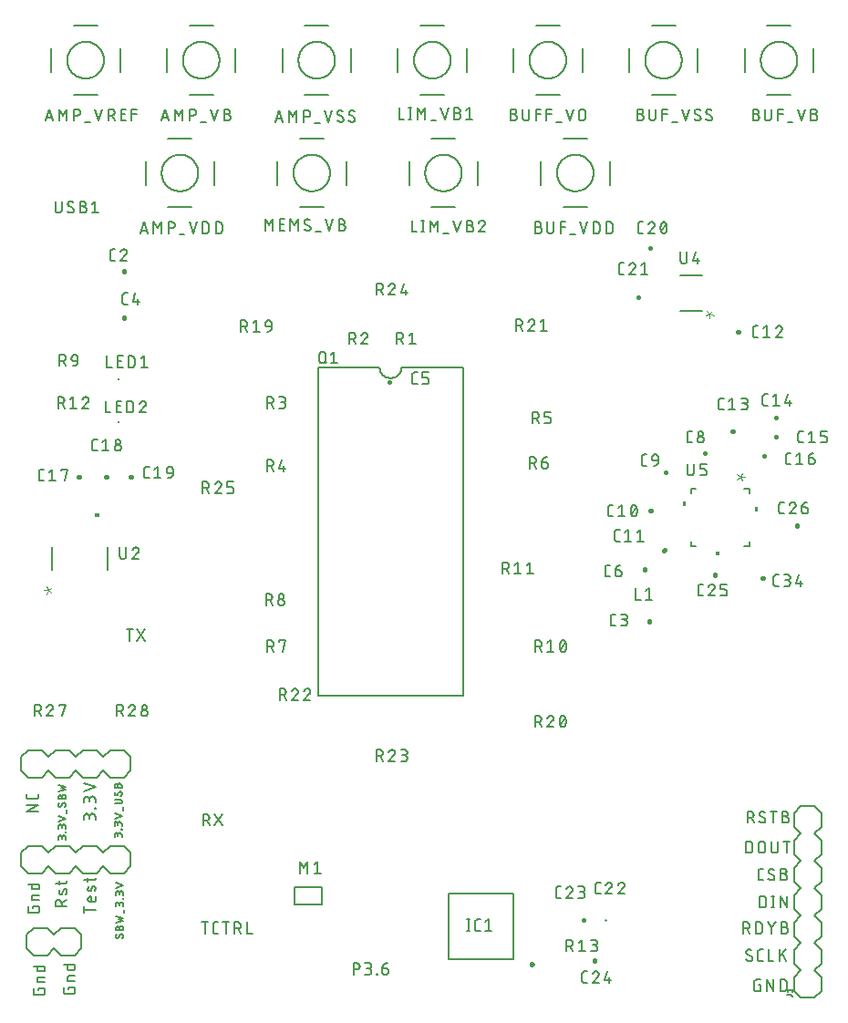
<source format=gbr>
G04 EAGLE Gerber RS-274X export*
G75*
%MOMM*%
%FSLAX34Y34*%
%LPD*%
%INSilkscreen Top*%
%IPPOS*%
%AMOC8*
5,1,8,0,0,1.08239X$1,22.5*%
G01*
%ADD10C,0.203200*%
%ADD11C,0.127000*%
%ADD12C,0.406400*%
%ADD13C,0.254000*%
%ADD14R,0.250000X0.250000*%
%ADD15C,0.200000*%
%ADD16C,0.250000*%
%ADD17C,0.152400*%
%ADD18C,0.076200*%

G36*
X629541Y480370D02*
X629541Y480370D01*
X629543Y480369D01*
X629586Y480389D01*
X629630Y480407D01*
X629630Y480409D01*
X629632Y480410D01*
X629665Y480495D01*
X629665Y484305D01*
X629664Y484307D01*
X629665Y484309D01*
X629645Y484352D01*
X629627Y484396D01*
X629625Y484396D01*
X629624Y484398D01*
X629539Y484431D01*
X626999Y484431D01*
X626997Y484430D01*
X626995Y484431D01*
X626952Y484411D01*
X626908Y484393D01*
X626908Y484391D01*
X626906Y484390D01*
X626873Y484305D01*
X626873Y480495D01*
X626874Y480493D01*
X626873Y480491D01*
X626893Y480448D01*
X626911Y480404D01*
X626913Y480404D01*
X626914Y480402D01*
X626999Y480369D01*
X629539Y480369D01*
X629541Y480370D01*
G37*
G36*
X696343Y475370D02*
X696343Y475370D01*
X696345Y475369D01*
X696388Y475389D01*
X696432Y475407D01*
X696432Y475409D01*
X696434Y475410D01*
X696467Y475495D01*
X696467Y479305D01*
X696466Y479307D01*
X696467Y479309D01*
X696447Y479352D01*
X696429Y479396D01*
X696427Y479396D01*
X696426Y479398D01*
X696341Y479431D01*
X693801Y479431D01*
X693799Y479430D01*
X693797Y479431D01*
X693754Y479411D01*
X693710Y479393D01*
X693710Y479391D01*
X693708Y479390D01*
X693675Y479305D01*
X693675Y475495D01*
X693676Y475493D01*
X693675Y475491D01*
X693695Y475448D01*
X693713Y475404D01*
X693715Y475404D01*
X693716Y475402D01*
X693801Y475369D01*
X696341Y475369D01*
X696343Y475370D01*
G37*
G36*
X85092Y470791D02*
X85092Y470791D01*
X85094Y470790D01*
X85137Y470810D01*
X85181Y470828D01*
X85181Y470830D01*
X85183Y470831D01*
X85216Y470916D01*
X85216Y473456D01*
X85215Y473458D01*
X85216Y473460D01*
X85196Y473503D01*
X85178Y473547D01*
X85176Y473547D01*
X85175Y473549D01*
X85090Y473582D01*
X81280Y473582D01*
X81278Y473581D01*
X81276Y473582D01*
X81233Y473562D01*
X81189Y473544D01*
X81189Y473542D01*
X81187Y473541D01*
X81154Y473456D01*
X81154Y470916D01*
X81155Y470914D01*
X81154Y470912D01*
X81174Y470869D01*
X81192Y470825D01*
X81194Y470825D01*
X81195Y470823D01*
X81280Y470790D01*
X85090Y470790D01*
X85092Y470791D01*
G37*
G36*
X661077Y435104D02*
X661077Y435104D01*
X661079Y435103D01*
X661122Y435123D01*
X661166Y435141D01*
X661166Y435143D01*
X661168Y435144D01*
X661201Y435229D01*
X661201Y437769D01*
X661200Y437771D01*
X661201Y437773D01*
X661181Y437816D01*
X661163Y437860D01*
X661161Y437860D01*
X661160Y437862D01*
X661075Y437895D01*
X657265Y437895D01*
X657263Y437894D01*
X657261Y437895D01*
X657218Y437875D01*
X657174Y437857D01*
X657174Y437855D01*
X657172Y437854D01*
X657139Y437769D01*
X657139Y435229D01*
X657140Y435227D01*
X657139Y435225D01*
X657159Y435182D01*
X657177Y435138D01*
X657179Y435138D01*
X657180Y435136D01*
X657265Y435103D01*
X661075Y435103D01*
X661077Y435104D01*
G37*
D10*
X28194Y196596D02*
X17526Y196596D01*
X28194Y202523D01*
X17526Y202523D01*
X28194Y210728D02*
X28194Y213099D01*
X28194Y210728D02*
X28192Y210633D01*
X28186Y210537D01*
X28177Y210442D01*
X28163Y210348D01*
X28146Y210254D01*
X28125Y210161D01*
X28100Y210068D01*
X28072Y209977D01*
X28040Y209887D01*
X28004Y209799D01*
X27965Y209712D01*
X27922Y209626D01*
X27876Y209543D01*
X27827Y209461D01*
X27774Y209381D01*
X27718Y209304D01*
X27660Y209228D01*
X27598Y209156D01*
X27533Y209086D01*
X27465Y209018D01*
X27395Y208953D01*
X27323Y208891D01*
X27247Y208833D01*
X27170Y208777D01*
X27090Y208724D01*
X27009Y208675D01*
X26925Y208629D01*
X26839Y208586D01*
X26752Y208547D01*
X26664Y208511D01*
X26574Y208479D01*
X26483Y208451D01*
X26390Y208426D01*
X26297Y208405D01*
X26203Y208388D01*
X26109Y208374D01*
X26014Y208365D01*
X25919Y208359D01*
X25823Y208357D01*
X19897Y208357D01*
X19802Y208359D01*
X19706Y208365D01*
X19611Y208374D01*
X19517Y208388D01*
X19423Y208405D01*
X19330Y208426D01*
X19237Y208451D01*
X19146Y208479D01*
X19056Y208511D01*
X18968Y208547D01*
X18881Y208586D01*
X18795Y208629D01*
X18712Y208675D01*
X18630Y208724D01*
X18550Y208777D01*
X18473Y208833D01*
X18397Y208891D01*
X18325Y208953D01*
X18255Y209018D01*
X18187Y209086D01*
X18122Y209156D01*
X18060Y209228D01*
X18002Y209304D01*
X17946Y209381D01*
X17893Y209461D01*
X17844Y209542D01*
X17798Y209626D01*
X17755Y209712D01*
X17716Y209799D01*
X17680Y209887D01*
X17648Y209977D01*
X17620Y210068D01*
X17595Y210161D01*
X17574Y210254D01*
X17557Y210348D01*
X17543Y210442D01*
X17534Y210537D01*
X17528Y210632D01*
X17526Y210728D01*
X17526Y213099D01*
D11*
X53975Y172720D02*
X53975Y170815D01*
X53975Y172720D02*
X53973Y172805D01*
X53967Y172891D01*
X53958Y172976D01*
X53944Y173060D01*
X53927Y173144D01*
X53906Y173227D01*
X53882Y173309D01*
X53854Y173389D01*
X53822Y173469D01*
X53786Y173547D01*
X53748Y173623D01*
X53705Y173697D01*
X53660Y173769D01*
X53611Y173840D01*
X53559Y173908D01*
X53505Y173973D01*
X53447Y174036D01*
X53386Y174097D01*
X53323Y174155D01*
X53258Y174209D01*
X53190Y174261D01*
X53119Y174310D01*
X53047Y174355D01*
X52973Y174398D01*
X52897Y174436D01*
X52819Y174472D01*
X52739Y174504D01*
X52659Y174532D01*
X52577Y174556D01*
X52494Y174577D01*
X52410Y174594D01*
X52326Y174608D01*
X52241Y174617D01*
X52155Y174623D01*
X52070Y174625D01*
X51985Y174623D01*
X51899Y174617D01*
X51814Y174608D01*
X51730Y174594D01*
X51646Y174577D01*
X51563Y174556D01*
X51481Y174532D01*
X51401Y174504D01*
X51321Y174472D01*
X51243Y174436D01*
X51167Y174398D01*
X51093Y174355D01*
X51021Y174310D01*
X50950Y174261D01*
X50882Y174209D01*
X50817Y174155D01*
X50754Y174097D01*
X50693Y174036D01*
X50635Y173973D01*
X50581Y173908D01*
X50529Y173840D01*
X50480Y173769D01*
X50435Y173697D01*
X50392Y173623D01*
X50354Y173547D01*
X50318Y173469D01*
X50286Y173389D01*
X50258Y173309D01*
X50234Y173227D01*
X50213Y173144D01*
X50196Y173060D01*
X50182Y172976D01*
X50173Y172891D01*
X50167Y172805D01*
X50165Y172720D01*
X47117Y173101D02*
X47117Y170815D01*
X47117Y173101D02*
X47119Y173178D01*
X47125Y173255D01*
X47135Y173332D01*
X47148Y173408D01*
X47166Y173483D01*
X47187Y173557D01*
X47212Y173630D01*
X47241Y173702D01*
X47273Y173772D01*
X47308Y173841D01*
X47348Y173907D01*
X47390Y173972D01*
X47436Y174034D01*
X47485Y174094D01*
X47536Y174151D01*
X47591Y174206D01*
X47648Y174257D01*
X47708Y174306D01*
X47770Y174352D01*
X47835Y174394D01*
X47901Y174434D01*
X47970Y174469D01*
X48040Y174501D01*
X48112Y174530D01*
X48185Y174555D01*
X48259Y174576D01*
X48334Y174594D01*
X48410Y174607D01*
X48487Y174617D01*
X48564Y174623D01*
X48641Y174625D01*
X48718Y174623D01*
X48795Y174617D01*
X48872Y174607D01*
X48948Y174594D01*
X49023Y174576D01*
X49097Y174555D01*
X49170Y174530D01*
X49242Y174501D01*
X49312Y174469D01*
X49381Y174434D01*
X49447Y174394D01*
X49512Y174352D01*
X49574Y174306D01*
X49634Y174257D01*
X49691Y174206D01*
X49746Y174151D01*
X49797Y174094D01*
X49846Y174034D01*
X49892Y173972D01*
X49934Y173907D01*
X49974Y173841D01*
X50009Y173772D01*
X50041Y173702D01*
X50070Y173630D01*
X50095Y173557D01*
X50116Y173483D01*
X50134Y173408D01*
X50147Y173332D01*
X50157Y173255D01*
X50163Y173178D01*
X50165Y173101D01*
X50165Y171577D01*
X53594Y177650D02*
X53975Y177650D01*
X53594Y177650D02*
X53594Y178031D01*
X53975Y178031D01*
X53975Y177650D01*
X53975Y181056D02*
X53975Y182961D01*
X53973Y183046D01*
X53967Y183132D01*
X53958Y183217D01*
X53944Y183301D01*
X53927Y183385D01*
X53906Y183468D01*
X53882Y183550D01*
X53854Y183630D01*
X53822Y183710D01*
X53786Y183788D01*
X53748Y183864D01*
X53705Y183938D01*
X53660Y184010D01*
X53611Y184081D01*
X53559Y184149D01*
X53505Y184214D01*
X53447Y184277D01*
X53386Y184338D01*
X53323Y184396D01*
X53258Y184450D01*
X53190Y184502D01*
X53119Y184551D01*
X53047Y184596D01*
X52973Y184639D01*
X52897Y184677D01*
X52819Y184713D01*
X52739Y184745D01*
X52659Y184773D01*
X52577Y184797D01*
X52494Y184818D01*
X52410Y184835D01*
X52326Y184849D01*
X52241Y184858D01*
X52155Y184864D01*
X52070Y184866D01*
X51985Y184864D01*
X51899Y184858D01*
X51814Y184849D01*
X51730Y184835D01*
X51646Y184818D01*
X51563Y184797D01*
X51481Y184773D01*
X51401Y184745D01*
X51321Y184713D01*
X51243Y184677D01*
X51167Y184639D01*
X51093Y184596D01*
X51021Y184551D01*
X50950Y184502D01*
X50882Y184450D01*
X50817Y184396D01*
X50754Y184338D01*
X50693Y184277D01*
X50635Y184214D01*
X50581Y184149D01*
X50529Y184081D01*
X50480Y184010D01*
X50435Y183938D01*
X50392Y183864D01*
X50354Y183788D01*
X50318Y183710D01*
X50286Y183630D01*
X50258Y183550D01*
X50234Y183468D01*
X50213Y183385D01*
X50196Y183301D01*
X50182Y183217D01*
X50173Y183132D01*
X50167Y183046D01*
X50165Y182961D01*
X47117Y183342D02*
X47117Y181056D01*
X47117Y183342D02*
X47119Y183419D01*
X47125Y183496D01*
X47135Y183573D01*
X47148Y183649D01*
X47166Y183724D01*
X47187Y183798D01*
X47212Y183871D01*
X47241Y183943D01*
X47273Y184013D01*
X47308Y184082D01*
X47348Y184148D01*
X47390Y184213D01*
X47436Y184275D01*
X47485Y184335D01*
X47536Y184392D01*
X47591Y184447D01*
X47648Y184498D01*
X47708Y184547D01*
X47770Y184593D01*
X47835Y184635D01*
X47901Y184675D01*
X47970Y184710D01*
X48040Y184742D01*
X48112Y184771D01*
X48185Y184796D01*
X48259Y184817D01*
X48334Y184835D01*
X48410Y184848D01*
X48487Y184858D01*
X48564Y184864D01*
X48641Y184866D01*
X48718Y184864D01*
X48795Y184858D01*
X48872Y184848D01*
X48948Y184835D01*
X49023Y184817D01*
X49097Y184796D01*
X49170Y184771D01*
X49242Y184742D01*
X49312Y184710D01*
X49381Y184675D01*
X49447Y184635D01*
X49512Y184593D01*
X49574Y184547D01*
X49634Y184498D01*
X49691Y184447D01*
X49746Y184392D01*
X49797Y184335D01*
X49846Y184275D01*
X49892Y184213D01*
X49934Y184148D01*
X49974Y184082D01*
X50009Y184013D01*
X50041Y183943D01*
X50070Y183871D01*
X50095Y183798D01*
X50116Y183724D01*
X50134Y183649D01*
X50147Y183573D01*
X50157Y183496D01*
X50163Y183419D01*
X50165Y183342D01*
X50165Y181818D01*
X47117Y187990D02*
X53975Y190276D01*
X47117Y192562D01*
X54737Y195336D02*
X54737Y198384D01*
X53975Y203581D02*
X53973Y203658D01*
X53967Y203735D01*
X53957Y203812D01*
X53944Y203888D01*
X53926Y203963D01*
X53905Y204037D01*
X53880Y204110D01*
X53851Y204182D01*
X53819Y204252D01*
X53784Y204321D01*
X53744Y204387D01*
X53702Y204452D01*
X53656Y204514D01*
X53607Y204574D01*
X53556Y204631D01*
X53501Y204686D01*
X53444Y204737D01*
X53384Y204786D01*
X53322Y204832D01*
X53257Y204874D01*
X53191Y204914D01*
X53122Y204949D01*
X53052Y204981D01*
X52980Y205010D01*
X52907Y205035D01*
X52833Y205056D01*
X52758Y205074D01*
X52682Y205087D01*
X52605Y205097D01*
X52528Y205103D01*
X52451Y205105D01*
X53975Y203581D02*
X53973Y203471D01*
X53967Y203360D01*
X53958Y203250D01*
X53945Y203140D01*
X53928Y203031D01*
X53907Y202923D01*
X53883Y202815D01*
X53854Y202708D01*
X53823Y202602D01*
X53787Y202498D01*
X53748Y202394D01*
X53706Y202292D01*
X53660Y202192D01*
X53610Y202093D01*
X53558Y201996D01*
X53501Y201900D01*
X53442Y201807D01*
X53380Y201716D01*
X53314Y201627D01*
X53246Y201540D01*
X53174Y201456D01*
X53100Y201374D01*
X53023Y201295D01*
X48641Y201485D02*
X48564Y201487D01*
X48487Y201493D01*
X48410Y201503D01*
X48334Y201516D01*
X48259Y201534D01*
X48185Y201555D01*
X48112Y201580D01*
X48040Y201609D01*
X47970Y201641D01*
X47901Y201676D01*
X47835Y201716D01*
X47770Y201758D01*
X47708Y201804D01*
X47648Y201853D01*
X47591Y201904D01*
X47536Y201959D01*
X47485Y202016D01*
X47436Y202076D01*
X47390Y202138D01*
X47348Y202203D01*
X47308Y202269D01*
X47273Y202338D01*
X47241Y202408D01*
X47212Y202480D01*
X47187Y202553D01*
X47166Y202627D01*
X47148Y202702D01*
X47135Y202778D01*
X47125Y202855D01*
X47119Y202932D01*
X47117Y203009D01*
X47119Y203111D01*
X47124Y203213D01*
X47133Y203315D01*
X47146Y203416D01*
X47163Y203517D01*
X47182Y203617D01*
X47206Y203717D01*
X47233Y203815D01*
X47264Y203913D01*
X47298Y204009D01*
X47335Y204104D01*
X47376Y204198D01*
X47420Y204290D01*
X47468Y204380D01*
X47518Y204469D01*
X47572Y204556D01*
X47629Y204641D01*
X47689Y204724D01*
X49975Y202247D02*
X49934Y202182D01*
X49891Y202119D01*
X49844Y202059D01*
X49794Y202000D01*
X49742Y201945D01*
X49687Y201892D01*
X49629Y201841D01*
X49569Y201794D01*
X49506Y201750D01*
X49442Y201708D01*
X49376Y201670D01*
X49307Y201636D01*
X49237Y201605D01*
X49166Y201577D01*
X49094Y201553D01*
X49020Y201532D01*
X48945Y201515D01*
X48870Y201502D01*
X48794Y201493D01*
X48718Y201487D01*
X48641Y201485D01*
X51117Y204343D02*
X51158Y204408D01*
X51201Y204471D01*
X51248Y204531D01*
X51298Y204590D01*
X51350Y204645D01*
X51405Y204698D01*
X51463Y204749D01*
X51523Y204796D01*
X51586Y204840D01*
X51650Y204882D01*
X51716Y204920D01*
X51785Y204954D01*
X51855Y204985D01*
X51926Y205013D01*
X51998Y205037D01*
X52072Y205058D01*
X52147Y205075D01*
X52222Y205088D01*
X52298Y205097D01*
X52374Y205103D01*
X52451Y205105D01*
X51118Y204343D02*
X49975Y202247D01*
X50165Y208770D02*
X50165Y210675D01*
X50167Y210760D01*
X50173Y210846D01*
X50182Y210931D01*
X50196Y211015D01*
X50213Y211099D01*
X50234Y211182D01*
X50258Y211264D01*
X50286Y211344D01*
X50318Y211424D01*
X50354Y211502D01*
X50392Y211578D01*
X50435Y211652D01*
X50480Y211724D01*
X50529Y211795D01*
X50581Y211863D01*
X50635Y211928D01*
X50693Y211991D01*
X50754Y212052D01*
X50817Y212110D01*
X50882Y212164D01*
X50950Y212216D01*
X51021Y212265D01*
X51093Y212310D01*
X51167Y212353D01*
X51243Y212391D01*
X51321Y212427D01*
X51401Y212459D01*
X51481Y212487D01*
X51563Y212511D01*
X51646Y212532D01*
X51730Y212549D01*
X51814Y212563D01*
X51899Y212572D01*
X51985Y212578D01*
X52070Y212580D01*
X52155Y212578D01*
X52241Y212572D01*
X52326Y212563D01*
X52410Y212549D01*
X52494Y212532D01*
X52577Y212511D01*
X52659Y212487D01*
X52739Y212459D01*
X52819Y212427D01*
X52897Y212391D01*
X52973Y212353D01*
X53047Y212310D01*
X53119Y212265D01*
X53190Y212216D01*
X53258Y212164D01*
X53323Y212110D01*
X53386Y212052D01*
X53447Y211991D01*
X53505Y211928D01*
X53559Y211863D01*
X53611Y211795D01*
X53660Y211724D01*
X53705Y211652D01*
X53748Y211578D01*
X53786Y211502D01*
X53822Y211424D01*
X53854Y211344D01*
X53882Y211264D01*
X53906Y211182D01*
X53927Y211099D01*
X53944Y211015D01*
X53958Y210931D01*
X53967Y210846D01*
X53973Y210760D01*
X53975Y210675D01*
X53975Y208770D01*
X47117Y208770D01*
X47117Y210675D01*
X47119Y210752D01*
X47125Y210829D01*
X47135Y210906D01*
X47148Y210982D01*
X47166Y211057D01*
X47187Y211131D01*
X47212Y211204D01*
X47241Y211276D01*
X47273Y211346D01*
X47308Y211415D01*
X47348Y211481D01*
X47390Y211546D01*
X47436Y211608D01*
X47485Y211668D01*
X47536Y211725D01*
X47591Y211780D01*
X47648Y211831D01*
X47708Y211880D01*
X47770Y211926D01*
X47835Y211968D01*
X47901Y212008D01*
X47970Y212043D01*
X48040Y212075D01*
X48112Y212104D01*
X48185Y212129D01*
X48259Y212150D01*
X48334Y212168D01*
X48410Y212181D01*
X48487Y212191D01*
X48564Y212197D01*
X48641Y212199D01*
X48718Y212197D01*
X48795Y212191D01*
X48872Y212181D01*
X48948Y212168D01*
X49023Y212150D01*
X49097Y212129D01*
X49170Y212104D01*
X49242Y212075D01*
X49312Y212043D01*
X49381Y212008D01*
X49447Y211968D01*
X49512Y211926D01*
X49574Y211880D01*
X49634Y211831D01*
X49691Y211780D01*
X49746Y211725D01*
X49797Y211668D01*
X49846Y211608D01*
X49892Y211546D01*
X49934Y211481D01*
X49974Y211415D01*
X50009Y211346D01*
X50041Y211276D01*
X50070Y211204D01*
X50095Y211131D01*
X50116Y211057D01*
X50134Y210982D01*
X50147Y210906D01*
X50157Y210829D01*
X50163Y210752D01*
X50165Y210675D01*
X47117Y215514D02*
X53975Y217038D01*
X49403Y218562D01*
X53975Y220086D01*
X47117Y221610D01*
D10*
X81534Y191939D02*
X81534Y188976D01*
X81534Y191939D02*
X81532Y192046D01*
X81526Y192153D01*
X81517Y192259D01*
X81503Y192365D01*
X81486Y192471D01*
X81465Y192576D01*
X81440Y192680D01*
X81411Y192783D01*
X81379Y192885D01*
X81343Y192986D01*
X81303Y193085D01*
X81260Y193183D01*
X81213Y193279D01*
X81163Y193374D01*
X81110Y193467D01*
X81053Y193557D01*
X80993Y193646D01*
X80930Y193732D01*
X80864Y193816D01*
X80794Y193898D01*
X80722Y193977D01*
X80647Y194053D01*
X80569Y194127D01*
X80489Y194197D01*
X80406Y194265D01*
X80321Y194330D01*
X80234Y194391D01*
X80144Y194450D01*
X80053Y194505D01*
X79959Y194557D01*
X79863Y194605D01*
X79766Y194650D01*
X79668Y194692D01*
X79568Y194729D01*
X79466Y194764D01*
X79364Y194794D01*
X79260Y194821D01*
X79156Y194844D01*
X79050Y194863D01*
X78944Y194878D01*
X78838Y194890D01*
X78731Y194898D01*
X78624Y194902D01*
X78518Y194902D01*
X78411Y194898D01*
X78304Y194890D01*
X78198Y194878D01*
X78092Y194863D01*
X77986Y194844D01*
X77882Y194821D01*
X77778Y194794D01*
X77676Y194764D01*
X77574Y194729D01*
X77474Y194692D01*
X77376Y194650D01*
X77279Y194605D01*
X77183Y194557D01*
X77090Y194505D01*
X76998Y194450D01*
X76908Y194391D01*
X76821Y194330D01*
X76736Y194265D01*
X76653Y194197D01*
X76573Y194127D01*
X76495Y194053D01*
X76420Y193977D01*
X76348Y193898D01*
X76278Y193816D01*
X76212Y193732D01*
X76149Y193646D01*
X76089Y193557D01*
X76032Y193467D01*
X75979Y193374D01*
X75929Y193279D01*
X75882Y193183D01*
X75839Y193085D01*
X75799Y192986D01*
X75763Y192885D01*
X75731Y192783D01*
X75702Y192680D01*
X75677Y192576D01*
X75656Y192471D01*
X75639Y192365D01*
X75625Y192259D01*
X75616Y192153D01*
X75610Y192046D01*
X75608Y191939D01*
X70866Y192532D02*
X70866Y188976D01*
X70866Y192532D02*
X70868Y192629D01*
X70874Y192725D01*
X70884Y192821D01*
X70898Y192917D01*
X70915Y193012D01*
X70937Y193107D01*
X70962Y193200D01*
X70991Y193292D01*
X71024Y193383D01*
X71061Y193473D01*
X71101Y193561D01*
X71145Y193647D01*
X71192Y193731D01*
X71242Y193814D01*
X71296Y193894D01*
X71354Y193972D01*
X71414Y194048D01*
X71477Y194121D01*
X71543Y194191D01*
X71613Y194259D01*
X71684Y194324D01*
X71759Y194386D01*
X71836Y194444D01*
X71915Y194500D01*
X71996Y194552D01*
X72080Y194601D01*
X72165Y194647D01*
X72252Y194689D01*
X72341Y194727D01*
X72431Y194762D01*
X72523Y194793D01*
X72616Y194820D01*
X72709Y194844D01*
X72804Y194863D01*
X72900Y194879D01*
X72996Y194891D01*
X73092Y194899D01*
X73189Y194903D01*
X73285Y194903D01*
X73382Y194899D01*
X73478Y194891D01*
X73574Y194879D01*
X73670Y194863D01*
X73765Y194844D01*
X73858Y194820D01*
X73951Y194793D01*
X74043Y194762D01*
X74133Y194727D01*
X74222Y194689D01*
X74309Y194647D01*
X74394Y194601D01*
X74478Y194552D01*
X74559Y194500D01*
X74638Y194444D01*
X74715Y194386D01*
X74790Y194324D01*
X74861Y194259D01*
X74931Y194191D01*
X74997Y194121D01*
X75060Y194048D01*
X75120Y193972D01*
X75178Y193894D01*
X75232Y193814D01*
X75282Y193731D01*
X75329Y193647D01*
X75373Y193561D01*
X75413Y193473D01*
X75450Y193383D01*
X75483Y193292D01*
X75512Y193200D01*
X75537Y193107D01*
X75559Y193012D01*
X75576Y192917D01*
X75590Y192821D01*
X75600Y192725D01*
X75606Y192629D01*
X75608Y192532D01*
X75607Y192532D02*
X75607Y190161D01*
X80941Y199644D02*
X81534Y199644D01*
X80941Y199644D02*
X80941Y200237D01*
X81534Y200237D01*
X81534Y199644D01*
X81534Y204978D02*
X81534Y207941D01*
X81532Y208048D01*
X81526Y208155D01*
X81517Y208261D01*
X81503Y208367D01*
X81486Y208473D01*
X81465Y208578D01*
X81440Y208682D01*
X81411Y208785D01*
X81379Y208887D01*
X81343Y208988D01*
X81303Y209087D01*
X81260Y209185D01*
X81213Y209281D01*
X81163Y209376D01*
X81110Y209469D01*
X81053Y209559D01*
X80993Y209648D01*
X80930Y209734D01*
X80864Y209818D01*
X80794Y209900D01*
X80722Y209979D01*
X80647Y210055D01*
X80569Y210129D01*
X80489Y210199D01*
X80406Y210267D01*
X80321Y210332D01*
X80234Y210393D01*
X80144Y210452D01*
X80053Y210507D01*
X79959Y210559D01*
X79863Y210607D01*
X79766Y210652D01*
X79668Y210694D01*
X79568Y210731D01*
X79466Y210766D01*
X79364Y210796D01*
X79260Y210823D01*
X79156Y210846D01*
X79050Y210865D01*
X78944Y210880D01*
X78838Y210892D01*
X78731Y210900D01*
X78624Y210904D01*
X78518Y210904D01*
X78411Y210900D01*
X78304Y210892D01*
X78198Y210880D01*
X78092Y210865D01*
X77986Y210846D01*
X77882Y210823D01*
X77778Y210796D01*
X77676Y210766D01*
X77574Y210731D01*
X77474Y210694D01*
X77376Y210652D01*
X77279Y210607D01*
X77183Y210559D01*
X77090Y210507D01*
X76998Y210452D01*
X76908Y210393D01*
X76821Y210332D01*
X76736Y210267D01*
X76653Y210199D01*
X76573Y210129D01*
X76495Y210055D01*
X76420Y209979D01*
X76348Y209900D01*
X76278Y209818D01*
X76212Y209734D01*
X76149Y209648D01*
X76089Y209559D01*
X76032Y209469D01*
X75979Y209376D01*
X75929Y209281D01*
X75882Y209185D01*
X75839Y209087D01*
X75799Y208988D01*
X75763Y208887D01*
X75731Y208785D01*
X75702Y208682D01*
X75677Y208578D01*
X75656Y208473D01*
X75639Y208367D01*
X75625Y208261D01*
X75616Y208155D01*
X75610Y208048D01*
X75608Y207941D01*
X70866Y208534D02*
X70866Y204978D01*
X70866Y208534D02*
X70868Y208631D01*
X70874Y208727D01*
X70884Y208823D01*
X70898Y208919D01*
X70915Y209014D01*
X70937Y209109D01*
X70962Y209202D01*
X70991Y209294D01*
X71024Y209385D01*
X71061Y209475D01*
X71101Y209563D01*
X71145Y209649D01*
X71192Y209733D01*
X71242Y209816D01*
X71296Y209896D01*
X71354Y209974D01*
X71414Y210050D01*
X71477Y210123D01*
X71543Y210193D01*
X71613Y210261D01*
X71684Y210326D01*
X71759Y210388D01*
X71836Y210446D01*
X71915Y210502D01*
X71996Y210554D01*
X72080Y210603D01*
X72165Y210649D01*
X72252Y210691D01*
X72341Y210729D01*
X72431Y210764D01*
X72523Y210795D01*
X72616Y210822D01*
X72709Y210846D01*
X72804Y210865D01*
X72900Y210881D01*
X72996Y210893D01*
X73092Y210901D01*
X73189Y210905D01*
X73285Y210905D01*
X73382Y210901D01*
X73478Y210893D01*
X73574Y210881D01*
X73670Y210865D01*
X73765Y210846D01*
X73858Y210822D01*
X73951Y210795D01*
X74043Y210764D01*
X74133Y210729D01*
X74222Y210691D01*
X74309Y210649D01*
X74394Y210603D01*
X74478Y210554D01*
X74559Y210502D01*
X74638Y210446D01*
X74715Y210388D01*
X74790Y210326D01*
X74861Y210261D01*
X74931Y210193D01*
X74997Y210123D01*
X75060Y210050D01*
X75120Y209974D01*
X75178Y209896D01*
X75232Y209816D01*
X75282Y209733D01*
X75329Y209649D01*
X75373Y209563D01*
X75413Y209475D01*
X75450Y209385D01*
X75483Y209294D01*
X75512Y209202D01*
X75537Y209109D01*
X75559Y209014D01*
X75576Y208919D01*
X75590Y208823D01*
X75600Y208727D01*
X75606Y208631D01*
X75608Y208534D01*
X75607Y208534D02*
X75607Y206163D01*
X70866Y215815D02*
X81534Y219371D01*
X70866Y222927D01*
D11*
X106045Y175260D02*
X106045Y173355D01*
X106045Y175260D02*
X106043Y175345D01*
X106037Y175431D01*
X106028Y175516D01*
X106014Y175600D01*
X105997Y175684D01*
X105976Y175767D01*
X105952Y175849D01*
X105924Y175929D01*
X105892Y176009D01*
X105856Y176087D01*
X105818Y176163D01*
X105775Y176237D01*
X105730Y176309D01*
X105681Y176380D01*
X105629Y176448D01*
X105575Y176513D01*
X105517Y176576D01*
X105456Y176637D01*
X105393Y176695D01*
X105328Y176749D01*
X105260Y176801D01*
X105189Y176850D01*
X105117Y176895D01*
X105043Y176938D01*
X104967Y176976D01*
X104889Y177012D01*
X104809Y177044D01*
X104729Y177072D01*
X104647Y177096D01*
X104564Y177117D01*
X104480Y177134D01*
X104396Y177148D01*
X104311Y177157D01*
X104225Y177163D01*
X104140Y177165D01*
X104055Y177163D01*
X103969Y177157D01*
X103884Y177148D01*
X103800Y177134D01*
X103716Y177117D01*
X103633Y177096D01*
X103551Y177072D01*
X103471Y177044D01*
X103391Y177012D01*
X103313Y176976D01*
X103237Y176938D01*
X103163Y176895D01*
X103091Y176850D01*
X103020Y176801D01*
X102952Y176749D01*
X102887Y176695D01*
X102824Y176637D01*
X102763Y176576D01*
X102705Y176513D01*
X102651Y176448D01*
X102599Y176380D01*
X102550Y176309D01*
X102505Y176237D01*
X102462Y176163D01*
X102424Y176087D01*
X102388Y176009D01*
X102356Y175929D01*
X102328Y175849D01*
X102304Y175767D01*
X102283Y175684D01*
X102266Y175600D01*
X102252Y175516D01*
X102243Y175431D01*
X102237Y175345D01*
X102235Y175260D01*
X99187Y175641D02*
X99187Y173355D01*
X99187Y175641D02*
X99189Y175718D01*
X99195Y175795D01*
X99205Y175872D01*
X99218Y175948D01*
X99236Y176023D01*
X99257Y176097D01*
X99282Y176170D01*
X99311Y176242D01*
X99343Y176312D01*
X99378Y176381D01*
X99418Y176447D01*
X99460Y176512D01*
X99506Y176574D01*
X99555Y176634D01*
X99606Y176691D01*
X99661Y176746D01*
X99718Y176797D01*
X99778Y176846D01*
X99840Y176892D01*
X99905Y176934D01*
X99971Y176974D01*
X100040Y177009D01*
X100110Y177041D01*
X100182Y177070D01*
X100255Y177095D01*
X100329Y177116D01*
X100404Y177134D01*
X100480Y177147D01*
X100557Y177157D01*
X100634Y177163D01*
X100711Y177165D01*
X100788Y177163D01*
X100865Y177157D01*
X100942Y177147D01*
X101018Y177134D01*
X101093Y177116D01*
X101167Y177095D01*
X101240Y177070D01*
X101312Y177041D01*
X101382Y177009D01*
X101451Y176974D01*
X101517Y176934D01*
X101582Y176892D01*
X101644Y176846D01*
X101704Y176797D01*
X101761Y176746D01*
X101816Y176691D01*
X101867Y176634D01*
X101916Y176574D01*
X101962Y176512D01*
X102004Y176447D01*
X102044Y176381D01*
X102079Y176312D01*
X102111Y176242D01*
X102140Y176170D01*
X102165Y176097D01*
X102186Y176023D01*
X102204Y175948D01*
X102217Y175872D01*
X102227Y175795D01*
X102233Y175718D01*
X102235Y175641D01*
X102235Y174117D01*
X105664Y180190D02*
X106045Y180190D01*
X105664Y180190D02*
X105664Y180571D01*
X106045Y180571D01*
X106045Y180190D01*
X106045Y183596D02*
X106045Y185501D01*
X106043Y185586D01*
X106037Y185672D01*
X106028Y185757D01*
X106014Y185841D01*
X105997Y185925D01*
X105976Y186008D01*
X105952Y186090D01*
X105924Y186170D01*
X105892Y186250D01*
X105856Y186328D01*
X105818Y186404D01*
X105775Y186478D01*
X105730Y186550D01*
X105681Y186621D01*
X105629Y186689D01*
X105575Y186754D01*
X105517Y186817D01*
X105456Y186878D01*
X105393Y186936D01*
X105328Y186990D01*
X105260Y187042D01*
X105189Y187091D01*
X105117Y187136D01*
X105043Y187179D01*
X104967Y187217D01*
X104889Y187253D01*
X104809Y187285D01*
X104729Y187313D01*
X104647Y187337D01*
X104564Y187358D01*
X104480Y187375D01*
X104396Y187389D01*
X104311Y187398D01*
X104225Y187404D01*
X104140Y187406D01*
X104055Y187404D01*
X103969Y187398D01*
X103884Y187389D01*
X103800Y187375D01*
X103716Y187358D01*
X103633Y187337D01*
X103551Y187313D01*
X103471Y187285D01*
X103391Y187253D01*
X103313Y187217D01*
X103237Y187179D01*
X103163Y187136D01*
X103091Y187091D01*
X103020Y187042D01*
X102952Y186990D01*
X102887Y186936D01*
X102824Y186878D01*
X102763Y186817D01*
X102705Y186754D01*
X102651Y186689D01*
X102599Y186621D01*
X102550Y186550D01*
X102505Y186478D01*
X102462Y186404D01*
X102424Y186328D01*
X102388Y186250D01*
X102356Y186170D01*
X102328Y186090D01*
X102304Y186008D01*
X102283Y185925D01*
X102266Y185841D01*
X102252Y185757D01*
X102243Y185672D01*
X102237Y185586D01*
X102235Y185501D01*
X99187Y185882D02*
X99187Y183596D01*
X99187Y185882D02*
X99189Y185959D01*
X99195Y186036D01*
X99205Y186113D01*
X99218Y186189D01*
X99236Y186264D01*
X99257Y186338D01*
X99282Y186411D01*
X99311Y186483D01*
X99343Y186553D01*
X99378Y186622D01*
X99418Y186688D01*
X99460Y186753D01*
X99506Y186815D01*
X99555Y186875D01*
X99606Y186932D01*
X99661Y186987D01*
X99718Y187038D01*
X99778Y187087D01*
X99840Y187133D01*
X99905Y187175D01*
X99971Y187215D01*
X100040Y187250D01*
X100110Y187282D01*
X100182Y187311D01*
X100255Y187336D01*
X100329Y187357D01*
X100404Y187375D01*
X100480Y187388D01*
X100557Y187398D01*
X100634Y187404D01*
X100711Y187406D01*
X100788Y187404D01*
X100865Y187398D01*
X100942Y187388D01*
X101018Y187375D01*
X101093Y187357D01*
X101167Y187336D01*
X101240Y187311D01*
X101312Y187282D01*
X101382Y187250D01*
X101451Y187215D01*
X101517Y187175D01*
X101582Y187133D01*
X101644Y187087D01*
X101704Y187038D01*
X101761Y186987D01*
X101816Y186932D01*
X101867Y186875D01*
X101916Y186815D01*
X101962Y186753D01*
X102004Y186688D01*
X102044Y186622D01*
X102079Y186553D01*
X102111Y186483D01*
X102140Y186411D01*
X102165Y186338D01*
X102186Y186264D01*
X102204Y186189D01*
X102217Y186113D01*
X102227Y186036D01*
X102233Y185959D01*
X102235Y185882D01*
X102235Y184358D01*
X99187Y190530D02*
X106045Y192816D01*
X99187Y195102D01*
X106807Y197876D02*
X106807Y200924D01*
X104140Y204323D02*
X99187Y204323D01*
X104140Y204323D02*
X104225Y204325D01*
X104311Y204331D01*
X104396Y204340D01*
X104480Y204354D01*
X104564Y204371D01*
X104647Y204392D01*
X104729Y204416D01*
X104809Y204444D01*
X104889Y204476D01*
X104967Y204512D01*
X105043Y204550D01*
X105117Y204593D01*
X105189Y204638D01*
X105260Y204687D01*
X105328Y204739D01*
X105393Y204793D01*
X105456Y204851D01*
X105517Y204912D01*
X105575Y204975D01*
X105629Y205040D01*
X105681Y205108D01*
X105730Y205179D01*
X105775Y205251D01*
X105818Y205325D01*
X105856Y205401D01*
X105892Y205479D01*
X105924Y205559D01*
X105952Y205639D01*
X105976Y205721D01*
X105997Y205804D01*
X106014Y205888D01*
X106028Y205972D01*
X106037Y206057D01*
X106043Y206143D01*
X106045Y206228D01*
X106043Y206313D01*
X106037Y206399D01*
X106028Y206484D01*
X106014Y206568D01*
X105997Y206652D01*
X105976Y206735D01*
X105952Y206817D01*
X105924Y206897D01*
X105892Y206977D01*
X105856Y207055D01*
X105818Y207131D01*
X105775Y207205D01*
X105730Y207277D01*
X105681Y207348D01*
X105629Y207416D01*
X105575Y207481D01*
X105517Y207544D01*
X105456Y207605D01*
X105393Y207663D01*
X105328Y207717D01*
X105260Y207769D01*
X105189Y207818D01*
X105117Y207863D01*
X105043Y207906D01*
X104967Y207944D01*
X104889Y207980D01*
X104809Y208012D01*
X104729Y208040D01*
X104647Y208064D01*
X104564Y208085D01*
X104480Y208102D01*
X104396Y208116D01*
X104311Y208125D01*
X104225Y208131D01*
X104140Y208133D01*
X99187Y208133D01*
X106045Y213924D02*
X106043Y214001D01*
X106037Y214078D01*
X106027Y214155D01*
X106014Y214231D01*
X105996Y214306D01*
X105975Y214380D01*
X105950Y214453D01*
X105921Y214525D01*
X105889Y214595D01*
X105854Y214664D01*
X105814Y214730D01*
X105772Y214795D01*
X105726Y214857D01*
X105677Y214917D01*
X105626Y214974D01*
X105571Y215029D01*
X105514Y215080D01*
X105454Y215129D01*
X105392Y215175D01*
X105327Y215217D01*
X105261Y215257D01*
X105192Y215292D01*
X105122Y215324D01*
X105050Y215353D01*
X104977Y215378D01*
X104903Y215399D01*
X104828Y215417D01*
X104752Y215430D01*
X104675Y215440D01*
X104598Y215446D01*
X104521Y215448D01*
X106045Y213924D02*
X106043Y213814D01*
X106037Y213703D01*
X106028Y213593D01*
X106015Y213483D01*
X105998Y213374D01*
X105977Y213266D01*
X105953Y213158D01*
X105924Y213051D01*
X105893Y212945D01*
X105857Y212841D01*
X105818Y212737D01*
X105776Y212635D01*
X105730Y212535D01*
X105680Y212436D01*
X105628Y212339D01*
X105571Y212243D01*
X105512Y212150D01*
X105450Y212059D01*
X105384Y211970D01*
X105316Y211883D01*
X105244Y211799D01*
X105170Y211717D01*
X105093Y211638D01*
X100711Y211828D02*
X100634Y211830D01*
X100557Y211836D01*
X100480Y211846D01*
X100404Y211859D01*
X100329Y211877D01*
X100255Y211898D01*
X100182Y211923D01*
X100110Y211952D01*
X100040Y211984D01*
X99971Y212019D01*
X99905Y212059D01*
X99840Y212101D01*
X99778Y212147D01*
X99718Y212196D01*
X99661Y212247D01*
X99606Y212302D01*
X99555Y212359D01*
X99506Y212419D01*
X99460Y212481D01*
X99418Y212546D01*
X99378Y212612D01*
X99343Y212681D01*
X99311Y212751D01*
X99282Y212823D01*
X99257Y212896D01*
X99236Y212970D01*
X99218Y213045D01*
X99205Y213121D01*
X99195Y213198D01*
X99189Y213275D01*
X99187Y213352D01*
X99189Y213454D01*
X99194Y213556D01*
X99203Y213658D01*
X99216Y213759D01*
X99233Y213860D01*
X99252Y213960D01*
X99276Y214060D01*
X99303Y214158D01*
X99334Y214256D01*
X99368Y214352D01*
X99405Y214447D01*
X99446Y214541D01*
X99490Y214633D01*
X99538Y214723D01*
X99588Y214812D01*
X99642Y214899D01*
X99699Y214984D01*
X99759Y215067D01*
X102045Y212590D02*
X102004Y212525D01*
X101961Y212462D01*
X101914Y212402D01*
X101864Y212343D01*
X101812Y212288D01*
X101757Y212235D01*
X101699Y212184D01*
X101639Y212137D01*
X101576Y212093D01*
X101512Y212051D01*
X101446Y212013D01*
X101377Y211979D01*
X101307Y211948D01*
X101236Y211920D01*
X101164Y211896D01*
X101090Y211875D01*
X101015Y211858D01*
X100940Y211845D01*
X100864Y211836D01*
X100788Y211830D01*
X100711Y211828D01*
X103187Y214686D02*
X103228Y214751D01*
X103271Y214814D01*
X103318Y214874D01*
X103368Y214933D01*
X103420Y214988D01*
X103475Y215041D01*
X103533Y215092D01*
X103593Y215139D01*
X103656Y215183D01*
X103720Y215225D01*
X103786Y215263D01*
X103855Y215297D01*
X103925Y215328D01*
X103996Y215356D01*
X104068Y215380D01*
X104142Y215401D01*
X104217Y215418D01*
X104292Y215431D01*
X104368Y215440D01*
X104444Y215446D01*
X104521Y215448D01*
X103188Y214686D02*
X102045Y212590D01*
X102235Y219113D02*
X102235Y221018D01*
X102237Y221103D01*
X102243Y221189D01*
X102252Y221274D01*
X102266Y221358D01*
X102283Y221442D01*
X102304Y221525D01*
X102328Y221607D01*
X102356Y221687D01*
X102388Y221767D01*
X102424Y221845D01*
X102462Y221921D01*
X102505Y221995D01*
X102550Y222067D01*
X102599Y222138D01*
X102651Y222206D01*
X102705Y222271D01*
X102763Y222334D01*
X102824Y222395D01*
X102887Y222453D01*
X102952Y222507D01*
X103020Y222559D01*
X103091Y222608D01*
X103163Y222653D01*
X103237Y222696D01*
X103313Y222734D01*
X103391Y222770D01*
X103471Y222802D01*
X103551Y222830D01*
X103633Y222854D01*
X103716Y222875D01*
X103800Y222892D01*
X103884Y222906D01*
X103969Y222915D01*
X104055Y222921D01*
X104140Y222923D01*
X104225Y222921D01*
X104311Y222915D01*
X104396Y222906D01*
X104480Y222892D01*
X104564Y222875D01*
X104647Y222854D01*
X104729Y222830D01*
X104809Y222802D01*
X104889Y222770D01*
X104967Y222734D01*
X105043Y222696D01*
X105117Y222653D01*
X105189Y222608D01*
X105260Y222559D01*
X105328Y222507D01*
X105393Y222453D01*
X105456Y222395D01*
X105517Y222334D01*
X105575Y222271D01*
X105629Y222206D01*
X105681Y222138D01*
X105730Y222067D01*
X105775Y221995D01*
X105818Y221921D01*
X105856Y221845D01*
X105892Y221767D01*
X105924Y221687D01*
X105952Y221607D01*
X105976Y221525D01*
X105997Y221442D01*
X106014Y221358D01*
X106028Y221274D01*
X106037Y221189D01*
X106043Y221103D01*
X106045Y221018D01*
X106045Y219113D01*
X99187Y219113D01*
X99187Y221018D01*
X99189Y221095D01*
X99195Y221172D01*
X99205Y221249D01*
X99218Y221325D01*
X99236Y221400D01*
X99257Y221474D01*
X99282Y221547D01*
X99311Y221619D01*
X99343Y221689D01*
X99378Y221758D01*
X99418Y221824D01*
X99460Y221889D01*
X99506Y221951D01*
X99555Y222011D01*
X99606Y222068D01*
X99661Y222123D01*
X99718Y222174D01*
X99778Y222223D01*
X99840Y222269D01*
X99905Y222311D01*
X99971Y222351D01*
X100040Y222386D01*
X100110Y222418D01*
X100182Y222447D01*
X100255Y222472D01*
X100329Y222493D01*
X100404Y222511D01*
X100480Y222524D01*
X100557Y222534D01*
X100634Y222540D01*
X100711Y222542D01*
X100788Y222540D01*
X100865Y222534D01*
X100942Y222524D01*
X101018Y222511D01*
X101093Y222493D01*
X101167Y222472D01*
X101240Y222447D01*
X101312Y222418D01*
X101382Y222386D01*
X101451Y222351D01*
X101517Y222311D01*
X101582Y222269D01*
X101644Y222223D01*
X101704Y222174D01*
X101761Y222123D01*
X101816Y222068D01*
X101867Y222011D01*
X101916Y221951D01*
X101962Y221889D01*
X102004Y221824D01*
X102044Y221758D01*
X102079Y221689D01*
X102111Y221619D01*
X102140Y221547D01*
X102165Y221474D01*
X102186Y221400D01*
X102204Y221325D01*
X102217Y221249D01*
X102227Y221172D01*
X102233Y221095D01*
X102235Y221018D01*
D10*
X23537Y108543D02*
X23537Y106765D01*
X23537Y108543D02*
X29464Y108543D01*
X29464Y104987D01*
X29462Y104892D01*
X29456Y104796D01*
X29447Y104701D01*
X29433Y104607D01*
X29416Y104513D01*
X29395Y104420D01*
X29370Y104327D01*
X29342Y104236D01*
X29310Y104146D01*
X29274Y104058D01*
X29235Y103971D01*
X29192Y103885D01*
X29146Y103802D01*
X29097Y103720D01*
X29044Y103640D01*
X28988Y103563D01*
X28930Y103487D01*
X28868Y103415D01*
X28803Y103345D01*
X28735Y103277D01*
X28665Y103212D01*
X28593Y103150D01*
X28517Y103092D01*
X28440Y103036D01*
X28360Y102983D01*
X28279Y102934D01*
X28195Y102888D01*
X28109Y102845D01*
X28022Y102806D01*
X27934Y102770D01*
X27844Y102738D01*
X27753Y102710D01*
X27660Y102685D01*
X27567Y102664D01*
X27473Y102647D01*
X27379Y102633D01*
X27284Y102624D01*
X27189Y102618D01*
X27093Y102616D01*
X21167Y102616D01*
X21072Y102618D01*
X20976Y102624D01*
X20881Y102633D01*
X20787Y102647D01*
X20693Y102664D01*
X20600Y102685D01*
X20507Y102710D01*
X20416Y102738D01*
X20326Y102770D01*
X20238Y102806D01*
X20151Y102845D01*
X20065Y102888D01*
X19982Y102934D01*
X19900Y102983D01*
X19820Y103036D01*
X19743Y103092D01*
X19667Y103150D01*
X19595Y103212D01*
X19525Y103277D01*
X19457Y103345D01*
X19392Y103415D01*
X19330Y103487D01*
X19272Y103563D01*
X19216Y103640D01*
X19163Y103720D01*
X19114Y103801D01*
X19068Y103885D01*
X19025Y103971D01*
X18986Y104058D01*
X18950Y104146D01*
X18918Y104236D01*
X18890Y104327D01*
X18865Y104420D01*
X18844Y104513D01*
X18827Y104607D01*
X18813Y104701D01*
X18804Y104796D01*
X18798Y104891D01*
X18796Y104987D01*
X18796Y108543D01*
X22352Y114639D02*
X29464Y114639D01*
X22352Y114639D02*
X22352Y117602D01*
X22354Y117684D01*
X22360Y117766D01*
X22369Y117848D01*
X22382Y117929D01*
X22399Y118009D01*
X22420Y118089D01*
X22444Y118167D01*
X22472Y118244D01*
X22503Y118320D01*
X22538Y118395D01*
X22577Y118467D01*
X22618Y118538D01*
X22663Y118607D01*
X22711Y118673D01*
X22762Y118738D01*
X22816Y118800D01*
X22873Y118859D01*
X22932Y118916D01*
X22994Y118970D01*
X23059Y119021D01*
X23125Y119069D01*
X23194Y119114D01*
X23265Y119155D01*
X23337Y119194D01*
X23412Y119229D01*
X23488Y119260D01*
X23565Y119288D01*
X23643Y119312D01*
X23723Y119333D01*
X23803Y119350D01*
X23884Y119363D01*
X23966Y119372D01*
X24048Y119378D01*
X24130Y119380D01*
X29464Y119380D01*
X29464Y129579D02*
X18796Y129579D01*
X29464Y129579D02*
X29464Y126615D01*
X29462Y126533D01*
X29456Y126451D01*
X29447Y126369D01*
X29434Y126288D01*
X29417Y126208D01*
X29396Y126128D01*
X29372Y126050D01*
X29344Y125973D01*
X29313Y125897D01*
X29278Y125822D01*
X29239Y125750D01*
X29198Y125679D01*
X29153Y125610D01*
X29105Y125544D01*
X29054Y125479D01*
X29000Y125417D01*
X28943Y125358D01*
X28884Y125301D01*
X28822Y125247D01*
X28757Y125196D01*
X28691Y125148D01*
X28622Y125103D01*
X28551Y125062D01*
X28479Y125023D01*
X28404Y124988D01*
X28328Y124957D01*
X28251Y124929D01*
X28173Y124905D01*
X28093Y124884D01*
X28013Y124867D01*
X27932Y124854D01*
X27850Y124845D01*
X27768Y124839D01*
X27686Y124837D01*
X24130Y124837D01*
X24048Y124839D01*
X23966Y124845D01*
X23884Y124854D01*
X23803Y124867D01*
X23723Y124884D01*
X23643Y124905D01*
X23565Y124929D01*
X23488Y124957D01*
X23412Y124988D01*
X23337Y125023D01*
X23265Y125062D01*
X23194Y125103D01*
X23125Y125148D01*
X23059Y125196D01*
X22994Y125247D01*
X22932Y125301D01*
X22873Y125358D01*
X22816Y125417D01*
X22762Y125479D01*
X22711Y125544D01*
X22663Y125610D01*
X22618Y125679D01*
X22577Y125750D01*
X22538Y125822D01*
X22503Y125897D01*
X22472Y125973D01*
X22444Y126050D01*
X22420Y126128D01*
X22399Y126208D01*
X22382Y126288D01*
X22369Y126369D01*
X22360Y126451D01*
X22354Y126533D01*
X22352Y126615D01*
X22352Y129579D01*
X44196Y108966D02*
X54864Y108966D01*
X44196Y108966D02*
X44196Y111929D01*
X44198Y112036D01*
X44204Y112143D01*
X44213Y112249D01*
X44227Y112355D01*
X44244Y112461D01*
X44265Y112566D01*
X44290Y112670D01*
X44319Y112773D01*
X44351Y112875D01*
X44387Y112976D01*
X44427Y113075D01*
X44470Y113173D01*
X44517Y113269D01*
X44567Y113364D01*
X44620Y113457D01*
X44677Y113547D01*
X44737Y113636D01*
X44800Y113722D01*
X44866Y113806D01*
X44936Y113888D01*
X45008Y113967D01*
X45083Y114043D01*
X45161Y114117D01*
X45241Y114187D01*
X45324Y114255D01*
X45409Y114320D01*
X45496Y114381D01*
X45586Y114440D01*
X45677Y114495D01*
X45771Y114547D01*
X45867Y114595D01*
X45964Y114640D01*
X46062Y114682D01*
X46162Y114719D01*
X46264Y114754D01*
X46366Y114784D01*
X46470Y114811D01*
X46574Y114834D01*
X46680Y114853D01*
X46786Y114868D01*
X46892Y114880D01*
X46999Y114888D01*
X47106Y114892D01*
X47212Y114892D01*
X47319Y114888D01*
X47426Y114880D01*
X47532Y114868D01*
X47638Y114853D01*
X47744Y114834D01*
X47848Y114811D01*
X47952Y114784D01*
X48054Y114754D01*
X48156Y114719D01*
X48256Y114682D01*
X48354Y114640D01*
X48451Y114595D01*
X48547Y114547D01*
X48641Y114495D01*
X48732Y114440D01*
X48822Y114381D01*
X48909Y114320D01*
X48994Y114255D01*
X49077Y114187D01*
X49157Y114117D01*
X49235Y114043D01*
X49310Y113967D01*
X49382Y113888D01*
X49452Y113806D01*
X49518Y113722D01*
X49581Y113636D01*
X49641Y113547D01*
X49698Y113457D01*
X49751Y113364D01*
X49801Y113269D01*
X49848Y113173D01*
X49891Y113075D01*
X49931Y112976D01*
X49967Y112875D01*
X49999Y112773D01*
X50028Y112670D01*
X50053Y112566D01*
X50074Y112461D01*
X50091Y112355D01*
X50105Y112249D01*
X50114Y112143D01*
X50120Y112036D01*
X50122Y111929D01*
X50123Y111929D02*
X50123Y108966D01*
X50123Y112522D02*
X54864Y114893D01*
X50715Y121005D02*
X51901Y123969D01*
X50716Y121005D02*
X50685Y120934D01*
X50651Y120864D01*
X50614Y120796D01*
X50573Y120731D01*
X50528Y120667D01*
X50481Y120606D01*
X50430Y120547D01*
X50377Y120490D01*
X50321Y120437D01*
X50262Y120386D01*
X50201Y120339D01*
X50137Y120294D01*
X50072Y120253D01*
X50004Y120215D01*
X49934Y120181D01*
X49863Y120150D01*
X49791Y120123D01*
X49717Y120100D01*
X49642Y120080D01*
X49566Y120064D01*
X49489Y120052D01*
X49412Y120044D01*
X49335Y120040D01*
X49257Y120039D01*
X49180Y120043D01*
X49102Y120050D01*
X49026Y120062D01*
X48950Y120077D01*
X48874Y120096D01*
X48800Y120119D01*
X48727Y120145D01*
X48656Y120175D01*
X48586Y120209D01*
X48518Y120246D01*
X48452Y120287D01*
X48388Y120331D01*
X48326Y120378D01*
X48267Y120428D01*
X48211Y120481D01*
X48157Y120537D01*
X48106Y120595D01*
X48058Y120656D01*
X48013Y120719D01*
X47971Y120785D01*
X47933Y120852D01*
X47898Y120922D01*
X47867Y120993D01*
X47839Y121065D01*
X47816Y121139D01*
X47795Y121214D01*
X47779Y121289D01*
X47766Y121366D01*
X47758Y121443D01*
X47753Y121520D01*
X47752Y121598D01*
X47756Y121760D01*
X47764Y121922D01*
X47776Y122083D01*
X47792Y122244D01*
X47812Y122405D01*
X47835Y122565D01*
X47863Y122724D01*
X47894Y122883D01*
X47929Y123041D01*
X47968Y123198D01*
X48011Y123354D01*
X48057Y123509D01*
X48107Y123663D01*
X48161Y123816D01*
X48219Y123967D01*
X48280Y124117D01*
X48344Y124265D01*
X51900Y123969D02*
X51931Y124040D01*
X51965Y124110D01*
X52002Y124178D01*
X52043Y124243D01*
X52088Y124307D01*
X52135Y124368D01*
X52186Y124427D01*
X52239Y124484D01*
X52295Y124537D01*
X52354Y124588D01*
X52415Y124635D01*
X52479Y124680D01*
X52544Y124721D01*
X52612Y124759D01*
X52682Y124793D01*
X52753Y124824D01*
X52825Y124851D01*
X52899Y124874D01*
X52974Y124894D01*
X53050Y124910D01*
X53127Y124922D01*
X53204Y124930D01*
X53281Y124934D01*
X53359Y124935D01*
X53436Y124931D01*
X53514Y124924D01*
X53590Y124912D01*
X53666Y124897D01*
X53742Y124878D01*
X53816Y124855D01*
X53889Y124829D01*
X53960Y124799D01*
X54030Y124765D01*
X54098Y124728D01*
X54164Y124687D01*
X54228Y124643D01*
X54290Y124596D01*
X54349Y124546D01*
X54405Y124493D01*
X54459Y124437D01*
X54510Y124379D01*
X54558Y124318D01*
X54603Y124255D01*
X54645Y124189D01*
X54683Y124122D01*
X54718Y124052D01*
X54749Y123982D01*
X54777Y123909D01*
X54800Y123835D01*
X54821Y123760D01*
X54837Y123685D01*
X54850Y123608D01*
X54858Y123531D01*
X54863Y123454D01*
X54864Y123376D01*
X54864Y123375D02*
X54858Y123138D01*
X54846Y122900D01*
X54829Y122663D01*
X54805Y122427D01*
X54777Y122191D01*
X54743Y121955D01*
X54703Y121721D01*
X54658Y121488D01*
X54607Y121255D01*
X54551Y121024D01*
X54489Y120795D01*
X54422Y120567D01*
X54349Y120340D01*
X54271Y120116D01*
X47752Y128952D02*
X47752Y132508D01*
X44196Y130138D02*
X53086Y130138D01*
X53168Y130140D01*
X53250Y130146D01*
X53332Y130155D01*
X53413Y130168D01*
X53493Y130185D01*
X53573Y130206D01*
X53651Y130230D01*
X53728Y130258D01*
X53804Y130289D01*
X53879Y130324D01*
X53951Y130363D01*
X54022Y130404D01*
X54091Y130449D01*
X54157Y130497D01*
X54222Y130548D01*
X54284Y130602D01*
X54343Y130659D01*
X54400Y130718D01*
X54454Y130780D01*
X54505Y130845D01*
X54553Y130911D01*
X54598Y130980D01*
X54639Y131051D01*
X54678Y131123D01*
X54713Y131198D01*
X54744Y131274D01*
X54772Y131351D01*
X54796Y131429D01*
X54817Y131509D01*
X54834Y131589D01*
X54847Y131670D01*
X54856Y131752D01*
X54862Y131834D01*
X54864Y131916D01*
X54864Y132508D01*
X70866Y105579D02*
X81534Y105579D01*
X70866Y102616D02*
X70866Y108543D01*
X81534Y114893D02*
X81534Y117856D01*
X81534Y114893D02*
X81532Y114811D01*
X81526Y114729D01*
X81517Y114647D01*
X81504Y114566D01*
X81487Y114486D01*
X81466Y114406D01*
X81442Y114328D01*
X81414Y114251D01*
X81383Y114175D01*
X81348Y114100D01*
X81309Y114028D01*
X81268Y113957D01*
X81223Y113888D01*
X81175Y113822D01*
X81124Y113757D01*
X81070Y113695D01*
X81013Y113636D01*
X80954Y113579D01*
X80892Y113525D01*
X80827Y113474D01*
X80761Y113426D01*
X80692Y113381D01*
X80621Y113340D01*
X80549Y113301D01*
X80474Y113266D01*
X80398Y113235D01*
X80321Y113207D01*
X80243Y113183D01*
X80163Y113162D01*
X80083Y113145D01*
X80002Y113132D01*
X79920Y113123D01*
X79838Y113117D01*
X79756Y113115D01*
X76793Y113115D01*
X76793Y113114D02*
X76696Y113116D01*
X76600Y113122D01*
X76504Y113132D01*
X76408Y113146D01*
X76313Y113163D01*
X76218Y113185D01*
X76125Y113210D01*
X76033Y113239D01*
X75942Y113272D01*
X75852Y113309D01*
X75764Y113349D01*
X75678Y113393D01*
X75594Y113440D01*
X75511Y113490D01*
X75431Y113544D01*
X75353Y113602D01*
X75277Y113662D01*
X75204Y113725D01*
X75134Y113791D01*
X75066Y113861D01*
X75001Y113932D01*
X74939Y114007D01*
X74881Y114084D01*
X74825Y114163D01*
X74773Y114244D01*
X74724Y114328D01*
X74678Y114413D01*
X74636Y114500D01*
X74598Y114589D01*
X74563Y114679D01*
X74532Y114771D01*
X74505Y114864D01*
X74481Y114957D01*
X74462Y115052D01*
X74446Y115148D01*
X74434Y115244D01*
X74426Y115340D01*
X74422Y115437D01*
X74422Y115533D01*
X74426Y115630D01*
X74434Y115726D01*
X74446Y115822D01*
X74462Y115918D01*
X74481Y116013D01*
X74505Y116106D01*
X74532Y116199D01*
X74563Y116291D01*
X74598Y116381D01*
X74636Y116470D01*
X74678Y116557D01*
X74724Y116642D01*
X74773Y116726D01*
X74825Y116807D01*
X74881Y116886D01*
X74939Y116963D01*
X75001Y117038D01*
X75066Y117109D01*
X75134Y117179D01*
X75204Y117245D01*
X75277Y117308D01*
X75353Y117368D01*
X75431Y117426D01*
X75511Y117480D01*
X75594Y117530D01*
X75678Y117577D01*
X75764Y117621D01*
X75852Y117661D01*
X75942Y117698D01*
X76033Y117731D01*
X76125Y117760D01*
X76218Y117785D01*
X76313Y117807D01*
X76408Y117824D01*
X76504Y117838D01*
X76600Y117848D01*
X76696Y117854D01*
X76793Y117856D01*
X77978Y117856D01*
X77978Y113115D01*
X77385Y123910D02*
X78571Y126873D01*
X77386Y123909D02*
X77355Y123838D01*
X77321Y123768D01*
X77284Y123700D01*
X77243Y123635D01*
X77198Y123571D01*
X77151Y123510D01*
X77100Y123451D01*
X77047Y123394D01*
X76991Y123341D01*
X76932Y123290D01*
X76871Y123243D01*
X76807Y123198D01*
X76742Y123157D01*
X76674Y123119D01*
X76604Y123085D01*
X76533Y123054D01*
X76461Y123027D01*
X76387Y123004D01*
X76312Y122984D01*
X76236Y122968D01*
X76159Y122956D01*
X76082Y122948D01*
X76005Y122944D01*
X75927Y122943D01*
X75850Y122947D01*
X75772Y122954D01*
X75696Y122966D01*
X75620Y122981D01*
X75544Y123000D01*
X75470Y123023D01*
X75397Y123049D01*
X75326Y123079D01*
X75256Y123113D01*
X75188Y123150D01*
X75122Y123191D01*
X75058Y123235D01*
X74996Y123282D01*
X74937Y123332D01*
X74881Y123385D01*
X74827Y123441D01*
X74776Y123499D01*
X74728Y123560D01*
X74683Y123623D01*
X74641Y123689D01*
X74603Y123756D01*
X74568Y123826D01*
X74537Y123897D01*
X74509Y123969D01*
X74486Y124043D01*
X74465Y124118D01*
X74449Y124193D01*
X74436Y124270D01*
X74428Y124347D01*
X74423Y124424D01*
X74422Y124502D01*
X74426Y124664D01*
X74434Y124826D01*
X74446Y124987D01*
X74462Y125148D01*
X74482Y125309D01*
X74505Y125469D01*
X74533Y125628D01*
X74564Y125787D01*
X74599Y125945D01*
X74638Y126102D01*
X74681Y126258D01*
X74727Y126413D01*
X74777Y126567D01*
X74831Y126720D01*
X74889Y126871D01*
X74950Y127021D01*
X75014Y127169D01*
X78570Y126873D02*
X78601Y126944D01*
X78635Y127014D01*
X78672Y127082D01*
X78713Y127147D01*
X78758Y127211D01*
X78805Y127272D01*
X78856Y127331D01*
X78909Y127388D01*
X78965Y127441D01*
X79024Y127492D01*
X79085Y127539D01*
X79149Y127584D01*
X79214Y127625D01*
X79282Y127663D01*
X79352Y127697D01*
X79423Y127728D01*
X79495Y127755D01*
X79569Y127778D01*
X79644Y127798D01*
X79720Y127814D01*
X79797Y127826D01*
X79874Y127834D01*
X79951Y127838D01*
X80029Y127839D01*
X80106Y127835D01*
X80184Y127828D01*
X80260Y127816D01*
X80336Y127801D01*
X80412Y127782D01*
X80486Y127759D01*
X80559Y127733D01*
X80630Y127703D01*
X80700Y127669D01*
X80768Y127632D01*
X80834Y127591D01*
X80898Y127547D01*
X80960Y127500D01*
X81019Y127450D01*
X81075Y127397D01*
X81129Y127341D01*
X81180Y127283D01*
X81228Y127222D01*
X81273Y127159D01*
X81315Y127093D01*
X81353Y127026D01*
X81388Y126956D01*
X81419Y126886D01*
X81447Y126813D01*
X81470Y126739D01*
X81491Y126664D01*
X81507Y126589D01*
X81520Y126512D01*
X81528Y126435D01*
X81533Y126358D01*
X81534Y126280D01*
X81528Y126043D01*
X81516Y125805D01*
X81499Y125568D01*
X81475Y125332D01*
X81447Y125096D01*
X81413Y124860D01*
X81373Y124626D01*
X81328Y124393D01*
X81277Y124160D01*
X81221Y123929D01*
X81159Y123700D01*
X81092Y123472D01*
X81019Y123245D01*
X80941Y123021D01*
X74422Y131857D02*
X74422Y135413D01*
X70866Y133042D02*
X79756Y133042D01*
X79838Y133044D01*
X79920Y133050D01*
X80002Y133059D01*
X80083Y133072D01*
X80163Y133089D01*
X80243Y133110D01*
X80321Y133134D01*
X80398Y133162D01*
X80474Y133193D01*
X80549Y133228D01*
X80621Y133267D01*
X80692Y133308D01*
X80761Y133353D01*
X80827Y133401D01*
X80892Y133452D01*
X80954Y133506D01*
X81013Y133563D01*
X81070Y133622D01*
X81124Y133684D01*
X81175Y133749D01*
X81223Y133815D01*
X81268Y133884D01*
X81309Y133955D01*
X81348Y134027D01*
X81383Y134102D01*
X81414Y134178D01*
X81442Y134255D01*
X81466Y134333D01*
X81487Y134413D01*
X81504Y134493D01*
X81517Y134574D01*
X81526Y134656D01*
X81532Y134738D01*
X81534Y134820D01*
X81534Y135413D01*
D11*
X105791Y83185D02*
X105868Y83183D01*
X105945Y83177D01*
X106022Y83167D01*
X106098Y83154D01*
X106173Y83136D01*
X106247Y83115D01*
X106320Y83090D01*
X106392Y83061D01*
X106462Y83029D01*
X106531Y82994D01*
X106597Y82954D01*
X106662Y82912D01*
X106724Y82866D01*
X106784Y82817D01*
X106841Y82766D01*
X106896Y82711D01*
X106947Y82654D01*
X106996Y82594D01*
X107042Y82532D01*
X107084Y82467D01*
X107124Y82401D01*
X107159Y82332D01*
X107191Y82262D01*
X107220Y82190D01*
X107245Y82117D01*
X107266Y82043D01*
X107284Y81968D01*
X107297Y81892D01*
X107307Y81815D01*
X107313Y81738D01*
X107315Y81661D01*
X107313Y81551D01*
X107307Y81440D01*
X107298Y81330D01*
X107285Y81220D01*
X107268Y81111D01*
X107247Y81003D01*
X107223Y80895D01*
X107194Y80788D01*
X107163Y80682D01*
X107127Y80578D01*
X107088Y80474D01*
X107046Y80372D01*
X107000Y80272D01*
X106950Y80173D01*
X106898Y80076D01*
X106841Y79980D01*
X106782Y79887D01*
X106720Y79796D01*
X106654Y79707D01*
X106586Y79620D01*
X106514Y79536D01*
X106440Y79454D01*
X106363Y79375D01*
X101981Y79566D02*
X101904Y79568D01*
X101827Y79574D01*
X101750Y79584D01*
X101674Y79597D01*
X101599Y79615D01*
X101525Y79636D01*
X101452Y79661D01*
X101380Y79690D01*
X101310Y79722D01*
X101241Y79757D01*
X101175Y79797D01*
X101110Y79839D01*
X101048Y79885D01*
X100988Y79934D01*
X100931Y79985D01*
X100876Y80040D01*
X100825Y80097D01*
X100776Y80157D01*
X100730Y80219D01*
X100688Y80284D01*
X100648Y80350D01*
X100613Y80419D01*
X100581Y80489D01*
X100552Y80561D01*
X100527Y80634D01*
X100506Y80708D01*
X100488Y80783D01*
X100475Y80859D01*
X100465Y80936D01*
X100459Y81013D01*
X100457Y81090D01*
X100459Y81192D01*
X100464Y81294D01*
X100473Y81396D01*
X100486Y81497D01*
X100503Y81598D01*
X100522Y81698D01*
X100546Y81798D01*
X100573Y81896D01*
X100604Y81994D01*
X100638Y82090D01*
X100675Y82185D01*
X100716Y82279D01*
X100760Y82371D01*
X100808Y82461D01*
X100858Y82550D01*
X100912Y82637D01*
X100969Y82722D01*
X101029Y82805D01*
X103315Y80327D02*
X103274Y80262D01*
X103231Y80199D01*
X103184Y80139D01*
X103134Y80080D01*
X103082Y80025D01*
X103027Y79972D01*
X102969Y79921D01*
X102909Y79874D01*
X102846Y79830D01*
X102782Y79788D01*
X102716Y79750D01*
X102647Y79716D01*
X102577Y79685D01*
X102506Y79657D01*
X102434Y79633D01*
X102360Y79612D01*
X102285Y79595D01*
X102210Y79582D01*
X102134Y79573D01*
X102058Y79567D01*
X101981Y79565D01*
X104457Y82423D02*
X104498Y82488D01*
X104541Y82551D01*
X104588Y82611D01*
X104638Y82670D01*
X104690Y82725D01*
X104745Y82778D01*
X104803Y82829D01*
X104863Y82876D01*
X104926Y82920D01*
X104990Y82962D01*
X105056Y83000D01*
X105125Y83034D01*
X105195Y83065D01*
X105266Y83093D01*
X105338Y83117D01*
X105412Y83138D01*
X105487Y83155D01*
X105562Y83168D01*
X105638Y83177D01*
X105714Y83183D01*
X105791Y83185D01*
X104458Y82423D02*
X103315Y80328D01*
X103505Y86850D02*
X103505Y88755D01*
X103507Y88840D01*
X103513Y88926D01*
X103522Y89011D01*
X103536Y89095D01*
X103553Y89179D01*
X103574Y89262D01*
X103598Y89344D01*
X103626Y89424D01*
X103658Y89504D01*
X103694Y89582D01*
X103732Y89658D01*
X103775Y89732D01*
X103820Y89804D01*
X103869Y89875D01*
X103921Y89943D01*
X103975Y90008D01*
X104033Y90071D01*
X104094Y90132D01*
X104157Y90190D01*
X104222Y90244D01*
X104290Y90296D01*
X104361Y90345D01*
X104433Y90390D01*
X104507Y90433D01*
X104583Y90471D01*
X104661Y90507D01*
X104741Y90539D01*
X104821Y90567D01*
X104903Y90591D01*
X104986Y90612D01*
X105070Y90629D01*
X105154Y90643D01*
X105239Y90652D01*
X105325Y90658D01*
X105410Y90660D01*
X105495Y90658D01*
X105581Y90652D01*
X105666Y90643D01*
X105750Y90629D01*
X105834Y90612D01*
X105917Y90591D01*
X105999Y90567D01*
X106079Y90539D01*
X106159Y90507D01*
X106237Y90471D01*
X106313Y90433D01*
X106387Y90390D01*
X106459Y90345D01*
X106530Y90296D01*
X106598Y90244D01*
X106663Y90190D01*
X106726Y90132D01*
X106787Y90071D01*
X106845Y90008D01*
X106899Y89943D01*
X106951Y89875D01*
X107000Y89804D01*
X107045Y89732D01*
X107088Y89658D01*
X107126Y89582D01*
X107162Y89504D01*
X107194Y89424D01*
X107222Y89344D01*
X107246Y89262D01*
X107267Y89179D01*
X107284Y89095D01*
X107298Y89011D01*
X107307Y88926D01*
X107313Y88840D01*
X107315Y88755D01*
X107315Y86850D01*
X100457Y86850D01*
X100457Y88755D01*
X100459Y88832D01*
X100465Y88909D01*
X100475Y88986D01*
X100488Y89062D01*
X100506Y89137D01*
X100527Y89211D01*
X100552Y89284D01*
X100581Y89356D01*
X100613Y89426D01*
X100648Y89495D01*
X100688Y89561D01*
X100730Y89626D01*
X100776Y89688D01*
X100825Y89748D01*
X100876Y89805D01*
X100931Y89860D01*
X100988Y89911D01*
X101048Y89960D01*
X101110Y90006D01*
X101175Y90048D01*
X101241Y90088D01*
X101310Y90123D01*
X101380Y90155D01*
X101452Y90184D01*
X101525Y90209D01*
X101599Y90230D01*
X101674Y90248D01*
X101750Y90261D01*
X101827Y90271D01*
X101904Y90277D01*
X101981Y90279D01*
X102058Y90277D01*
X102135Y90271D01*
X102212Y90261D01*
X102288Y90248D01*
X102363Y90230D01*
X102437Y90209D01*
X102510Y90184D01*
X102582Y90155D01*
X102652Y90123D01*
X102721Y90088D01*
X102787Y90048D01*
X102852Y90006D01*
X102914Y89960D01*
X102974Y89911D01*
X103031Y89860D01*
X103086Y89805D01*
X103137Y89748D01*
X103186Y89688D01*
X103232Y89626D01*
X103274Y89561D01*
X103314Y89495D01*
X103349Y89426D01*
X103381Y89356D01*
X103410Y89284D01*
X103435Y89211D01*
X103456Y89137D01*
X103474Y89062D01*
X103487Y88986D01*
X103497Y88909D01*
X103503Y88832D01*
X103505Y88755D01*
X100457Y93594D02*
X107315Y95118D01*
X102743Y96642D01*
X107315Y98166D01*
X100457Y99690D01*
X108077Y102677D02*
X108077Y105725D01*
X107315Y108880D02*
X107315Y110785D01*
X107313Y110870D01*
X107307Y110956D01*
X107298Y111041D01*
X107284Y111125D01*
X107267Y111209D01*
X107246Y111292D01*
X107222Y111374D01*
X107194Y111454D01*
X107162Y111534D01*
X107126Y111612D01*
X107088Y111688D01*
X107045Y111762D01*
X107000Y111834D01*
X106951Y111905D01*
X106899Y111973D01*
X106845Y112038D01*
X106787Y112101D01*
X106726Y112162D01*
X106663Y112220D01*
X106598Y112274D01*
X106530Y112326D01*
X106459Y112375D01*
X106387Y112420D01*
X106313Y112463D01*
X106237Y112501D01*
X106159Y112537D01*
X106079Y112569D01*
X105999Y112597D01*
X105917Y112621D01*
X105834Y112642D01*
X105750Y112659D01*
X105666Y112673D01*
X105581Y112682D01*
X105495Y112688D01*
X105410Y112690D01*
X105325Y112688D01*
X105239Y112682D01*
X105154Y112673D01*
X105070Y112659D01*
X104986Y112642D01*
X104903Y112621D01*
X104821Y112597D01*
X104741Y112569D01*
X104661Y112537D01*
X104583Y112501D01*
X104507Y112463D01*
X104433Y112420D01*
X104361Y112375D01*
X104290Y112326D01*
X104222Y112274D01*
X104157Y112220D01*
X104094Y112162D01*
X104033Y112101D01*
X103975Y112038D01*
X103921Y111973D01*
X103869Y111905D01*
X103820Y111834D01*
X103775Y111762D01*
X103732Y111688D01*
X103694Y111612D01*
X103658Y111534D01*
X103626Y111454D01*
X103598Y111374D01*
X103574Y111292D01*
X103553Y111209D01*
X103536Y111125D01*
X103522Y111041D01*
X103513Y110956D01*
X103507Y110870D01*
X103505Y110785D01*
X100457Y111166D02*
X100457Y108880D01*
X100457Y111166D02*
X100459Y111243D01*
X100465Y111320D01*
X100475Y111397D01*
X100488Y111473D01*
X100506Y111548D01*
X100527Y111622D01*
X100552Y111695D01*
X100581Y111767D01*
X100613Y111837D01*
X100648Y111906D01*
X100688Y111972D01*
X100730Y112037D01*
X100776Y112099D01*
X100825Y112159D01*
X100876Y112216D01*
X100931Y112271D01*
X100988Y112322D01*
X101048Y112371D01*
X101110Y112417D01*
X101175Y112459D01*
X101241Y112499D01*
X101310Y112534D01*
X101380Y112566D01*
X101452Y112595D01*
X101525Y112620D01*
X101599Y112641D01*
X101674Y112659D01*
X101750Y112672D01*
X101827Y112682D01*
X101904Y112688D01*
X101981Y112690D01*
X102058Y112688D01*
X102135Y112682D01*
X102212Y112672D01*
X102288Y112659D01*
X102363Y112641D01*
X102437Y112620D01*
X102510Y112595D01*
X102582Y112566D01*
X102652Y112534D01*
X102721Y112499D01*
X102787Y112459D01*
X102852Y112417D01*
X102914Y112371D01*
X102974Y112322D01*
X103031Y112271D01*
X103086Y112216D01*
X103137Y112159D01*
X103186Y112099D01*
X103232Y112037D01*
X103274Y111972D01*
X103314Y111906D01*
X103349Y111837D01*
X103381Y111767D01*
X103410Y111695D01*
X103435Y111622D01*
X103456Y111548D01*
X103474Y111473D01*
X103487Y111397D01*
X103497Y111320D01*
X103503Y111243D01*
X103505Y111166D01*
X103505Y109642D01*
X106934Y115715D02*
X107315Y115715D01*
X106934Y115715D02*
X106934Y116096D01*
X107315Y116096D01*
X107315Y115715D01*
X107315Y119121D02*
X107315Y121026D01*
X107313Y121111D01*
X107307Y121197D01*
X107298Y121282D01*
X107284Y121366D01*
X107267Y121450D01*
X107246Y121533D01*
X107222Y121615D01*
X107194Y121695D01*
X107162Y121775D01*
X107126Y121853D01*
X107088Y121929D01*
X107045Y122003D01*
X107000Y122075D01*
X106951Y122146D01*
X106899Y122214D01*
X106845Y122279D01*
X106787Y122342D01*
X106726Y122403D01*
X106663Y122461D01*
X106598Y122515D01*
X106530Y122567D01*
X106459Y122616D01*
X106387Y122661D01*
X106313Y122704D01*
X106237Y122742D01*
X106159Y122778D01*
X106079Y122810D01*
X105999Y122838D01*
X105917Y122862D01*
X105834Y122883D01*
X105750Y122900D01*
X105666Y122914D01*
X105581Y122923D01*
X105495Y122929D01*
X105410Y122931D01*
X105325Y122929D01*
X105239Y122923D01*
X105154Y122914D01*
X105070Y122900D01*
X104986Y122883D01*
X104903Y122862D01*
X104821Y122838D01*
X104741Y122810D01*
X104661Y122778D01*
X104583Y122742D01*
X104507Y122704D01*
X104433Y122661D01*
X104361Y122616D01*
X104290Y122567D01*
X104222Y122515D01*
X104157Y122461D01*
X104094Y122403D01*
X104033Y122342D01*
X103975Y122279D01*
X103921Y122214D01*
X103869Y122146D01*
X103820Y122075D01*
X103775Y122003D01*
X103732Y121929D01*
X103694Y121853D01*
X103658Y121775D01*
X103626Y121695D01*
X103598Y121615D01*
X103574Y121533D01*
X103553Y121450D01*
X103536Y121366D01*
X103522Y121282D01*
X103513Y121197D01*
X103507Y121111D01*
X103505Y121026D01*
X100457Y121407D02*
X100457Y119121D01*
X100457Y121407D02*
X100459Y121484D01*
X100465Y121561D01*
X100475Y121638D01*
X100488Y121714D01*
X100506Y121789D01*
X100527Y121863D01*
X100552Y121936D01*
X100581Y122008D01*
X100613Y122078D01*
X100648Y122147D01*
X100688Y122213D01*
X100730Y122278D01*
X100776Y122340D01*
X100825Y122400D01*
X100876Y122457D01*
X100931Y122512D01*
X100988Y122563D01*
X101048Y122612D01*
X101110Y122658D01*
X101175Y122700D01*
X101241Y122740D01*
X101310Y122775D01*
X101380Y122807D01*
X101452Y122836D01*
X101525Y122861D01*
X101599Y122882D01*
X101674Y122900D01*
X101750Y122913D01*
X101827Y122923D01*
X101904Y122929D01*
X101981Y122931D01*
X102058Y122929D01*
X102135Y122923D01*
X102212Y122913D01*
X102288Y122900D01*
X102363Y122882D01*
X102437Y122861D01*
X102510Y122836D01*
X102582Y122807D01*
X102652Y122775D01*
X102721Y122740D01*
X102787Y122700D01*
X102852Y122658D01*
X102914Y122612D01*
X102974Y122563D01*
X103031Y122512D01*
X103086Y122457D01*
X103137Y122400D01*
X103186Y122340D01*
X103232Y122278D01*
X103274Y122213D01*
X103314Y122147D01*
X103349Y122078D01*
X103381Y122008D01*
X103410Y121936D01*
X103435Y121863D01*
X103456Y121789D01*
X103474Y121714D01*
X103487Y121638D01*
X103497Y121561D01*
X103503Y121484D01*
X103505Y121407D01*
X103505Y119883D01*
X100457Y126055D02*
X107315Y128341D01*
X100457Y130627D01*
D10*
X28617Y32343D02*
X28617Y30565D01*
X28617Y32343D02*
X34544Y32343D01*
X34544Y28787D01*
X34542Y28692D01*
X34536Y28596D01*
X34527Y28501D01*
X34513Y28407D01*
X34496Y28313D01*
X34475Y28220D01*
X34450Y28127D01*
X34422Y28036D01*
X34390Y27946D01*
X34354Y27858D01*
X34315Y27771D01*
X34272Y27685D01*
X34226Y27602D01*
X34177Y27520D01*
X34124Y27440D01*
X34068Y27363D01*
X34010Y27287D01*
X33948Y27215D01*
X33883Y27145D01*
X33815Y27077D01*
X33745Y27012D01*
X33673Y26950D01*
X33597Y26892D01*
X33520Y26836D01*
X33440Y26783D01*
X33359Y26734D01*
X33275Y26688D01*
X33189Y26645D01*
X33102Y26606D01*
X33014Y26570D01*
X32924Y26538D01*
X32833Y26510D01*
X32740Y26485D01*
X32647Y26464D01*
X32553Y26447D01*
X32459Y26433D01*
X32364Y26424D01*
X32269Y26418D01*
X32173Y26416D01*
X26247Y26416D01*
X26152Y26418D01*
X26056Y26424D01*
X25961Y26433D01*
X25867Y26447D01*
X25773Y26464D01*
X25680Y26485D01*
X25587Y26510D01*
X25496Y26538D01*
X25406Y26570D01*
X25318Y26606D01*
X25231Y26645D01*
X25145Y26688D01*
X25062Y26734D01*
X24980Y26783D01*
X24900Y26836D01*
X24823Y26892D01*
X24747Y26950D01*
X24675Y27012D01*
X24605Y27077D01*
X24537Y27145D01*
X24472Y27215D01*
X24410Y27287D01*
X24352Y27363D01*
X24296Y27440D01*
X24243Y27520D01*
X24194Y27601D01*
X24148Y27685D01*
X24105Y27771D01*
X24066Y27858D01*
X24030Y27946D01*
X23998Y28036D01*
X23970Y28127D01*
X23945Y28220D01*
X23924Y28313D01*
X23907Y28407D01*
X23893Y28501D01*
X23884Y28596D01*
X23878Y28691D01*
X23876Y28787D01*
X23876Y32343D01*
X27432Y38439D02*
X34544Y38439D01*
X27432Y38439D02*
X27432Y41402D01*
X27434Y41484D01*
X27440Y41566D01*
X27449Y41648D01*
X27462Y41729D01*
X27479Y41809D01*
X27500Y41889D01*
X27524Y41967D01*
X27552Y42044D01*
X27583Y42120D01*
X27618Y42195D01*
X27657Y42267D01*
X27698Y42338D01*
X27743Y42407D01*
X27791Y42473D01*
X27842Y42538D01*
X27896Y42600D01*
X27953Y42659D01*
X28012Y42716D01*
X28074Y42770D01*
X28139Y42821D01*
X28205Y42869D01*
X28274Y42914D01*
X28345Y42955D01*
X28417Y42994D01*
X28492Y43029D01*
X28568Y43060D01*
X28645Y43088D01*
X28723Y43112D01*
X28803Y43133D01*
X28883Y43150D01*
X28964Y43163D01*
X29046Y43172D01*
X29128Y43178D01*
X29210Y43180D01*
X34544Y43180D01*
X34544Y53379D02*
X23876Y53379D01*
X34544Y53379D02*
X34544Y50415D01*
X34542Y50333D01*
X34536Y50251D01*
X34527Y50169D01*
X34514Y50088D01*
X34497Y50008D01*
X34476Y49928D01*
X34452Y49850D01*
X34424Y49773D01*
X34393Y49697D01*
X34358Y49622D01*
X34319Y49550D01*
X34278Y49479D01*
X34233Y49410D01*
X34185Y49344D01*
X34134Y49279D01*
X34080Y49217D01*
X34023Y49158D01*
X33964Y49101D01*
X33902Y49047D01*
X33837Y48996D01*
X33771Y48948D01*
X33702Y48903D01*
X33631Y48862D01*
X33559Y48823D01*
X33484Y48788D01*
X33408Y48757D01*
X33331Y48729D01*
X33253Y48705D01*
X33173Y48684D01*
X33093Y48667D01*
X33012Y48654D01*
X32930Y48645D01*
X32848Y48639D01*
X32766Y48637D01*
X29210Y48637D01*
X29128Y48639D01*
X29046Y48645D01*
X28964Y48654D01*
X28883Y48667D01*
X28803Y48684D01*
X28723Y48705D01*
X28645Y48729D01*
X28568Y48757D01*
X28492Y48788D01*
X28417Y48823D01*
X28345Y48862D01*
X28274Y48903D01*
X28205Y48948D01*
X28139Y48996D01*
X28074Y49047D01*
X28012Y49101D01*
X27953Y49158D01*
X27896Y49217D01*
X27842Y49279D01*
X27791Y49344D01*
X27743Y49410D01*
X27698Y49479D01*
X27657Y49550D01*
X27618Y49622D01*
X27583Y49697D01*
X27552Y49773D01*
X27524Y49850D01*
X27500Y49928D01*
X27479Y50008D01*
X27462Y50088D01*
X27449Y50169D01*
X27440Y50251D01*
X27434Y50333D01*
X27432Y50415D01*
X27432Y53379D01*
X56557Y33613D02*
X56557Y31835D01*
X56557Y33613D02*
X62484Y33613D01*
X62484Y30057D01*
X62482Y29962D01*
X62476Y29866D01*
X62467Y29771D01*
X62453Y29677D01*
X62436Y29583D01*
X62415Y29490D01*
X62390Y29397D01*
X62362Y29306D01*
X62330Y29216D01*
X62294Y29128D01*
X62255Y29041D01*
X62212Y28955D01*
X62166Y28872D01*
X62117Y28790D01*
X62064Y28710D01*
X62008Y28633D01*
X61950Y28557D01*
X61888Y28485D01*
X61823Y28415D01*
X61755Y28347D01*
X61685Y28282D01*
X61613Y28220D01*
X61537Y28162D01*
X61460Y28106D01*
X61380Y28053D01*
X61299Y28004D01*
X61215Y27958D01*
X61129Y27915D01*
X61042Y27876D01*
X60954Y27840D01*
X60864Y27808D01*
X60773Y27780D01*
X60680Y27755D01*
X60587Y27734D01*
X60493Y27717D01*
X60399Y27703D01*
X60304Y27694D01*
X60209Y27688D01*
X60113Y27686D01*
X54187Y27686D01*
X54092Y27688D01*
X53996Y27694D01*
X53901Y27703D01*
X53807Y27717D01*
X53713Y27734D01*
X53620Y27755D01*
X53527Y27780D01*
X53436Y27808D01*
X53346Y27840D01*
X53258Y27876D01*
X53171Y27915D01*
X53085Y27958D01*
X53002Y28004D01*
X52920Y28053D01*
X52840Y28106D01*
X52763Y28162D01*
X52687Y28220D01*
X52615Y28282D01*
X52545Y28347D01*
X52477Y28415D01*
X52412Y28485D01*
X52350Y28557D01*
X52292Y28633D01*
X52236Y28710D01*
X52183Y28790D01*
X52134Y28871D01*
X52088Y28955D01*
X52045Y29041D01*
X52006Y29128D01*
X51970Y29216D01*
X51938Y29306D01*
X51910Y29397D01*
X51885Y29490D01*
X51864Y29583D01*
X51847Y29677D01*
X51833Y29771D01*
X51824Y29866D01*
X51818Y29961D01*
X51816Y30057D01*
X51816Y33613D01*
X55372Y39709D02*
X62484Y39709D01*
X55372Y39709D02*
X55372Y42672D01*
X55374Y42754D01*
X55380Y42836D01*
X55389Y42918D01*
X55402Y42999D01*
X55419Y43079D01*
X55440Y43159D01*
X55464Y43237D01*
X55492Y43314D01*
X55523Y43390D01*
X55558Y43465D01*
X55597Y43537D01*
X55638Y43608D01*
X55683Y43677D01*
X55731Y43743D01*
X55782Y43808D01*
X55836Y43870D01*
X55893Y43929D01*
X55952Y43986D01*
X56014Y44040D01*
X56079Y44091D01*
X56145Y44139D01*
X56214Y44184D01*
X56285Y44225D01*
X56357Y44264D01*
X56432Y44299D01*
X56508Y44330D01*
X56585Y44358D01*
X56663Y44382D01*
X56743Y44403D01*
X56823Y44420D01*
X56904Y44433D01*
X56986Y44442D01*
X57068Y44448D01*
X57150Y44450D01*
X62484Y44450D01*
X62484Y54649D02*
X51816Y54649D01*
X62484Y54649D02*
X62484Y51685D01*
X62482Y51603D01*
X62476Y51521D01*
X62467Y51439D01*
X62454Y51358D01*
X62437Y51278D01*
X62416Y51198D01*
X62392Y51120D01*
X62364Y51043D01*
X62333Y50967D01*
X62298Y50892D01*
X62259Y50820D01*
X62218Y50749D01*
X62173Y50680D01*
X62125Y50614D01*
X62074Y50549D01*
X62020Y50487D01*
X61963Y50428D01*
X61904Y50371D01*
X61842Y50317D01*
X61777Y50266D01*
X61711Y50218D01*
X61642Y50173D01*
X61571Y50132D01*
X61499Y50093D01*
X61424Y50058D01*
X61348Y50027D01*
X61271Y49999D01*
X61193Y49975D01*
X61113Y49954D01*
X61033Y49937D01*
X60952Y49924D01*
X60870Y49915D01*
X60788Y49909D01*
X60706Y49907D01*
X57150Y49907D01*
X57068Y49909D01*
X56986Y49915D01*
X56904Y49924D01*
X56823Y49937D01*
X56743Y49954D01*
X56663Y49975D01*
X56585Y49999D01*
X56508Y50027D01*
X56432Y50058D01*
X56357Y50093D01*
X56285Y50132D01*
X56214Y50173D01*
X56145Y50218D01*
X56079Y50266D01*
X56014Y50317D01*
X55952Y50371D01*
X55893Y50428D01*
X55836Y50487D01*
X55782Y50549D01*
X55731Y50614D01*
X55683Y50680D01*
X55638Y50749D01*
X55597Y50820D01*
X55558Y50892D01*
X55523Y50967D01*
X55492Y51043D01*
X55464Y51120D01*
X55440Y51198D01*
X55419Y51278D01*
X55402Y51358D01*
X55389Y51439D01*
X55380Y51521D01*
X55374Y51603D01*
X55372Y51685D01*
X55372Y54649D01*
X697315Y36153D02*
X699093Y36153D01*
X699093Y30226D01*
X695537Y30226D01*
X695442Y30228D01*
X695346Y30234D01*
X695251Y30243D01*
X695157Y30257D01*
X695063Y30274D01*
X694970Y30295D01*
X694877Y30320D01*
X694786Y30348D01*
X694696Y30380D01*
X694608Y30416D01*
X694521Y30455D01*
X694435Y30498D01*
X694352Y30544D01*
X694270Y30593D01*
X694190Y30646D01*
X694113Y30702D01*
X694037Y30760D01*
X693965Y30822D01*
X693895Y30887D01*
X693827Y30955D01*
X693762Y31025D01*
X693700Y31097D01*
X693642Y31173D01*
X693586Y31250D01*
X693533Y31330D01*
X693484Y31412D01*
X693438Y31495D01*
X693395Y31581D01*
X693356Y31668D01*
X693320Y31756D01*
X693288Y31846D01*
X693260Y31937D01*
X693235Y32030D01*
X693214Y32123D01*
X693197Y32217D01*
X693183Y32311D01*
X693174Y32406D01*
X693168Y32502D01*
X693166Y32597D01*
X693166Y38523D01*
X693168Y38618D01*
X693174Y38714D01*
X693183Y38809D01*
X693197Y38903D01*
X693214Y38997D01*
X693235Y39090D01*
X693260Y39183D01*
X693288Y39274D01*
X693320Y39364D01*
X693356Y39452D01*
X693395Y39539D01*
X693438Y39625D01*
X693484Y39708D01*
X693533Y39790D01*
X693586Y39870D01*
X693642Y39947D01*
X693700Y40023D01*
X693762Y40095D01*
X693827Y40165D01*
X693895Y40233D01*
X693965Y40298D01*
X694037Y40360D01*
X694113Y40418D01*
X694190Y40474D01*
X694270Y40527D01*
X694351Y40576D01*
X694435Y40622D01*
X694521Y40665D01*
X694608Y40704D01*
X694696Y40740D01*
X694786Y40772D01*
X694877Y40800D01*
X694970Y40825D01*
X695063Y40846D01*
X695157Y40863D01*
X695251Y40877D01*
X695346Y40886D01*
X695441Y40892D01*
X695537Y40894D01*
X699093Y40894D01*
X705358Y40894D02*
X705358Y30226D01*
X711285Y30226D02*
X705358Y40894D01*
X711285Y40894D02*
X711285Y30226D01*
X717550Y30226D02*
X717550Y40894D01*
X720513Y40894D01*
X720619Y40892D01*
X720724Y40886D01*
X720830Y40877D01*
X720935Y40864D01*
X721039Y40847D01*
X721143Y40826D01*
X721246Y40802D01*
X721348Y40774D01*
X721449Y40742D01*
X721548Y40707D01*
X721647Y40668D01*
X721744Y40626D01*
X721839Y40581D01*
X721933Y40532D01*
X722025Y40479D01*
X722115Y40424D01*
X722203Y40365D01*
X722289Y40303D01*
X722372Y40238D01*
X722453Y40170D01*
X722532Y40100D01*
X722608Y40026D01*
X722682Y39950D01*
X722752Y39871D01*
X722820Y39790D01*
X722885Y39707D01*
X722947Y39621D01*
X723006Y39533D01*
X723061Y39443D01*
X723114Y39351D01*
X723163Y39257D01*
X723208Y39162D01*
X723250Y39065D01*
X723289Y38966D01*
X723324Y38867D01*
X723356Y38766D01*
X723384Y38664D01*
X723408Y38561D01*
X723429Y38457D01*
X723446Y38353D01*
X723459Y38248D01*
X723468Y38142D01*
X723474Y38037D01*
X723476Y37931D01*
X723477Y37931D02*
X723477Y33189D01*
X723476Y33189D02*
X723474Y33083D01*
X723468Y32978D01*
X723459Y32872D01*
X723446Y32767D01*
X723429Y32663D01*
X723408Y32559D01*
X723384Y32456D01*
X723356Y32354D01*
X723324Y32253D01*
X723289Y32154D01*
X723250Y32055D01*
X723208Y31958D01*
X723163Y31863D01*
X723114Y31769D01*
X723061Y31677D01*
X723006Y31587D01*
X722947Y31499D01*
X722885Y31413D01*
X722820Y31330D01*
X722752Y31249D01*
X722682Y31170D01*
X722608Y31094D01*
X722532Y31020D01*
X722453Y30950D01*
X722372Y30882D01*
X722289Y30817D01*
X722203Y30755D01*
X722115Y30696D01*
X722025Y30641D01*
X721933Y30588D01*
X721839Y30539D01*
X721744Y30494D01*
X721647Y30452D01*
X721548Y30413D01*
X721449Y30378D01*
X721348Y30346D01*
X721246Y30318D01*
X721143Y30294D01*
X721039Y30273D01*
X720935Y30256D01*
X720830Y30243D01*
X720724Y30234D01*
X720619Y30228D01*
X720513Y30226D01*
X717550Y30226D01*
X683006Y83566D02*
X683006Y94234D01*
X685969Y94234D01*
X686076Y94232D01*
X686183Y94226D01*
X686289Y94217D01*
X686395Y94203D01*
X686501Y94186D01*
X686606Y94165D01*
X686710Y94140D01*
X686813Y94111D01*
X686915Y94079D01*
X687016Y94043D01*
X687115Y94003D01*
X687213Y93960D01*
X687309Y93913D01*
X687404Y93863D01*
X687497Y93810D01*
X687587Y93753D01*
X687676Y93693D01*
X687762Y93630D01*
X687846Y93564D01*
X687928Y93494D01*
X688007Y93422D01*
X688083Y93347D01*
X688157Y93269D01*
X688227Y93189D01*
X688295Y93106D01*
X688360Y93021D01*
X688421Y92934D01*
X688480Y92844D01*
X688535Y92752D01*
X688587Y92659D01*
X688635Y92563D01*
X688680Y92466D01*
X688722Y92368D01*
X688759Y92268D01*
X688794Y92166D01*
X688824Y92064D01*
X688851Y91960D01*
X688874Y91856D01*
X688893Y91750D01*
X688908Y91644D01*
X688920Y91538D01*
X688928Y91431D01*
X688932Y91324D01*
X688932Y91218D01*
X688928Y91111D01*
X688920Y91004D01*
X688908Y90898D01*
X688893Y90792D01*
X688874Y90686D01*
X688851Y90582D01*
X688824Y90478D01*
X688794Y90376D01*
X688759Y90274D01*
X688722Y90174D01*
X688680Y90076D01*
X688635Y89979D01*
X688587Y89883D01*
X688535Y89789D01*
X688480Y89698D01*
X688421Y89608D01*
X688360Y89521D01*
X688295Y89436D01*
X688227Y89353D01*
X688157Y89273D01*
X688083Y89195D01*
X688007Y89120D01*
X687928Y89048D01*
X687846Y88978D01*
X687762Y88912D01*
X687676Y88849D01*
X687587Y88789D01*
X687497Y88732D01*
X687404Y88679D01*
X687309Y88629D01*
X687213Y88582D01*
X687115Y88539D01*
X687016Y88499D01*
X686915Y88463D01*
X686813Y88431D01*
X686710Y88402D01*
X686606Y88377D01*
X686501Y88356D01*
X686395Y88339D01*
X686289Y88325D01*
X686183Y88316D01*
X686076Y88310D01*
X685969Y88308D01*
X685969Y88307D02*
X683006Y88307D01*
X686562Y88307D02*
X688933Y83566D01*
X694707Y83566D02*
X694707Y94234D01*
X697670Y94234D01*
X697776Y94232D01*
X697881Y94226D01*
X697987Y94217D01*
X698092Y94204D01*
X698196Y94187D01*
X698300Y94166D01*
X698403Y94142D01*
X698505Y94114D01*
X698606Y94082D01*
X698705Y94047D01*
X698804Y94008D01*
X698901Y93966D01*
X698996Y93921D01*
X699090Y93872D01*
X699182Y93819D01*
X699272Y93764D01*
X699360Y93705D01*
X699446Y93643D01*
X699529Y93578D01*
X699610Y93510D01*
X699689Y93440D01*
X699765Y93366D01*
X699839Y93290D01*
X699909Y93211D01*
X699977Y93130D01*
X700042Y93047D01*
X700104Y92961D01*
X700163Y92873D01*
X700218Y92783D01*
X700271Y92691D01*
X700320Y92597D01*
X700365Y92502D01*
X700407Y92405D01*
X700446Y92306D01*
X700481Y92207D01*
X700513Y92106D01*
X700541Y92004D01*
X700565Y91901D01*
X700586Y91797D01*
X700603Y91693D01*
X700616Y91588D01*
X700625Y91482D01*
X700631Y91377D01*
X700633Y91271D01*
X700633Y86529D01*
X700631Y86423D01*
X700625Y86318D01*
X700616Y86212D01*
X700603Y86107D01*
X700586Y86003D01*
X700565Y85899D01*
X700541Y85796D01*
X700513Y85694D01*
X700481Y85593D01*
X700446Y85494D01*
X700407Y85395D01*
X700365Y85298D01*
X700320Y85203D01*
X700271Y85109D01*
X700218Y85017D01*
X700163Y84927D01*
X700104Y84839D01*
X700042Y84753D01*
X699977Y84670D01*
X699909Y84589D01*
X699839Y84510D01*
X699765Y84434D01*
X699689Y84360D01*
X699610Y84290D01*
X699529Y84222D01*
X699446Y84157D01*
X699360Y84095D01*
X699272Y84036D01*
X699182Y83981D01*
X699090Y83928D01*
X698996Y83879D01*
X698901Y83834D01*
X698804Y83792D01*
X698705Y83753D01*
X698606Y83718D01*
X698505Y83686D01*
X698403Y83658D01*
X698300Y83634D01*
X698196Y83613D01*
X698092Y83596D01*
X697987Y83583D01*
X697881Y83574D01*
X697776Y83568D01*
X697670Y83566D01*
X694707Y83566D01*
X705925Y94234D02*
X709481Y89196D01*
X713037Y94234D01*
X709481Y89196D02*
X709481Y83566D01*
X718583Y89493D02*
X721546Y89493D01*
X721546Y89492D02*
X721653Y89490D01*
X721760Y89484D01*
X721866Y89475D01*
X721972Y89461D01*
X722078Y89444D01*
X722183Y89423D01*
X722287Y89398D01*
X722390Y89369D01*
X722492Y89337D01*
X722593Y89301D01*
X722692Y89261D01*
X722790Y89218D01*
X722886Y89171D01*
X722981Y89121D01*
X723074Y89068D01*
X723164Y89011D01*
X723253Y88951D01*
X723339Y88888D01*
X723423Y88822D01*
X723505Y88752D01*
X723584Y88680D01*
X723660Y88605D01*
X723734Y88527D01*
X723804Y88447D01*
X723872Y88364D01*
X723937Y88279D01*
X723998Y88192D01*
X724057Y88102D01*
X724112Y88010D01*
X724164Y87917D01*
X724212Y87821D01*
X724257Y87724D01*
X724299Y87626D01*
X724336Y87526D01*
X724371Y87424D01*
X724401Y87322D01*
X724428Y87218D01*
X724451Y87114D01*
X724470Y87008D01*
X724485Y86902D01*
X724497Y86796D01*
X724505Y86689D01*
X724509Y86582D01*
X724509Y86476D01*
X724505Y86369D01*
X724497Y86262D01*
X724485Y86156D01*
X724470Y86050D01*
X724451Y85944D01*
X724428Y85840D01*
X724401Y85736D01*
X724371Y85634D01*
X724336Y85532D01*
X724299Y85432D01*
X724257Y85334D01*
X724212Y85237D01*
X724164Y85141D01*
X724112Y85047D01*
X724057Y84956D01*
X723998Y84866D01*
X723937Y84779D01*
X723872Y84694D01*
X723804Y84611D01*
X723734Y84531D01*
X723660Y84453D01*
X723584Y84378D01*
X723505Y84306D01*
X723423Y84236D01*
X723339Y84170D01*
X723253Y84107D01*
X723164Y84047D01*
X723074Y83990D01*
X722981Y83937D01*
X722886Y83887D01*
X722790Y83840D01*
X722692Y83797D01*
X722593Y83757D01*
X722492Y83721D01*
X722390Y83689D01*
X722287Y83660D01*
X722183Y83635D01*
X722078Y83614D01*
X721972Y83597D01*
X721866Y83583D01*
X721760Y83574D01*
X721653Y83568D01*
X721546Y83566D01*
X718583Y83566D01*
X718583Y94234D01*
X721546Y94234D01*
X721643Y94232D01*
X721739Y94226D01*
X721835Y94216D01*
X721931Y94202D01*
X722026Y94185D01*
X722121Y94163D01*
X722214Y94138D01*
X722306Y94109D01*
X722397Y94076D01*
X722487Y94039D01*
X722575Y93999D01*
X722661Y93955D01*
X722745Y93908D01*
X722828Y93858D01*
X722908Y93804D01*
X722986Y93746D01*
X723062Y93686D01*
X723135Y93623D01*
X723205Y93557D01*
X723273Y93487D01*
X723338Y93416D01*
X723400Y93341D01*
X723458Y93264D01*
X723514Y93185D01*
X723566Y93104D01*
X723615Y93020D01*
X723661Y92935D01*
X723703Y92848D01*
X723741Y92759D01*
X723776Y92669D01*
X723807Y92577D01*
X723834Y92484D01*
X723858Y92391D01*
X723877Y92296D01*
X723893Y92200D01*
X723905Y92104D01*
X723913Y92008D01*
X723917Y91911D01*
X723917Y91815D01*
X723913Y91718D01*
X723905Y91622D01*
X723893Y91526D01*
X723877Y91430D01*
X723858Y91335D01*
X723834Y91242D01*
X723807Y91149D01*
X723776Y91057D01*
X723741Y90967D01*
X723703Y90878D01*
X723661Y90791D01*
X723615Y90706D01*
X723566Y90622D01*
X723514Y90541D01*
X723458Y90462D01*
X723400Y90385D01*
X723338Y90310D01*
X723273Y90239D01*
X723205Y90169D01*
X723135Y90103D01*
X723062Y90040D01*
X722986Y89980D01*
X722908Y89922D01*
X722828Y89868D01*
X722745Y89818D01*
X722661Y89771D01*
X722575Y89727D01*
X722487Y89687D01*
X722397Y89650D01*
X722306Y89617D01*
X722214Y89588D01*
X722121Y89563D01*
X722026Y89541D01*
X721931Y89524D01*
X721835Y89510D01*
X721739Y89500D01*
X721643Y89494D01*
X721546Y89492D01*
X691473Y60537D02*
X691471Y60442D01*
X691465Y60346D01*
X691456Y60251D01*
X691442Y60157D01*
X691425Y60063D01*
X691404Y59970D01*
X691379Y59877D01*
X691351Y59786D01*
X691319Y59696D01*
X691283Y59608D01*
X691244Y59521D01*
X691201Y59435D01*
X691155Y59352D01*
X691106Y59270D01*
X691053Y59190D01*
X690997Y59113D01*
X690939Y59037D01*
X690877Y58965D01*
X690812Y58895D01*
X690744Y58827D01*
X690674Y58762D01*
X690602Y58700D01*
X690526Y58642D01*
X690449Y58586D01*
X690369Y58533D01*
X690288Y58484D01*
X690204Y58438D01*
X690118Y58395D01*
X690031Y58356D01*
X689943Y58320D01*
X689853Y58288D01*
X689762Y58260D01*
X689669Y58235D01*
X689576Y58214D01*
X689482Y58197D01*
X689388Y58183D01*
X689293Y58174D01*
X689198Y58168D01*
X689102Y58166D01*
X688966Y58168D01*
X688829Y58173D01*
X688693Y58183D01*
X688558Y58196D01*
X688422Y58212D01*
X688288Y58233D01*
X688153Y58257D01*
X688020Y58284D01*
X687887Y58316D01*
X687755Y58350D01*
X687624Y58389D01*
X687495Y58431D01*
X687366Y58476D01*
X687239Y58525D01*
X687113Y58578D01*
X686989Y58634D01*
X686866Y58693D01*
X686745Y58755D01*
X686625Y58821D01*
X686508Y58890D01*
X686392Y58963D01*
X686278Y59038D01*
X686167Y59116D01*
X686057Y59198D01*
X685950Y59282D01*
X685846Y59369D01*
X685743Y59459D01*
X685643Y59552D01*
X685546Y59648D01*
X685842Y66463D02*
X685844Y66558D01*
X685850Y66654D01*
X685859Y66749D01*
X685873Y66843D01*
X685890Y66937D01*
X685911Y67030D01*
X685936Y67123D01*
X685964Y67214D01*
X685996Y67304D01*
X686032Y67392D01*
X686071Y67479D01*
X686114Y67565D01*
X686160Y67649D01*
X686209Y67730D01*
X686262Y67810D01*
X686318Y67887D01*
X686376Y67963D01*
X686438Y68035D01*
X686503Y68105D01*
X686571Y68173D01*
X686641Y68238D01*
X686713Y68300D01*
X686789Y68358D01*
X686866Y68414D01*
X686946Y68467D01*
X687028Y68516D01*
X687111Y68562D01*
X687197Y68605D01*
X687284Y68644D01*
X687372Y68680D01*
X687462Y68712D01*
X687553Y68740D01*
X687646Y68765D01*
X687739Y68786D01*
X687833Y68803D01*
X687927Y68817D01*
X688022Y68826D01*
X688118Y68832D01*
X688213Y68834D01*
X688343Y68832D01*
X688473Y68826D01*
X688603Y68817D01*
X688732Y68804D01*
X688861Y68787D01*
X688989Y68766D01*
X689117Y68741D01*
X689244Y68713D01*
X689370Y68681D01*
X689495Y68645D01*
X689619Y68606D01*
X689741Y68563D01*
X689863Y68517D01*
X689983Y68466D01*
X690101Y68413D01*
X690218Y68356D01*
X690333Y68296D01*
X690447Y68232D01*
X690558Y68165D01*
X690668Y68095D01*
X690775Y68021D01*
X690880Y67945D01*
X687028Y64388D02*
X686946Y64439D01*
X686866Y64493D01*
X686788Y64549D01*
X686713Y64609D01*
X686640Y64672D01*
X686570Y64738D01*
X686503Y64806D01*
X686438Y64877D01*
X686376Y64951D01*
X686317Y65027D01*
X686261Y65105D01*
X686209Y65186D01*
X686159Y65268D01*
X686113Y65353D01*
X686071Y65439D01*
X686031Y65527D01*
X685996Y65616D01*
X685964Y65707D01*
X685935Y65799D01*
X685911Y65892D01*
X685890Y65985D01*
X685873Y66080D01*
X685859Y66175D01*
X685850Y66271D01*
X685844Y66367D01*
X685842Y66463D01*
X690288Y62612D02*
X690369Y62561D01*
X690449Y62507D01*
X690527Y62451D01*
X690602Y62391D01*
X690675Y62328D01*
X690745Y62262D01*
X690812Y62194D01*
X690877Y62123D01*
X690939Y62049D01*
X690998Y61973D01*
X691054Y61895D01*
X691106Y61814D01*
X691156Y61732D01*
X691202Y61647D01*
X691244Y61561D01*
X691284Y61473D01*
X691319Y61384D01*
X691351Y61293D01*
X691380Y61201D01*
X691404Y61108D01*
X691425Y61015D01*
X691442Y60920D01*
X691456Y60825D01*
X691465Y60729D01*
X691471Y60633D01*
X691473Y60537D01*
X690287Y62611D02*
X687028Y64389D01*
X698916Y58166D02*
X701287Y58166D01*
X698916Y58166D02*
X698821Y58168D01*
X698725Y58174D01*
X698630Y58183D01*
X698536Y58197D01*
X698442Y58214D01*
X698349Y58235D01*
X698256Y58260D01*
X698165Y58288D01*
X698075Y58320D01*
X697987Y58356D01*
X697900Y58395D01*
X697814Y58438D01*
X697731Y58484D01*
X697649Y58533D01*
X697569Y58586D01*
X697492Y58642D01*
X697416Y58700D01*
X697344Y58762D01*
X697274Y58827D01*
X697206Y58895D01*
X697141Y58965D01*
X697079Y59037D01*
X697021Y59113D01*
X696965Y59190D01*
X696912Y59270D01*
X696863Y59352D01*
X696817Y59435D01*
X696774Y59521D01*
X696735Y59608D01*
X696699Y59696D01*
X696667Y59786D01*
X696639Y59877D01*
X696614Y59970D01*
X696593Y60063D01*
X696576Y60157D01*
X696562Y60251D01*
X696553Y60346D01*
X696547Y60442D01*
X696545Y60537D01*
X696545Y66463D01*
X696547Y66558D01*
X696553Y66654D01*
X696562Y66749D01*
X696576Y66843D01*
X696593Y66937D01*
X696614Y67030D01*
X696639Y67123D01*
X696667Y67214D01*
X696699Y67304D01*
X696735Y67392D01*
X696774Y67479D01*
X696817Y67565D01*
X696863Y67648D01*
X696912Y67730D01*
X696965Y67810D01*
X697021Y67887D01*
X697079Y67963D01*
X697141Y68035D01*
X697206Y68105D01*
X697274Y68173D01*
X697344Y68238D01*
X697416Y68300D01*
X697492Y68358D01*
X697569Y68414D01*
X697649Y68467D01*
X697730Y68516D01*
X697814Y68562D01*
X697900Y68605D01*
X697987Y68644D01*
X698075Y68680D01*
X698165Y68712D01*
X698256Y68740D01*
X698349Y68765D01*
X698442Y68786D01*
X698536Y68803D01*
X698630Y68817D01*
X698725Y68826D01*
X698820Y68832D01*
X698916Y68834D01*
X701287Y68834D01*
X706535Y68834D02*
X706535Y58166D01*
X711276Y58166D01*
X716661Y58166D02*
X716661Y68834D01*
X722588Y68834D02*
X716661Y62315D01*
X719032Y64685D02*
X722588Y58166D01*
X698246Y107696D02*
X698246Y118364D01*
X701209Y118364D01*
X701315Y118362D01*
X701420Y118356D01*
X701526Y118347D01*
X701631Y118334D01*
X701735Y118317D01*
X701839Y118296D01*
X701942Y118272D01*
X702044Y118244D01*
X702145Y118212D01*
X702244Y118177D01*
X702343Y118138D01*
X702440Y118096D01*
X702535Y118051D01*
X702629Y118002D01*
X702721Y117949D01*
X702811Y117894D01*
X702899Y117835D01*
X702985Y117773D01*
X703068Y117708D01*
X703149Y117640D01*
X703228Y117570D01*
X703304Y117496D01*
X703378Y117420D01*
X703448Y117341D01*
X703516Y117260D01*
X703581Y117177D01*
X703643Y117091D01*
X703702Y117003D01*
X703757Y116913D01*
X703810Y116821D01*
X703859Y116727D01*
X703904Y116632D01*
X703946Y116535D01*
X703985Y116436D01*
X704020Y116337D01*
X704052Y116236D01*
X704080Y116134D01*
X704104Y116031D01*
X704125Y115927D01*
X704142Y115823D01*
X704155Y115718D01*
X704164Y115612D01*
X704170Y115507D01*
X704172Y115401D01*
X704173Y115401D02*
X704173Y110659D01*
X704172Y110659D02*
X704170Y110553D01*
X704164Y110448D01*
X704155Y110342D01*
X704142Y110237D01*
X704125Y110133D01*
X704104Y110029D01*
X704080Y109926D01*
X704052Y109824D01*
X704020Y109723D01*
X703985Y109624D01*
X703946Y109525D01*
X703904Y109428D01*
X703859Y109333D01*
X703810Y109239D01*
X703757Y109147D01*
X703702Y109057D01*
X703643Y108969D01*
X703581Y108883D01*
X703516Y108800D01*
X703448Y108719D01*
X703378Y108640D01*
X703304Y108564D01*
X703228Y108490D01*
X703149Y108420D01*
X703068Y108352D01*
X702985Y108287D01*
X702899Y108225D01*
X702811Y108166D01*
X702721Y108111D01*
X702629Y108058D01*
X702535Y108009D01*
X702440Y107964D01*
X702343Y107922D01*
X702244Y107883D01*
X702145Y107848D01*
X702044Y107816D01*
X701942Y107788D01*
X701839Y107764D01*
X701735Y107743D01*
X701631Y107726D01*
X701526Y107713D01*
X701420Y107704D01*
X701315Y107698D01*
X701209Y107696D01*
X698246Y107696D01*
X710734Y107696D02*
X710734Y118364D01*
X709549Y107696D02*
X711920Y107696D01*
X711920Y118364D02*
X709549Y118364D01*
X717296Y118364D02*
X717296Y107696D01*
X723223Y107696D02*
X717296Y118364D01*
X723223Y118364D02*
X723223Y107696D01*
X701717Y133096D02*
X699347Y133096D01*
X699252Y133098D01*
X699156Y133104D01*
X699061Y133113D01*
X698967Y133127D01*
X698873Y133144D01*
X698780Y133165D01*
X698687Y133190D01*
X698596Y133218D01*
X698506Y133250D01*
X698418Y133286D01*
X698331Y133325D01*
X698245Y133368D01*
X698162Y133414D01*
X698080Y133463D01*
X698000Y133516D01*
X697923Y133572D01*
X697847Y133630D01*
X697775Y133692D01*
X697705Y133757D01*
X697637Y133825D01*
X697572Y133895D01*
X697510Y133967D01*
X697452Y134043D01*
X697396Y134120D01*
X697343Y134200D01*
X697294Y134282D01*
X697248Y134365D01*
X697205Y134451D01*
X697166Y134538D01*
X697130Y134626D01*
X697098Y134716D01*
X697070Y134807D01*
X697045Y134900D01*
X697024Y134993D01*
X697007Y135087D01*
X696993Y135181D01*
X696984Y135276D01*
X696978Y135372D01*
X696976Y135467D01*
X696976Y141393D01*
X696978Y141488D01*
X696984Y141584D01*
X696993Y141679D01*
X697007Y141773D01*
X697024Y141867D01*
X697045Y141960D01*
X697070Y142053D01*
X697098Y142144D01*
X697130Y142234D01*
X697166Y142322D01*
X697205Y142409D01*
X697248Y142495D01*
X697294Y142578D01*
X697343Y142660D01*
X697396Y142740D01*
X697452Y142817D01*
X697510Y142893D01*
X697572Y142965D01*
X697637Y143035D01*
X697705Y143103D01*
X697775Y143168D01*
X697847Y143230D01*
X697923Y143288D01*
X698000Y143344D01*
X698080Y143397D01*
X698161Y143446D01*
X698245Y143492D01*
X698331Y143535D01*
X698418Y143574D01*
X698506Y143610D01*
X698596Y143642D01*
X698687Y143670D01*
X698780Y143695D01*
X698873Y143716D01*
X698967Y143733D01*
X699061Y143747D01*
X699156Y143756D01*
X699251Y143762D01*
X699347Y143764D01*
X701717Y143764D01*
X712097Y135467D02*
X712095Y135372D01*
X712089Y135276D01*
X712080Y135181D01*
X712066Y135087D01*
X712049Y134993D01*
X712028Y134900D01*
X712003Y134807D01*
X711975Y134716D01*
X711943Y134626D01*
X711907Y134538D01*
X711868Y134451D01*
X711825Y134365D01*
X711779Y134282D01*
X711730Y134200D01*
X711677Y134120D01*
X711621Y134043D01*
X711563Y133967D01*
X711501Y133895D01*
X711436Y133825D01*
X711368Y133757D01*
X711298Y133692D01*
X711226Y133630D01*
X711150Y133572D01*
X711073Y133516D01*
X710993Y133463D01*
X710912Y133414D01*
X710828Y133368D01*
X710742Y133325D01*
X710655Y133286D01*
X710567Y133250D01*
X710477Y133218D01*
X710386Y133190D01*
X710293Y133165D01*
X710200Y133144D01*
X710106Y133127D01*
X710012Y133113D01*
X709917Y133104D01*
X709822Y133098D01*
X709726Y133096D01*
X709590Y133098D01*
X709453Y133103D01*
X709317Y133113D01*
X709182Y133126D01*
X709046Y133142D01*
X708912Y133163D01*
X708777Y133187D01*
X708644Y133214D01*
X708511Y133246D01*
X708379Y133280D01*
X708248Y133319D01*
X708119Y133361D01*
X707990Y133406D01*
X707863Y133455D01*
X707737Y133508D01*
X707613Y133564D01*
X707490Y133623D01*
X707369Y133685D01*
X707249Y133751D01*
X707132Y133820D01*
X707016Y133893D01*
X706902Y133968D01*
X706791Y134046D01*
X706681Y134128D01*
X706574Y134212D01*
X706470Y134299D01*
X706367Y134389D01*
X706267Y134482D01*
X706170Y134578D01*
X706466Y141393D02*
X706468Y141488D01*
X706474Y141584D01*
X706483Y141679D01*
X706497Y141773D01*
X706514Y141867D01*
X706535Y141960D01*
X706560Y142053D01*
X706588Y142144D01*
X706620Y142234D01*
X706656Y142322D01*
X706695Y142409D01*
X706738Y142495D01*
X706784Y142579D01*
X706833Y142660D01*
X706886Y142740D01*
X706942Y142817D01*
X707000Y142893D01*
X707062Y142965D01*
X707127Y143035D01*
X707195Y143103D01*
X707265Y143168D01*
X707337Y143230D01*
X707413Y143288D01*
X707490Y143344D01*
X707570Y143397D01*
X707652Y143446D01*
X707735Y143492D01*
X707821Y143535D01*
X707908Y143574D01*
X707996Y143610D01*
X708086Y143642D01*
X708177Y143670D01*
X708270Y143695D01*
X708363Y143716D01*
X708457Y143733D01*
X708551Y143747D01*
X708646Y143756D01*
X708742Y143762D01*
X708837Y143764D01*
X708967Y143762D01*
X709097Y143756D01*
X709227Y143747D01*
X709356Y143734D01*
X709485Y143717D01*
X709613Y143696D01*
X709741Y143671D01*
X709868Y143643D01*
X709994Y143611D01*
X710119Y143575D01*
X710243Y143536D01*
X710365Y143493D01*
X710487Y143447D01*
X710607Y143396D01*
X710725Y143343D01*
X710842Y143286D01*
X710957Y143226D01*
X711071Y143162D01*
X711182Y143095D01*
X711292Y143025D01*
X711399Y142951D01*
X711504Y142875D01*
X707652Y139318D02*
X707570Y139369D01*
X707490Y139423D01*
X707412Y139479D01*
X707337Y139539D01*
X707264Y139602D01*
X707194Y139668D01*
X707127Y139736D01*
X707062Y139807D01*
X707000Y139881D01*
X706941Y139957D01*
X706885Y140035D01*
X706833Y140116D01*
X706783Y140198D01*
X706737Y140283D01*
X706695Y140369D01*
X706655Y140457D01*
X706620Y140546D01*
X706588Y140637D01*
X706559Y140729D01*
X706535Y140822D01*
X706514Y140915D01*
X706497Y141010D01*
X706483Y141105D01*
X706474Y141201D01*
X706468Y141297D01*
X706466Y141393D01*
X710912Y137542D02*
X710993Y137491D01*
X711073Y137437D01*
X711151Y137381D01*
X711226Y137321D01*
X711299Y137258D01*
X711369Y137192D01*
X711436Y137124D01*
X711501Y137053D01*
X711563Y136979D01*
X711622Y136903D01*
X711678Y136825D01*
X711730Y136744D01*
X711780Y136662D01*
X711826Y136577D01*
X711868Y136491D01*
X711908Y136403D01*
X711943Y136314D01*
X711975Y136223D01*
X712004Y136131D01*
X712028Y136038D01*
X712049Y135945D01*
X712066Y135850D01*
X712080Y135755D01*
X712089Y135659D01*
X712095Y135563D01*
X712097Y135467D01*
X710911Y137541D02*
X707651Y139319D01*
X717854Y139023D02*
X720817Y139023D01*
X720817Y139022D02*
X720924Y139020D01*
X721031Y139014D01*
X721137Y139005D01*
X721243Y138991D01*
X721349Y138974D01*
X721454Y138953D01*
X721558Y138928D01*
X721661Y138899D01*
X721763Y138867D01*
X721864Y138831D01*
X721963Y138791D01*
X722061Y138748D01*
X722157Y138701D01*
X722252Y138651D01*
X722345Y138598D01*
X722435Y138541D01*
X722524Y138481D01*
X722610Y138418D01*
X722694Y138352D01*
X722776Y138282D01*
X722855Y138210D01*
X722931Y138135D01*
X723005Y138057D01*
X723075Y137977D01*
X723143Y137894D01*
X723208Y137809D01*
X723269Y137722D01*
X723328Y137632D01*
X723383Y137540D01*
X723435Y137447D01*
X723483Y137351D01*
X723528Y137254D01*
X723570Y137156D01*
X723607Y137056D01*
X723642Y136954D01*
X723672Y136852D01*
X723699Y136748D01*
X723722Y136644D01*
X723741Y136538D01*
X723756Y136432D01*
X723768Y136326D01*
X723776Y136219D01*
X723780Y136112D01*
X723780Y136006D01*
X723776Y135899D01*
X723768Y135792D01*
X723756Y135686D01*
X723741Y135580D01*
X723722Y135474D01*
X723699Y135370D01*
X723672Y135266D01*
X723642Y135164D01*
X723607Y135062D01*
X723570Y134962D01*
X723528Y134864D01*
X723483Y134767D01*
X723435Y134671D01*
X723383Y134578D01*
X723328Y134486D01*
X723269Y134396D01*
X723208Y134309D01*
X723143Y134224D01*
X723075Y134141D01*
X723005Y134061D01*
X722931Y133983D01*
X722855Y133908D01*
X722776Y133836D01*
X722694Y133766D01*
X722610Y133700D01*
X722524Y133637D01*
X722435Y133577D01*
X722345Y133520D01*
X722252Y133467D01*
X722157Y133417D01*
X722061Y133370D01*
X721963Y133327D01*
X721864Y133287D01*
X721763Y133251D01*
X721661Y133219D01*
X721558Y133190D01*
X721454Y133165D01*
X721349Y133144D01*
X721243Y133127D01*
X721137Y133113D01*
X721031Y133104D01*
X720924Y133098D01*
X720817Y133096D01*
X717854Y133096D01*
X717854Y143764D01*
X720817Y143764D01*
X720914Y143762D01*
X721010Y143756D01*
X721106Y143746D01*
X721202Y143732D01*
X721297Y143715D01*
X721392Y143693D01*
X721485Y143668D01*
X721577Y143639D01*
X721668Y143606D01*
X721758Y143569D01*
X721846Y143529D01*
X721932Y143485D01*
X722016Y143438D01*
X722099Y143388D01*
X722179Y143334D01*
X722257Y143276D01*
X722333Y143216D01*
X722406Y143153D01*
X722476Y143087D01*
X722544Y143017D01*
X722609Y142946D01*
X722671Y142871D01*
X722729Y142794D01*
X722785Y142715D01*
X722837Y142634D01*
X722886Y142550D01*
X722932Y142465D01*
X722974Y142378D01*
X723012Y142289D01*
X723047Y142199D01*
X723078Y142107D01*
X723105Y142014D01*
X723129Y141921D01*
X723148Y141826D01*
X723164Y141730D01*
X723176Y141634D01*
X723184Y141538D01*
X723188Y141441D01*
X723188Y141345D01*
X723184Y141248D01*
X723176Y141152D01*
X723164Y141056D01*
X723148Y140960D01*
X723129Y140865D01*
X723105Y140772D01*
X723078Y140679D01*
X723047Y140587D01*
X723012Y140497D01*
X722974Y140408D01*
X722932Y140321D01*
X722886Y140236D01*
X722837Y140152D01*
X722785Y140071D01*
X722729Y139992D01*
X722671Y139915D01*
X722609Y139840D01*
X722544Y139769D01*
X722476Y139699D01*
X722406Y139633D01*
X722333Y139570D01*
X722257Y139510D01*
X722179Y139452D01*
X722099Y139398D01*
X722016Y139348D01*
X721932Y139301D01*
X721846Y139257D01*
X721758Y139217D01*
X721668Y139180D01*
X721577Y139147D01*
X721485Y139118D01*
X721392Y139093D01*
X721297Y139071D01*
X721202Y139054D01*
X721106Y139040D01*
X721010Y139030D01*
X720914Y139024D01*
X720817Y139022D01*
X685546Y158496D02*
X685546Y169164D01*
X688509Y169164D01*
X688615Y169162D01*
X688720Y169156D01*
X688826Y169147D01*
X688931Y169134D01*
X689035Y169117D01*
X689139Y169096D01*
X689242Y169072D01*
X689344Y169044D01*
X689445Y169012D01*
X689544Y168977D01*
X689643Y168938D01*
X689740Y168896D01*
X689835Y168851D01*
X689929Y168802D01*
X690021Y168749D01*
X690111Y168694D01*
X690199Y168635D01*
X690285Y168573D01*
X690368Y168508D01*
X690449Y168440D01*
X690528Y168370D01*
X690604Y168296D01*
X690678Y168220D01*
X690748Y168141D01*
X690816Y168060D01*
X690881Y167977D01*
X690943Y167891D01*
X691002Y167803D01*
X691057Y167713D01*
X691110Y167621D01*
X691159Y167527D01*
X691204Y167432D01*
X691246Y167335D01*
X691285Y167236D01*
X691320Y167137D01*
X691352Y167036D01*
X691380Y166934D01*
X691404Y166831D01*
X691425Y166727D01*
X691442Y166623D01*
X691455Y166518D01*
X691464Y166412D01*
X691470Y166307D01*
X691472Y166201D01*
X691473Y166201D02*
X691473Y161459D01*
X691472Y161459D02*
X691470Y161353D01*
X691464Y161248D01*
X691455Y161142D01*
X691442Y161037D01*
X691425Y160933D01*
X691404Y160829D01*
X691380Y160726D01*
X691352Y160624D01*
X691320Y160523D01*
X691285Y160424D01*
X691246Y160325D01*
X691204Y160228D01*
X691159Y160133D01*
X691110Y160039D01*
X691057Y159947D01*
X691002Y159857D01*
X690943Y159769D01*
X690881Y159683D01*
X690816Y159600D01*
X690748Y159519D01*
X690678Y159440D01*
X690604Y159364D01*
X690528Y159290D01*
X690449Y159220D01*
X690368Y159152D01*
X690285Y159087D01*
X690199Y159025D01*
X690111Y158966D01*
X690021Y158911D01*
X689929Y158858D01*
X689835Y158809D01*
X689740Y158764D01*
X689643Y158722D01*
X689544Y158683D01*
X689445Y158648D01*
X689344Y158616D01*
X689242Y158588D01*
X689139Y158564D01*
X689035Y158543D01*
X688931Y158526D01*
X688826Y158513D01*
X688720Y158504D01*
X688615Y158498D01*
X688509Y158496D01*
X685546Y158496D01*
X697357Y161459D02*
X697357Y166201D01*
X697359Y166308D01*
X697365Y166415D01*
X697374Y166521D01*
X697388Y166627D01*
X697405Y166733D01*
X697426Y166838D01*
X697451Y166942D01*
X697480Y167045D01*
X697512Y167147D01*
X697548Y167248D01*
X697588Y167347D01*
X697631Y167445D01*
X697678Y167541D01*
X697728Y167636D01*
X697781Y167729D01*
X697838Y167819D01*
X697898Y167908D01*
X697961Y167994D01*
X698027Y168078D01*
X698097Y168160D01*
X698169Y168239D01*
X698244Y168315D01*
X698322Y168389D01*
X698402Y168459D01*
X698485Y168527D01*
X698570Y168592D01*
X698657Y168653D01*
X698747Y168712D01*
X698839Y168767D01*
X698932Y168819D01*
X699028Y168867D01*
X699125Y168912D01*
X699223Y168954D01*
X699323Y168991D01*
X699425Y169026D01*
X699527Y169056D01*
X699631Y169083D01*
X699735Y169106D01*
X699841Y169125D01*
X699947Y169140D01*
X700053Y169152D01*
X700160Y169160D01*
X700267Y169164D01*
X700373Y169164D01*
X700480Y169160D01*
X700587Y169152D01*
X700693Y169140D01*
X700799Y169125D01*
X700905Y169106D01*
X701009Y169083D01*
X701113Y169056D01*
X701215Y169026D01*
X701317Y168991D01*
X701417Y168954D01*
X701515Y168912D01*
X701612Y168867D01*
X701708Y168819D01*
X701802Y168767D01*
X701893Y168712D01*
X701983Y168653D01*
X702070Y168592D01*
X702155Y168527D01*
X702238Y168459D01*
X702318Y168389D01*
X702396Y168315D01*
X702471Y168239D01*
X702543Y168160D01*
X702613Y168078D01*
X702679Y167994D01*
X702742Y167908D01*
X702802Y167819D01*
X702859Y167729D01*
X702912Y167636D01*
X702962Y167541D01*
X703009Y167445D01*
X703052Y167347D01*
X703092Y167248D01*
X703128Y167147D01*
X703160Y167045D01*
X703189Y166942D01*
X703214Y166838D01*
X703235Y166733D01*
X703252Y166627D01*
X703266Y166521D01*
X703275Y166415D01*
X703281Y166308D01*
X703283Y166201D01*
X703284Y166201D02*
X703284Y161459D01*
X703283Y161459D02*
X703281Y161352D01*
X703275Y161245D01*
X703266Y161139D01*
X703252Y161033D01*
X703235Y160927D01*
X703214Y160822D01*
X703189Y160718D01*
X703160Y160615D01*
X703128Y160513D01*
X703092Y160412D01*
X703052Y160313D01*
X703009Y160215D01*
X702962Y160119D01*
X702912Y160024D01*
X702859Y159931D01*
X702802Y159841D01*
X702742Y159752D01*
X702679Y159666D01*
X702613Y159582D01*
X702543Y159500D01*
X702471Y159421D01*
X702396Y159345D01*
X702318Y159271D01*
X702238Y159201D01*
X702155Y159133D01*
X702070Y159068D01*
X701983Y159007D01*
X701893Y158948D01*
X701802Y158893D01*
X701708Y158841D01*
X701612Y158793D01*
X701515Y158748D01*
X701417Y158706D01*
X701317Y158669D01*
X701215Y158634D01*
X701113Y158604D01*
X701009Y158577D01*
X700905Y158554D01*
X700799Y158535D01*
X700693Y158520D01*
X700587Y158508D01*
X700480Y158500D01*
X700373Y158496D01*
X700267Y158496D01*
X700160Y158500D01*
X700053Y158508D01*
X699947Y158520D01*
X699841Y158535D01*
X699735Y158554D01*
X699631Y158577D01*
X699527Y158604D01*
X699425Y158634D01*
X699323Y158669D01*
X699223Y158706D01*
X699125Y158748D01*
X699028Y158793D01*
X698932Y158841D01*
X698839Y158893D01*
X698747Y158948D01*
X698657Y159007D01*
X698570Y159068D01*
X698485Y159133D01*
X698402Y159201D01*
X698322Y159271D01*
X698244Y159345D01*
X698169Y159421D01*
X698097Y159500D01*
X698027Y159582D01*
X697961Y159666D01*
X697898Y159752D01*
X697838Y159841D01*
X697781Y159931D01*
X697728Y160024D01*
X697678Y160119D01*
X697631Y160215D01*
X697588Y160313D01*
X697548Y160412D01*
X697512Y160513D01*
X697480Y160615D01*
X697451Y160718D01*
X697426Y160822D01*
X697405Y160927D01*
X697388Y161033D01*
X697374Y161139D01*
X697365Y161245D01*
X697359Y161352D01*
X697357Y161459D01*
X709168Y161459D02*
X709168Y169164D01*
X709168Y161459D02*
X709170Y161352D01*
X709176Y161245D01*
X709185Y161139D01*
X709199Y161033D01*
X709216Y160927D01*
X709237Y160822D01*
X709262Y160718D01*
X709291Y160615D01*
X709323Y160513D01*
X709359Y160412D01*
X709399Y160313D01*
X709442Y160215D01*
X709489Y160119D01*
X709539Y160024D01*
X709592Y159931D01*
X709649Y159841D01*
X709709Y159752D01*
X709772Y159666D01*
X709838Y159582D01*
X709908Y159500D01*
X709980Y159421D01*
X710055Y159345D01*
X710133Y159271D01*
X710213Y159201D01*
X710296Y159133D01*
X710381Y159068D01*
X710468Y159007D01*
X710558Y158948D01*
X710650Y158893D01*
X710743Y158841D01*
X710839Y158793D01*
X710936Y158748D01*
X711034Y158706D01*
X711134Y158669D01*
X711236Y158634D01*
X711338Y158604D01*
X711442Y158577D01*
X711546Y158554D01*
X711652Y158535D01*
X711758Y158520D01*
X711864Y158508D01*
X711971Y158500D01*
X712078Y158496D01*
X712184Y158496D01*
X712291Y158500D01*
X712398Y158508D01*
X712504Y158520D01*
X712610Y158535D01*
X712716Y158554D01*
X712820Y158577D01*
X712924Y158604D01*
X713026Y158634D01*
X713128Y158669D01*
X713228Y158706D01*
X713326Y158748D01*
X713423Y158793D01*
X713519Y158841D01*
X713613Y158893D01*
X713704Y158948D01*
X713794Y159007D01*
X713881Y159068D01*
X713966Y159133D01*
X714049Y159201D01*
X714129Y159271D01*
X714207Y159345D01*
X714282Y159421D01*
X714354Y159500D01*
X714424Y159582D01*
X714490Y159666D01*
X714553Y159752D01*
X714613Y159841D01*
X714670Y159931D01*
X714723Y160024D01*
X714773Y160119D01*
X714820Y160215D01*
X714863Y160313D01*
X714903Y160412D01*
X714939Y160513D01*
X714971Y160615D01*
X715000Y160718D01*
X715025Y160822D01*
X715046Y160927D01*
X715063Y161033D01*
X715077Y161139D01*
X715086Y161245D01*
X715092Y161352D01*
X715094Y161459D01*
X715095Y161459D02*
X715095Y169164D01*
X723180Y169164D02*
X723180Y158496D01*
X720217Y169164D02*
X726144Y169164D01*
X686816Y186436D02*
X686816Y197104D01*
X689779Y197104D01*
X689886Y197102D01*
X689993Y197096D01*
X690099Y197087D01*
X690205Y197073D01*
X690311Y197056D01*
X690416Y197035D01*
X690520Y197010D01*
X690623Y196981D01*
X690725Y196949D01*
X690826Y196913D01*
X690925Y196873D01*
X691023Y196830D01*
X691119Y196783D01*
X691214Y196733D01*
X691307Y196680D01*
X691397Y196623D01*
X691486Y196563D01*
X691572Y196500D01*
X691656Y196434D01*
X691738Y196364D01*
X691817Y196292D01*
X691893Y196217D01*
X691967Y196139D01*
X692037Y196059D01*
X692105Y195976D01*
X692170Y195891D01*
X692231Y195804D01*
X692290Y195714D01*
X692345Y195622D01*
X692397Y195529D01*
X692445Y195433D01*
X692490Y195336D01*
X692532Y195238D01*
X692569Y195138D01*
X692604Y195036D01*
X692634Y194934D01*
X692661Y194830D01*
X692684Y194726D01*
X692703Y194620D01*
X692718Y194514D01*
X692730Y194408D01*
X692738Y194301D01*
X692742Y194194D01*
X692742Y194088D01*
X692738Y193981D01*
X692730Y193874D01*
X692718Y193768D01*
X692703Y193662D01*
X692684Y193556D01*
X692661Y193452D01*
X692634Y193348D01*
X692604Y193246D01*
X692569Y193144D01*
X692532Y193044D01*
X692490Y192946D01*
X692445Y192849D01*
X692397Y192753D01*
X692345Y192660D01*
X692290Y192568D01*
X692231Y192478D01*
X692170Y192391D01*
X692105Y192306D01*
X692037Y192223D01*
X691967Y192143D01*
X691893Y192065D01*
X691817Y191990D01*
X691738Y191918D01*
X691656Y191848D01*
X691572Y191782D01*
X691486Y191719D01*
X691397Y191659D01*
X691307Y191602D01*
X691214Y191549D01*
X691119Y191499D01*
X691023Y191452D01*
X690925Y191409D01*
X690826Y191369D01*
X690725Y191333D01*
X690623Y191301D01*
X690520Y191272D01*
X690416Y191247D01*
X690311Y191226D01*
X690205Y191209D01*
X690099Y191195D01*
X689993Y191186D01*
X689886Y191180D01*
X689779Y191178D01*
X689779Y191177D02*
X686816Y191177D01*
X690372Y191177D02*
X692743Y186436D01*
X701311Y186436D02*
X701407Y186438D01*
X701502Y186444D01*
X701597Y186453D01*
X701691Y186467D01*
X701785Y186484D01*
X701878Y186505D01*
X701971Y186530D01*
X702062Y186558D01*
X702152Y186590D01*
X702240Y186626D01*
X702327Y186665D01*
X702413Y186708D01*
X702497Y186754D01*
X702578Y186803D01*
X702658Y186856D01*
X702735Y186912D01*
X702811Y186970D01*
X702883Y187032D01*
X702953Y187097D01*
X703021Y187165D01*
X703086Y187235D01*
X703148Y187307D01*
X703206Y187383D01*
X703262Y187460D01*
X703315Y187540D01*
X703364Y187622D01*
X703410Y187705D01*
X703453Y187791D01*
X703492Y187878D01*
X703528Y187966D01*
X703560Y188056D01*
X703588Y188147D01*
X703613Y188240D01*
X703634Y188333D01*
X703651Y188427D01*
X703665Y188521D01*
X703674Y188616D01*
X703680Y188712D01*
X703682Y188807D01*
X701310Y186436D02*
X701174Y186438D01*
X701037Y186443D01*
X700901Y186453D01*
X700766Y186466D01*
X700630Y186482D01*
X700496Y186503D01*
X700361Y186527D01*
X700228Y186554D01*
X700095Y186586D01*
X699963Y186620D01*
X699832Y186659D01*
X699703Y186701D01*
X699574Y186746D01*
X699447Y186795D01*
X699321Y186848D01*
X699197Y186904D01*
X699074Y186963D01*
X698953Y187025D01*
X698833Y187091D01*
X698716Y187160D01*
X698600Y187233D01*
X698486Y187308D01*
X698375Y187386D01*
X698265Y187468D01*
X698158Y187552D01*
X698054Y187639D01*
X697951Y187729D01*
X697851Y187822D01*
X697754Y187918D01*
X698051Y194733D02*
X698053Y194828D01*
X698059Y194924D01*
X698068Y195019D01*
X698082Y195113D01*
X698099Y195207D01*
X698120Y195300D01*
X698145Y195393D01*
X698173Y195484D01*
X698205Y195574D01*
X698241Y195662D01*
X698280Y195749D01*
X698323Y195835D01*
X698369Y195919D01*
X698418Y196000D01*
X698471Y196080D01*
X698527Y196157D01*
X698585Y196233D01*
X698647Y196305D01*
X698712Y196375D01*
X698780Y196443D01*
X698850Y196508D01*
X698922Y196570D01*
X698998Y196628D01*
X699075Y196684D01*
X699155Y196737D01*
X699237Y196786D01*
X699320Y196832D01*
X699406Y196875D01*
X699493Y196914D01*
X699581Y196950D01*
X699671Y196982D01*
X699762Y197010D01*
X699855Y197035D01*
X699948Y197056D01*
X700042Y197073D01*
X700136Y197087D01*
X700231Y197096D01*
X700327Y197102D01*
X700422Y197104D01*
X700552Y197102D01*
X700682Y197096D01*
X700812Y197087D01*
X700941Y197074D01*
X701070Y197057D01*
X701198Y197036D01*
X701326Y197011D01*
X701453Y196983D01*
X701579Y196951D01*
X701704Y196915D01*
X701828Y196876D01*
X701950Y196833D01*
X702072Y196787D01*
X702192Y196736D01*
X702310Y196683D01*
X702427Y196626D01*
X702542Y196566D01*
X702656Y196502D01*
X702767Y196435D01*
X702877Y196365D01*
X702984Y196291D01*
X703089Y196215D01*
X699237Y192658D02*
X699155Y192709D01*
X699075Y192763D01*
X698997Y192819D01*
X698922Y192879D01*
X698849Y192942D01*
X698779Y193008D01*
X698712Y193076D01*
X698647Y193147D01*
X698585Y193221D01*
X698526Y193297D01*
X698470Y193375D01*
X698418Y193456D01*
X698368Y193538D01*
X698322Y193623D01*
X698280Y193709D01*
X698240Y193797D01*
X698205Y193886D01*
X698173Y193977D01*
X698144Y194069D01*
X698120Y194162D01*
X698099Y194255D01*
X698082Y194350D01*
X698068Y194445D01*
X698059Y194541D01*
X698053Y194637D01*
X698051Y194733D01*
X702496Y190882D02*
X702577Y190831D01*
X702657Y190777D01*
X702735Y190721D01*
X702810Y190661D01*
X702883Y190598D01*
X702953Y190532D01*
X703020Y190464D01*
X703085Y190393D01*
X703147Y190319D01*
X703206Y190243D01*
X703262Y190165D01*
X703314Y190084D01*
X703364Y190002D01*
X703410Y189917D01*
X703452Y189831D01*
X703492Y189743D01*
X703527Y189654D01*
X703559Y189563D01*
X703588Y189471D01*
X703612Y189378D01*
X703633Y189285D01*
X703650Y189190D01*
X703664Y189095D01*
X703673Y188999D01*
X703679Y188903D01*
X703681Y188807D01*
X702496Y190881D02*
X699236Y192659D01*
X711005Y197104D02*
X711005Y186436D01*
X708042Y197104D02*
X713968Y197104D01*
X719344Y192363D02*
X722308Y192363D01*
X722308Y192362D02*
X722415Y192360D01*
X722522Y192354D01*
X722628Y192345D01*
X722734Y192331D01*
X722840Y192314D01*
X722945Y192293D01*
X723049Y192268D01*
X723152Y192239D01*
X723254Y192207D01*
X723355Y192171D01*
X723454Y192131D01*
X723552Y192088D01*
X723648Y192041D01*
X723743Y191991D01*
X723836Y191938D01*
X723926Y191881D01*
X724015Y191821D01*
X724101Y191758D01*
X724185Y191692D01*
X724267Y191622D01*
X724346Y191550D01*
X724422Y191475D01*
X724496Y191397D01*
X724566Y191317D01*
X724634Y191234D01*
X724699Y191149D01*
X724760Y191062D01*
X724819Y190972D01*
X724874Y190880D01*
X724926Y190787D01*
X724974Y190691D01*
X725019Y190594D01*
X725061Y190496D01*
X725098Y190396D01*
X725133Y190294D01*
X725163Y190192D01*
X725190Y190088D01*
X725213Y189984D01*
X725232Y189878D01*
X725247Y189772D01*
X725259Y189666D01*
X725267Y189559D01*
X725271Y189452D01*
X725271Y189346D01*
X725267Y189239D01*
X725259Y189132D01*
X725247Y189026D01*
X725232Y188920D01*
X725213Y188814D01*
X725190Y188710D01*
X725163Y188606D01*
X725133Y188504D01*
X725098Y188402D01*
X725061Y188302D01*
X725019Y188204D01*
X724974Y188107D01*
X724926Y188011D01*
X724874Y187918D01*
X724819Y187826D01*
X724760Y187736D01*
X724699Y187649D01*
X724634Y187564D01*
X724566Y187481D01*
X724496Y187401D01*
X724422Y187323D01*
X724346Y187248D01*
X724267Y187176D01*
X724185Y187106D01*
X724101Y187040D01*
X724015Y186977D01*
X723926Y186917D01*
X723836Y186860D01*
X723743Y186807D01*
X723648Y186757D01*
X723552Y186710D01*
X723454Y186667D01*
X723355Y186627D01*
X723254Y186591D01*
X723152Y186559D01*
X723049Y186530D01*
X722945Y186505D01*
X722840Y186484D01*
X722734Y186467D01*
X722628Y186453D01*
X722522Y186444D01*
X722415Y186438D01*
X722308Y186436D01*
X719344Y186436D01*
X719344Y197104D01*
X722308Y197104D01*
X722405Y197102D01*
X722501Y197096D01*
X722597Y197086D01*
X722693Y197072D01*
X722788Y197055D01*
X722883Y197033D01*
X722976Y197008D01*
X723068Y196979D01*
X723159Y196946D01*
X723249Y196909D01*
X723337Y196869D01*
X723423Y196825D01*
X723507Y196778D01*
X723590Y196728D01*
X723670Y196674D01*
X723748Y196616D01*
X723824Y196556D01*
X723897Y196493D01*
X723967Y196427D01*
X724035Y196357D01*
X724100Y196286D01*
X724162Y196211D01*
X724220Y196134D01*
X724276Y196055D01*
X724328Y195974D01*
X724377Y195890D01*
X724423Y195805D01*
X724465Y195718D01*
X724503Y195629D01*
X724538Y195539D01*
X724569Y195447D01*
X724596Y195354D01*
X724620Y195261D01*
X724639Y195166D01*
X724655Y195070D01*
X724667Y194974D01*
X724675Y194878D01*
X724679Y194781D01*
X724679Y194685D01*
X724675Y194588D01*
X724667Y194492D01*
X724655Y194396D01*
X724639Y194300D01*
X724620Y194205D01*
X724596Y194112D01*
X724569Y194019D01*
X724538Y193927D01*
X724503Y193837D01*
X724465Y193748D01*
X724423Y193661D01*
X724377Y193576D01*
X724328Y193492D01*
X724276Y193411D01*
X724220Y193332D01*
X724162Y193255D01*
X724100Y193180D01*
X724035Y193109D01*
X723967Y193039D01*
X723897Y192973D01*
X723824Y192910D01*
X723748Y192850D01*
X723670Y192792D01*
X723590Y192738D01*
X723507Y192688D01*
X723423Y192641D01*
X723337Y192597D01*
X723249Y192557D01*
X723159Y192520D01*
X723068Y192487D01*
X722976Y192458D01*
X722883Y192433D01*
X722788Y192411D01*
X722693Y192394D01*
X722597Y192380D01*
X722501Y192370D01*
X722405Y192364D01*
X722308Y192362D01*
X113199Y355346D02*
X113199Y366014D01*
X110236Y366014D02*
X116163Y366014D01*
X127423Y366014D02*
X120311Y355346D01*
X127423Y355346D02*
X120311Y366014D01*
X181356Y194564D02*
X181356Y183896D01*
X181356Y194564D02*
X184319Y194564D01*
X184426Y194562D01*
X184533Y194556D01*
X184639Y194547D01*
X184745Y194533D01*
X184851Y194516D01*
X184956Y194495D01*
X185060Y194470D01*
X185163Y194441D01*
X185265Y194409D01*
X185366Y194373D01*
X185465Y194333D01*
X185563Y194290D01*
X185659Y194243D01*
X185754Y194193D01*
X185847Y194140D01*
X185937Y194083D01*
X186026Y194023D01*
X186112Y193960D01*
X186196Y193894D01*
X186278Y193824D01*
X186357Y193752D01*
X186433Y193677D01*
X186507Y193599D01*
X186577Y193519D01*
X186645Y193436D01*
X186710Y193351D01*
X186771Y193264D01*
X186830Y193174D01*
X186885Y193082D01*
X186937Y192989D01*
X186985Y192893D01*
X187030Y192796D01*
X187072Y192698D01*
X187109Y192598D01*
X187144Y192496D01*
X187174Y192394D01*
X187201Y192290D01*
X187224Y192186D01*
X187243Y192080D01*
X187258Y191974D01*
X187270Y191868D01*
X187278Y191761D01*
X187282Y191654D01*
X187282Y191548D01*
X187278Y191441D01*
X187270Y191334D01*
X187258Y191228D01*
X187243Y191122D01*
X187224Y191016D01*
X187201Y190912D01*
X187174Y190808D01*
X187144Y190706D01*
X187109Y190604D01*
X187072Y190504D01*
X187030Y190406D01*
X186985Y190309D01*
X186937Y190213D01*
X186885Y190120D01*
X186830Y190028D01*
X186771Y189938D01*
X186710Y189851D01*
X186645Y189766D01*
X186577Y189683D01*
X186507Y189603D01*
X186433Y189525D01*
X186357Y189450D01*
X186278Y189378D01*
X186196Y189308D01*
X186112Y189242D01*
X186026Y189179D01*
X185937Y189119D01*
X185847Y189062D01*
X185754Y189009D01*
X185659Y188959D01*
X185563Y188912D01*
X185465Y188869D01*
X185366Y188829D01*
X185265Y188793D01*
X185163Y188761D01*
X185060Y188732D01*
X184956Y188707D01*
X184851Y188686D01*
X184745Y188669D01*
X184639Y188655D01*
X184533Y188646D01*
X184426Y188640D01*
X184319Y188638D01*
X184319Y188637D02*
X181356Y188637D01*
X184912Y188637D02*
X187283Y183896D01*
X192083Y183896D02*
X199195Y194564D01*
X192083Y194564D02*
X199195Y183896D01*
X183049Y94234D02*
X183049Y83566D01*
X180086Y94234D02*
X186013Y94234D01*
X193075Y83566D02*
X195446Y83566D01*
X193075Y83566D02*
X192980Y83568D01*
X192884Y83574D01*
X192789Y83583D01*
X192695Y83597D01*
X192601Y83614D01*
X192508Y83635D01*
X192415Y83660D01*
X192324Y83688D01*
X192234Y83720D01*
X192146Y83756D01*
X192059Y83795D01*
X191973Y83838D01*
X191890Y83884D01*
X191808Y83933D01*
X191728Y83986D01*
X191651Y84042D01*
X191575Y84100D01*
X191503Y84162D01*
X191433Y84227D01*
X191365Y84295D01*
X191300Y84365D01*
X191238Y84437D01*
X191180Y84513D01*
X191124Y84590D01*
X191071Y84670D01*
X191022Y84752D01*
X190976Y84835D01*
X190933Y84921D01*
X190894Y85008D01*
X190858Y85096D01*
X190826Y85186D01*
X190798Y85277D01*
X190773Y85370D01*
X190752Y85463D01*
X190735Y85557D01*
X190721Y85651D01*
X190712Y85746D01*
X190706Y85842D01*
X190704Y85937D01*
X190704Y91863D01*
X190706Y91958D01*
X190712Y92054D01*
X190721Y92149D01*
X190735Y92243D01*
X190752Y92337D01*
X190773Y92430D01*
X190798Y92523D01*
X190826Y92614D01*
X190858Y92704D01*
X190894Y92792D01*
X190933Y92879D01*
X190976Y92965D01*
X191022Y93048D01*
X191071Y93130D01*
X191124Y93210D01*
X191180Y93287D01*
X191238Y93363D01*
X191300Y93435D01*
X191365Y93505D01*
X191433Y93573D01*
X191503Y93638D01*
X191575Y93700D01*
X191651Y93758D01*
X191728Y93814D01*
X191808Y93867D01*
X191889Y93916D01*
X191973Y93962D01*
X192059Y94005D01*
X192146Y94044D01*
X192234Y94080D01*
X192324Y94112D01*
X192415Y94140D01*
X192508Y94165D01*
X192601Y94186D01*
X192695Y94203D01*
X192789Y94217D01*
X192884Y94226D01*
X192979Y94232D01*
X193075Y94234D01*
X195446Y94234D01*
X202480Y94234D02*
X202480Y83566D01*
X199517Y94234D02*
X205444Y94234D01*
X210676Y94234D02*
X210676Y83566D01*
X210676Y94234D02*
X213640Y94234D01*
X213747Y94232D01*
X213854Y94226D01*
X213960Y94217D01*
X214066Y94203D01*
X214172Y94186D01*
X214277Y94165D01*
X214381Y94140D01*
X214484Y94111D01*
X214586Y94079D01*
X214687Y94043D01*
X214786Y94003D01*
X214884Y93960D01*
X214980Y93913D01*
X215075Y93863D01*
X215168Y93810D01*
X215258Y93753D01*
X215347Y93693D01*
X215433Y93630D01*
X215517Y93564D01*
X215599Y93494D01*
X215678Y93422D01*
X215754Y93347D01*
X215828Y93269D01*
X215898Y93189D01*
X215966Y93106D01*
X216031Y93021D01*
X216092Y92934D01*
X216151Y92844D01*
X216206Y92752D01*
X216258Y92659D01*
X216306Y92563D01*
X216351Y92466D01*
X216393Y92368D01*
X216430Y92268D01*
X216465Y92166D01*
X216495Y92064D01*
X216522Y91960D01*
X216545Y91856D01*
X216564Y91750D01*
X216579Y91644D01*
X216591Y91538D01*
X216599Y91431D01*
X216603Y91324D01*
X216603Y91218D01*
X216599Y91111D01*
X216591Y91004D01*
X216579Y90898D01*
X216564Y90792D01*
X216545Y90686D01*
X216522Y90582D01*
X216495Y90478D01*
X216465Y90376D01*
X216430Y90274D01*
X216393Y90174D01*
X216351Y90076D01*
X216306Y89979D01*
X216258Y89883D01*
X216206Y89789D01*
X216151Y89698D01*
X216092Y89608D01*
X216031Y89521D01*
X215966Y89436D01*
X215898Y89353D01*
X215828Y89273D01*
X215754Y89195D01*
X215678Y89120D01*
X215599Y89048D01*
X215517Y88978D01*
X215433Y88912D01*
X215347Y88849D01*
X215258Y88789D01*
X215168Y88732D01*
X215075Y88679D01*
X214980Y88629D01*
X214884Y88582D01*
X214786Y88539D01*
X214687Y88499D01*
X214586Y88463D01*
X214484Y88431D01*
X214381Y88402D01*
X214277Y88377D01*
X214172Y88356D01*
X214066Y88339D01*
X213960Y88325D01*
X213854Y88316D01*
X213747Y88310D01*
X213640Y88308D01*
X213640Y88307D02*
X210676Y88307D01*
X214232Y88307D02*
X216603Y83566D01*
X222411Y83566D02*
X222411Y94234D01*
X222411Y83566D02*
X227152Y83566D01*
X321056Y56134D02*
X321056Y45466D01*
X321056Y56134D02*
X324019Y56134D01*
X324126Y56132D01*
X324233Y56126D01*
X324339Y56117D01*
X324445Y56103D01*
X324551Y56086D01*
X324656Y56065D01*
X324760Y56040D01*
X324863Y56011D01*
X324965Y55979D01*
X325066Y55943D01*
X325165Y55903D01*
X325263Y55860D01*
X325359Y55813D01*
X325454Y55763D01*
X325547Y55710D01*
X325637Y55653D01*
X325726Y55593D01*
X325812Y55530D01*
X325896Y55464D01*
X325978Y55394D01*
X326057Y55322D01*
X326133Y55247D01*
X326207Y55169D01*
X326277Y55089D01*
X326345Y55006D01*
X326410Y54921D01*
X326471Y54834D01*
X326530Y54744D01*
X326585Y54652D01*
X326637Y54559D01*
X326685Y54463D01*
X326730Y54366D01*
X326772Y54268D01*
X326809Y54168D01*
X326844Y54066D01*
X326874Y53964D01*
X326901Y53860D01*
X326924Y53756D01*
X326943Y53650D01*
X326958Y53544D01*
X326970Y53438D01*
X326978Y53331D01*
X326982Y53224D01*
X326982Y53118D01*
X326978Y53011D01*
X326970Y52904D01*
X326958Y52798D01*
X326943Y52692D01*
X326924Y52586D01*
X326901Y52482D01*
X326874Y52378D01*
X326844Y52276D01*
X326809Y52174D01*
X326772Y52074D01*
X326730Y51976D01*
X326685Y51879D01*
X326637Y51783D01*
X326585Y51689D01*
X326530Y51598D01*
X326471Y51508D01*
X326410Y51421D01*
X326345Y51336D01*
X326277Y51253D01*
X326207Y51173D01*
X326133Y51095D01*
X326057Y51020D01*
X325978Y50948D01*
X325896Y50878D01*
X325812Y50812D01*
X325726Y50749D01*
X325637Y50689D01*
X325547Y50632D01*
X325454Y50579D01*
X325359Y50529D01*
X325263Y50482D01*
X325165Y50439D01*
X325066Y50399D01*
X324965Y50363D01*
X324863Y50331D01*
X324760Y50302D01*
X324656Y50277D01*
X324551Y50256D01*
X324445Y50239D01*
X324339Y50225D01*
X324233Y50216D01*
X324126Y50210D01*
X324019Y50208D01*
X324019Y50207D02*
X321056Y50207D01*
X331851Y45466D02*
X334814Y45466D01*
X334921Y45468D01*
X335028Y45474D01*
X335134Y45483D01*
X335240Y45497D01*
X335346Y45514D01*
X335451Y45535D01*
X335555Y45560D01*
X335658Y45589D01*
X335760Y45621D01*
X335861Y45657D01*
X335960Y45697D01*
X336058Y45740D01*
X336154Y45787D01*
X336249Y45837D01*
X336342Y45890D01*
X336432Y45947D01*
X336521Y46007D01*
X336607Y46070D01*
X336691Y46136D01*
X336773Y46206D01*
X336852Y46278D01*
X336928Y46353D01*
X337002Y46431D01*
X337072Y46511D01*
X337140Y46594D01*
X337205Y46679D01*
X337266Y46766D01*
X337325Y46856D01*
X337380Y46947D01*
X337432Y47041D01*
X337480Y47137D01*
X337525Y47234D01*
X337567Y47332D01*
X337604Y47432D01*
X337639Y47534D01*
X337669Y47636D01*
X337696Y47740D01*
X337719Y47844D01*
X337738Y47950D01*
X337753Y48056D01*
X337765Y48162D01*
X337773Y48269D01*
X337777Y48376D01*
X337777Y48482D01*
X337773Y48589D01*
X337765Y48696D01*
X337753Y48802D01*
X337738Y48908D01*
X337719Y49014D01*
X337696Y49118D01*
X337669Y49222D01*
X337639Y49324D01*
X337604Y49426D01*
X337567Y49526D01*
X337525Y49624D01*
X337480Y49721D01*
X337432Y49817D01*
X337380Y49910D01*
X337325Y50002D01*
X337266Y50092D01*
X337205Y50179D01*
X337140Y50264D01*
X337072Y50347D01*
X337002Y50427D01*
X336928Y50505D01*
X336852Y50580D01*
X336773Y50652D01*
X336691Y50722D01*
X336607Y50788D01*
X336521Y50851D01*
X336432Y50911D01*
X336342Y50968D01*
X336249Y51021D01*
X336154Y51071D01*
X336058Y51118D01*
X335960Y51161D01*
X335861Y51201D01*
X335760Y51237D01*
X335658Y51269D01*
X335555Y51298D01*
X335451Y51323D01*
X335346Y51344D01*
X335240Y51361D01*
X335134Y51375D01*
X335028Y51384D01*
X334921Y51390D01*
X334814Y51392D01*
X335407Y56134D02*
X331851Y56134D01*
X335407Y56134D02*
X335504Y56132D01*
X335600Y56126D01*
X335696Y56116D01*
X335792Y56102D01*
X335887Y56085D01*
X335982Y56063D01*
X336075Y56038D01*
X336167Y56009D01*
X336258Y55976D01*
X336348Y55939D01*
X336436Y55899D01*
X336522Y55855D01*
X336606Y55808D01*
X336689Y55758D01*
X336769Y55704D01*
X336847Y55646D01*
X336923Y55586D01*
X336996Y55523D01*
X337066Y55457D01*
X337134Y55387D01*
X337199Y55316D01*
X337261Y55241D01*
X337319Y55164D01*
X337375Y55085D01*
X337427Y55004D01*
X337476Y54920D01*
X337522Y54835D01*
X337564Y54748D01*
X337602Y54659D01*
X337637Y54569D01*
X337668Y54477D01*
X337695Y54384D01*
X337719Y54291D01*
X337738Y54196D01*
X337754Y54100D01*
X337766Y54004D01*
X337774Y53908D01*
X337778Y53811D01*
X337778Y53715D01*
X337774Y53618D01*
X337766Y53522D01*
X337754Y53426D01*
X337738Y53330D01*
X337719Y53235D01*
X337695Y53142D01*
X337668Y53049D01*
X337637Y52957D01*
X337602Y52867D01*
X337564Y52778D01*
X337522Y52691D01*
X337476Y52606D01*
X337427Y52522D01*
X337375Y52441D01*
X337319Y52362D01*
X337261Y52285D01*
X337199Y52210D01*
X337134Y52139D01*
X337066Y52069D01*
X336996Y52003D01*
X336923Y51940D01*
X336847Y51880D01*
X336769Y51822D01*
X336689Y51768D01*
X336606Y51718D01*
X336522Y51671D01*
X336436Y51627D01*
X336348Y51587D01*
X336258Y51550D01*
X336167Y51517D01*
X336075Y51488D01*
X335982Y51463D01*
X335887Y51441D01*
X335792Y51424D01*
X335696Y51410D01*
X335600Y51400D01*
X335504Y51394D01*
X335407Y51392D01*
X335407Y51393D02*
X333036Y51393D01*
X342519Y46059D02*
X342519Y45466D01*
X342519Y46059D02*
X343112Y46059D01*
X343112Y45466D01*
X342519Y45466D01*
X347853Y51393D02*
X351409Y51393D01*
X351504Y51391D01*
X351600Y51385D01*
X351695Y51376D01*
X351789Y51362D01*
X351883Y51345D01*
X351976Y51324D01*
X352069Y51299D01*
X352160Y51271D01*
X352250Y51239D01*
X352338Y51203D01*
X352425Y51164D01*
X352511Y51121D01*
X352595Y51075D01*
X352676Y51026D01*
X352756Y50973D01*
X352833Y50917D01*
X352909Y50859D01*
X352981Y50797D01*
X353051Y50732D01*
X353119Y50664D01*
X353184Y50594D01*
X353246Y50522D01*
X353304Y50446D01*
X353360Y50369D01*
X353413Y50289D01*
X353462Y50208D01*
X353508Y50124D01*
X353551Y50038D01*
X353590Y49951D01*
X353626Y49863D01*
X353658Y49773D01*
X353686Y49682D01*
X353711Y49589D01*
X353732Y49496D01*
X353749Y49402D01*
X353763Y49308D01*
X353772Y49213D01*
X353778Y49117D01*
X353780Y49022D01*
X353780Y48429D01*
X353779Y48429D02*
X353777Y48322D01*
X353771Y48215D01*
X353762Y48109D01*
X353748Y48003D01*
X353731Y47897D01*
X353710Y47792D01*
X353685Y47688D01*
X353656Y47585D01*
X353624Y47483D01*
X353588Y47382D01*
X353548Y47283D01*
X353505Y47185D01*
X353458Y47089D01*
X353408Y46994D01*
X353355Y46901D01*
X353298Y46811D01*
X353238Y46722D01*
X353175Y46636D01*
X353109Y46552D01*
X353039Y46470D01*
X352967Y46391D01*
X352892Y46315D01*
X352814Y46241D01*
X352734Y46171D01*
X352651Y46103D01*
X352566Y46038D01*
X352479Y45977D01*
X352389Y45918D01*
X352298Y45863D01*
X352204Y45811D01*
X352108Y45763D01*
X352011Y45718D01*
X351913Y45676D01*
X351813Y45639D01*
X351711Y45604D01*
X351609Y45574D01*
X351505Y45547D01*
X351401Y45524D01*
X351295Y45505D01*
X351189Y45490D01*
X351083Y45478D01*
X350976Y45470D01*
X350869Y45466D01*
X350763Y45466D01*
X350656Y45470D01*
X350549Y45478D01*
X350443Y45490D01*
X350337Y45505D01*
X350231Y45524D01*
X350127Y45547D01*
X350023Y45574D01*
X349921Y45604D01*
X349819Y45639D01*
X349719Y45676D01*
X349621Y45718D01*
X349524Y45763D01*
X349428Y45811D01*
X349335Y45863D01*
X349243Y45918D01*
X349153Y45977D01*
X349066Y46038D01*
X348981Y46103D01*
X348898Y46171D01*
X348818Y46241D01*
X348740Y46315D01*
X348665Y46391D01*
X348593Y46470D01*
X348523Y46552D01*
X348457Y46636D01*
X348394Y46722D01*
X348334Y46811D01*
X348277Y46901D01*
X348224Y46994D01*
X348174Y47089D01*
X348127Y47185D01*
X348084Y47283D01*
X348044Y47382D01*
X348008Y47483D01*
X347976Y47585D01*
X347947Y47688D01*
X347922Y47792D01*
X347901Y47897D01*
X347884Y48003D01*
X347870Y48109D01*
X347861Y48215D01*
X347855Y48322D01*
X347853Y48429D01*
X347853Y51393D01*
X347855Y51528D01*
X347861Y51664D01*
X347870Y51799D01*
X347884Y51933D01*
X347901Y52068D01*
X347922Y52201D01*
X347947Y52335D01*
X347976Y52467D01*
X348009Y52598D01*
X348045Y52729D01*
X348085Y52858D01*
X348129Y52986D01*
X348176Y53113D01*
X348227Y53239D01*
X348281Y53362D01*
X348339Y53485D01*
X348401Y53605D01*
X348466Y53724D01*
X348534Y53841D01*
X348606Y53956D01*
X348680Y54069D01*
X348758Y54180D01*
X348840Y54288D01*
X348924Y54394D01*
X349011Y54498D01*
X349101Y54599D01*
X349194Y54697D01*
X349290Y54793D01*
X349388Y54886D01*
X349489Y54976D01*
X349593Y55063D01*
X349699Y55147D01*
X349807Y55229D01*
X349918Y55307D01*
X350031Y55381D01*
X350146Y55453D01*
X350263Y55521D01*
X350382Y55586D01*
X350502Y55648D01*
X350624Y55706D01*
X350748Y55760D01*
X350874Y55811D01*
X351001Y55858D01*
X351129Y55902D01*
X351258Y55942D01*
X351389Y55978D01*
X351520Y56011D01*
X351652Y56040D01*
X351786Y56065D01*
X351919Y56086D01*
X352054Y56103D01*
X352188Y56117D01*
X352323Y56126D01*
X352459Y56132D01*
X352594Y56134D01*
D12*
X647700Y529285D02*
X647700Y529895D01*
D10*
X635677Y539496D02*
X633307Y539496D01*
X633212Y539498D01*
X633116Y539504D01*
X633021Y539513D01*
X632927Y539527D01*
X632833Y539544D01*
X632740Y539565D01*
X632647Y539590D01*
X632556Y539618D01*
X632466Y539650D01*
X632378Y539686D01*
X632291Y539725D01*
X632205Y539768D01*
X632122Y539814D01*
X632040Y539863D01*
X631960Y539916D01*
X631883Y539972D01*
X631807Y540030D01*
X631735Y540092D01*
X631665Y540157D01*
X631597Y540225D01*
X631532Y540295D01*
X631470Y540367D01*
X631412Y540443D01*
X631356Y540520D01*
X631303Y540600D01*
X631254Y540682D01*
X631208Y540765D01*
X631165Y540851D01*
X631126Y540938D01*
X631090Y541026D01*
X631058Y541116D01*
X631030Y541207D01*
X631005Y541300D01*
X630984Y541393D01*
X630967Y541487D01*
X630953Y541581D01*
X630944Y541676D01*
X630938Y541772D01*
X630936Y541867D01*
X630936Y547793D01*
X630938Y547888D01*
X630944Y547984D01*
X630953Y548079D01*
X630967Y548173D01*
X630984Y548267D01*
X631005Y548360D01*
X631030Y548453D01*
X631058Y548544D01*
X631090Y548634D01*
X631126Y548722D01*
X631165Y548809D01*
X631208Y548895D01*
X631254Y548978D01*
X631303Y549060D01*
X631356Y549140D01*
X631412Y549217D01*
X631470Y549293D01*
X631532Y549365D01*
X631597Y549435D01*
X631665Y549503D01*
X631735Y549568D01*
X631807Y549630D01*
X631883Y549688D01*
X631960Y549744D01*
X632040Y549797D01*
X632121Y549846D01*
X632205Y549892D01*
X632291Y549935D01*
X632378Y549974D01*
X632466Y550010D01*
X632556Y550042D01*
X632647Y550070D01*
X632740Y550095D01*
X632833Y550116D01*
X632927Y550133D01*
X633021Y550147D01*
X633116Y550156D01*
X633211Y550162D01*
X633307Y550164D01*
X635677Y550164D01*
X640511Y542459D02*
X640513Y542566D01*
X640519Y542673D01*
X640528Y542779D01*
X640542Y542885D01*
X640559Y542991D01*
X640580Y543096D01*
X640605Y543200D01*
X640634Y543303D01*
X640666Y543405D01*
X640702Y543506D01*
X640742Y543605D01*
X640785Y543703D01*
X640832Y543799D01*
X640882Y543894D01*
X640935Y543987D01*
X640992Y544077D01*
X641052Y544166D01*
X641115Y544252D01*
X641181Y544336D01*
X641251Y544418D01*
X641323Y544497D01*
X641398Y544573D01*
X641476Y544647D01*
X641556Y544717D01*
X641639Y544785D01*
X641724Y544850D01*
X641811Y544911D01*
X641901Y544970D01*
X641993Y545025D01*
X642086Y545077D01*
X642182Y545125D01*
X642279Y545170D01*
X642377Y545212D01*
X642477Y545249D01*
X642579Y545284D01*
X642681Y545314D01*
X642785Y545341D01*
X642889Y545364D01*
X642995Y545383D01*
X643101Y545398D01*
X643207Y545410D01*
X643314Y545418D01*
X643421Y545422D01*
X643527Y545422D01*
X643634Y545418D01*
X643741Y545410D01*
X643847Y545398D01*
X643953Y545383D01*
X644059Y545364D01*
X644163Y545341D01*
X644267Y545314D01*
X644369Y545284D01*
X644471Y545249D01*
X644571Y545212D01*
X644669Y545170D01*
X644766Y545125D01*
X644862Y545077D01*
X644956Y545025D01*
X645047Y544970D01*
X645137Y544911D01*
X645224Y544850D01*
X645309Y544785D01*
X645392Y544717D01*
X645472Y544647D01*
X645550Y544573D01*
X645625Y544497D01*
X645697Y544418D01*
X645767Y544336D01*
X645833Y544252D01*
X645896Y544166D01*
X645956Y544077D01*
X646013Y543987D01*
X646066Y543894D01*
X646116Y543799D01*
X646163Y543703D01*
X646206Y543605D01*
X646246Y543506D01*
X646282Y543405D01*
X646314Y543303D01*
X646343Y543200D01*
X646368Y543096D01*
X646389Y542991D01*
X646406Y542885D01*
X646420Y542779D01*
X646429Y542673D01*
X646435Y542566D01*
X646437Y542459D01*
X646435Y542352D01*
X646429Y542245D01*
X646420Y542139D01*
X646406Y542033D01*
X646389Y541927D01*
X646368Y541822D01*
X646343Y541718D01*
X646314Y541615D01*
X646282Y541513D01*
X646246Y541412D01*
X646206Y541313D01*
X646163Y541215D01*
X646116Y541119D01*
X646066Y541024D01*
X646013Y540931D01*
X645956Y540841D01*
X645896Y540752D01*
X645833Y540666D01*
X645767Y540582D01*
X645697Y540500D01*
X645625Y540421D01*
X645550Y540345D01*
X645472Y540271D01*
X645392Y540201D01*
X645309Y540133D01*
X645224Y540068D01*
X645137Y540007D01*
X645047Y539948D01*
X644956Y539893D01*
X644862Y539841D01*
X644766Y539793D01*
X644669Y539748D01*
X644571Y539706D01*
X644471Y539669D01*
X644369Y539634D01*
X644267Y539604D01*
X644163Y539577D01*
X644059Y539554D01*
X643953Y539535D01*
X643847Y539520D01*
X643741Y539508D01*
X643634Y539500D01*
X643527Y539496D01*
X643421Y539496D01*
X643314Y539500D01*
X643207Y539508D01*
X643101Y539520D01*
X642995Y539535D01*
X642889Y539554D01*
X642785Y539577D01*
X642681Y539604D01*
X642579Y539634D01*
X642477Y539669D01*
X642377Y539706D01*
X642279Y539748D01*
X642182Y539793D01*
X642086Y539841D01*
X641993Y539893D01*
X641901Y539948D01*
X641811Y540007D01*
X641724Y540068D01*
X641639Y540133D01*
X641556Y540201D01*
X641476Y540271D01*
X641398Y540345D01*
X641323Y540421D01*
X641251Y540500D01*
X641181Y540582D01*
X641115Y540666D01*
X641052Y540752D01*
X640992Y540841D01*
X640935Y540931D01*
X640882Y541024D01*
X640832Y541119D01*
X640785Y541215D01*
X640742Y541313D01*
X640702Y541412D01*
X640666Y541513D01*
X640634Y541615D01*
X640605Y541718D01*
X640580Y541822D01*
X640559Y541927D01*
X640542Y542033D01*
X640528Y542139D01*
X640519Y542245D01*
X640513Y542352D01*
X640511Y542459D01*
X641103Y547793D02*
X641105Y547890D01*
X641111Y547986D01*
X641121Y548082D01*
X641135Y548178D01*
X641152Y548273D01*
X641174Y548368D01*
X641199Y548461D01*
X641228Y548553D01*
X641261Y548644D01*
X641298Y548734D01*
X641338Y548822D01*
X641382Y548908D01*
X641429Y548992D01*
X641479Y549075D01*
X641533Y549155D01*
X641591Y549233D01*
X641651Y549309D01*
X641714Y549382D01*
X641780Y549452D01*
X641850Y549520D01*
X641921Y549585D01*
X641996Y549647D01*
X642073Y549705D01*
X642152Y549761D01*
X642233Y549813D01*
X642317Y549862D01*
X642402Y549908D01*
X642489Y549950D01*
X642578Y549988D01*
X642668Y550023D01*
X642760Y550054D01*
X642853Y550081D01*
X642946Y550105D01*
X643041Y550124D01*
X643137Y550140D01*
X643233Y550152D01*
X643329Y550160D01*
X643426Y550164D01*
X643522Y550164D01*
X643619Y550160D01*
X643715Y550152D01*
X643811Y550140D01*
X643907Y550124D01*
X644002Y550105D01*
X644095Y550081D01*
X644188Y550054D01*
X644280Y550023D01*
X644370Y549988D01*
X644459Y549950D01*
X644546Y549908D01*
X644631Y549862D01*
X644715Y549813D01*
X644796Y549761D01*
X644875Y549705D01*
X644952Y549647D01*
X645027Y549585D01*
X645098Y549520D01*
X645168Y549452D01*
X645234Y549382D01*
X645297Y549309D01*
X645357Y549233D01*
X645415Y549155D01*
X645469Y549075D01*
X645519Y548992D01*
X645566Y548908D01*
X645610Y548822D01*
X645650Y548734D01*
X645687Y548644D01*
X645720Y548553D01*
X645749Y548461D01*
X645774Y548368D01*
X645796Y548273D01*
X645813Y548178D01*
X645827Y548082D01*
X645837Y547986D01*
X645843Y547890D01*
X645845Y547793D01*
X645843Y547696D01*
X645837Y547600D01*
X645827Y547504D01*
X645813Y547408D01*
X645796Y547313D01*
X645774Y547218D01*
X645749Y547125D01*
X645720Y547033D01*
X645687Y546942D01*
X645650Y546852D01*
X645610Y546764D01*
X645566Y546678D01*
X645519Y546594D01*
X645469Y546511D01*
X645415Y546431D01*
X645357Y546353D01*
X645297Y546277D01*
X645234Y546204D01*
X645168Y546134D01*
X645098Y546066D01*
X645027Y546001D01*
X644952Y545939D01*
X644875Y545881D01*
X644796Y545825D01*
X644715Y545773D01*
X644631Y545724D01*
X644546Y545678D01*
X644459Y545636D01*
X644370Y545598D01*
X644280Y545563D01*
X644188Y545532D01*
X644095Y545505D01*
X644002Y545481D01*
X643907Y545462D01*
X643811Y545446D01*
X643715Y545434D01*
X643619Y545426D01*
X643522Y545422D01*
X643426Y545422D01*
X643329Y545426D01*
X643233Y545434D01*
X643137Y545446D01*
X643041Y545462D01*
X642946Y545481D01*
X642853Y545505D01*
X642760Y545532D01*
X642668Y545563D01*
X642578Y545598D01*
X642489Y545636D01*
X642402Y545678D01*
X642317Y545724D01*
X642233Y545773D01*
X642152Y545825D01*
X642073Y545881D01*
X641996Y545939D01*
X641921Y546001D01*
X641850Y546066D01*
X641780Y546134D01*
X641714Y546204D01*
X641651Y546277D01*
X641591Y546353D01*
X641533Y546431D01*
X641479Y546511D01*
X641429Y546594D01*
X641382Y546678D01*
X641338Y546764D01*
X641298Y546852D01*
X641261Y546942D01*
X641228Y547033D01*
X641199Y547125D01*
X641174Y547218D01*
X641152Y547313D01*
X641135Y547408D01*
X641121Y547504D01*
X641111Y547600D01*
X641105Y547696D01*
X641103Y547793D01*
D12*
X596900Y719785D02*
X596900Y720395D01*
D10*
X589957Y733806D02*
X587587Y733806D01*
X587492Y733808D01*
X587396Y733814D01*
X587301Y733823D01*
X587207Y733837D01*
X587113Y733854D01*
X587020Y733875D01*
X586927Y733900D01*
X586836Y733928D01*
X586746Y733960D01*
X586658Y733996D01*
X586571Y734035D01*
X586485Y734078D01*
X586402Y734124D01*
X586320Y734173D01*
X586240Y734226D01*
X586163Y734282D01*
X586087Y734340D01*
X586015Y734402D01*
X585945Y734467D01*
X585877Y734535D01*
X585812Y734605D01*
X585750Y734677D01*
X585692Y734753D01*
X585636Y734830D01*
X585583Y734910D01*
X585534Y734992D01*
X585488Y735075D01*
X585445Y735161D01*
X585406Y735248D01*
X585370Y735336D01*
X585338Y735426D01*
X585310Y735517D01*
X585285Y735610D01*
X585264Y735703D01*
X585247Y735797D01*
X585233Y735891D01*
X585224Y735986D01*
X585218Y736082D01*
X585216Y736177D01*
X585216Y742103D01*
X585218Y742198D01*
X585224Y742294D01*
X585233Y742389D01*
X585247Y742483D01*
X585264Y742577D01*
X585285Y742670D01*
X585310Y742763D01*
X585338Y742854D01*
X585370Y742944D01*
X585406Y743032D01*
X585445Y743119D01*
X585488Y743205D01*
X585534Y743288D01*
X585583Y743370D01*
X585636Y743450D01*
X585692Y743527D01*
X585750Y743603D01*
X585812Y743675D01*
X585877Y743745D01*
X585945Y743813D01*
X586015Y743878D01*
X586087Y743940D01*
X586163Y743998D01*
X586240Y744054D01*
X586320Y744107D01*
X586401Y744156D01*
X586485Y744202D01*
X586571Y744245D01*
X586658Y744284D01*
X586746Y744320D01*
X586836Y744352D01*
X586927Y744380D01*
X587020Y744405D01*
X587113Y744426D01*
X587207Y744443D01*
X587301Y744457D01*
X587396Y744466D01*
X587491Y744472D01*
X587587Y744474D01*
X589957Y744474D01*
X598050Y744474D02*
X598152Y744472D01*
X598254Y744466D01*
X598356Y744456D01*
X598457Y744443D01*
X598558Y744425D01*
X598658Y744404D01*
X598757Y744379D01*
X598855Y744350D01*
X598951Y744317D01*
X599047Y744281D01*
X599141Y744241D01*
X599233Y744197D01*
X599324Y744150D01*
X599413Y744099D01*
X599500Y744046D01*
X599584Y743988D01*
X599667Y743928D01*
X599747Y743865D01*
X599824Y743798D01*
X599899Y743729D01*
X599972Y743656D01*
X600041Y743581D01*
X600108Y743504D01*
X600171Y743424D01*
X600231Y743341D01*
X600289Y743257D01*
X600342Y743170D01*
X600393Y743081D01*
X600440Y742990D01*
X600484Y742898D01*
X600524Y742804D01*
X600560Y742708D01*
X600593Y742612D01*
X600622Y742514D01*
X600647Y742415D01*
X600668Y742315D01*
X600686Y742214D01*
X600699Y742113D01*
X600709Y742011D01*
X600715Y741909D01*
X600717Y741807D01*
X598050Y744474D02*
X597934Y744472D01*
X597817Y744466D01*
X597701Y744456D01*
X597586Y744442D01*
X597471Y744425D01*
X597356Y744403D01*
X597243Y744377D01*
X597130Y744348D01*
X597018Y744315D01*
X596908Y744278D01*
X596799Y744237D01*
X596691Y744193D01*
X596585Y744145D01*
X596481Y744093D01*
X596378Y744038D01*
X596277Y743980D01*
X596179Y743918D01*
X596082Y743853D01*
X595988Y743784D01*
X595896Y743712D01*
X595807Y743638D01*
X595720Y743560D01*
X595636Y743479D01*
X595555Y743396D01*
X595477Y743310D01*
X595401Y743221D01*
X595329Y743130D01*
X595260Y743036D01*
X595194Y742940D01*
X595131Y742842D01*
X595072Y742742D01*
X595016Y742640D01*
X594964Y742536D01*
X594915Y742430D01*
X594870Y742323D01*
X594828Y742214D01*
X594791Y742104D01*
X599829Y739732D02*
X599904Y739806D01*
X599976Y739883D01*
X600045Y739963D01*
X600112Y740045D01*
X600175Y740129D01*
X600235Y740216D01*
X600292Y740304D01*
X600346Y740395D01*
X600396Y740488D01*
X600443Y740582D01*
X600486Y740678D01*
X600526Y740776D01*
X600562Y740875D01*
X600595Y740975D01*
X600623Y741077D01*
X600648Y741179D01*
X600670Y741283D01*
X600687Y741387D01*
X600701Y741491D01*
X600710Y741596D01*
X600716Y741702D01*
X600718Y741807D01*
X599828Y739733D02*
X594791Y733806D01*
X600717Y733806D01*
X606221Y739140D02*
X606224Y739350D01*
X606231Y739560D01*
X606244Y739769D01*
X606261Y739978D01*
X606284Y740187D01*
X606311Y740395D01*
X606343Y740602D01*
X606381Y740809D01*
X606423Y741014D01*
X606470Y741219D01*
X606522Y741422D01*
X606579Y741624D01*
X606641Y741825D01*
X606707Y742024D01*
X606779Y742221D01*
X606855Y742417D01*
X606935Y742611D01*
X607020Y742803D01*
X607110Y742992D01*
X607141Y743077D01*
X607175Y743161D01*
X607213Y743243D01*
X607255Y743324D01*
X607300Y743403D01*
X607348Y743480D01*
X607399Y743555D01*
X607453Y743627D01*
X607510Y743698D01*
X607570Y743766D01*
X607633Y743831D01*
X607698Y743894D01*
X607766Y743954D01*
X607837Y744011D01*
X607909Y744065D01*
X607984Y744117D01*
X608061Y744165D01*
X608140Y744210D01*
X608221Y744251D01*
X608303Y744289D01*
X608387Y744324D01*
X608472Y744355D01*
X608558Y744383D01*
X608645Y744407D01*
X608734Y744427D01*
X608823Y744444D01*
X608913Y744457D01*
X609003Y744467D01*
X609093Y744472D01*
X609184Y744474D01*
X609275Y744472D01*
X609365Y744467D01*
X609455Y744457D01*
X609545Y744444D01*
X609634Y744427D01*
X609723Y744407D01*
X609810Y744383D01*
X609896Y744355D01*
X609981Y744324D01*
X610065Y744289D01*
X610147Y744251D01*
X610228Y744210D01*
X610307Y744165D01*
X610384Y744117D01*
X610459Y744066D01*
X610531Y744011D01*
X610602Y743954D01*
X610670Y743894D01*
X610735Y743831D01*
X610798Y743766D01*
X610858Y743698D01*
X610915Y743627D01*
X610969Y743555D01*
X611020Y743480D01*
X611068Y743403D01*
X611113Y743324D01*
X611155Y743243D01*
X611193Y743161D01*
X611227Y743077D01*
X611258Y742992D01*
X611348Y742803D01*
X611433Y742611D01*
X611513Y742417D01*
X611589Y742221D01*
X611661Y742024D01*
X611727Y741825D01*
X611789Y741624D01*
X611846Y741422D01*
X611898Y741219D01*
X611945Y741014D01*
X611987Y740809D01*
X612025Y740602D01*
X612057Y740395D01*
X612084Y740187D01*
X612107Y739978D01*
X612124Y739769D01*
X612137Y739560D01*
X612144Y739350D01*
X612147Y739140D01*
X606221Y739140D02*
X606224Y738930D01*
X606231Y738720D01*
X606244Y738511D01*
X606261Y738302D01*
X606284Y738093D01*
X606311Y737885D01*
X606343Y737678D01*
X606381Y737471D01*
X606423Y737266D01*
X606470Y737061D01*
X606522Y736858D01*
X606579Y736656D01*
X606641Y736455D01*
X606707Y736256D01*
X606779Y736059D01*
X606855Y735863D01*
X606935Y735669D01*
X607020Y735478D01*
X607110Y735288D01*
X607141Y735203D01*
X607175Y735119D01*
X607213Y735037D01*
X607255Y734956D01*
X607300Y734877D01*
X607348Y734800D01*
X607399Y734725D01*
X607453Y734653D01*
X607510Y734582D01*
X607570Y734514D01*
X607633Y734449D01*
X607698Y734386D01*
X607766Y734326D01*
X607837Y734269D01*
X607909Y734214D01*
X607984Y734163D01*
X608061Y734115D01*
X608140Y734070D01*
X608221Y734029D01*
X608303Y733991D01*
X608387Y733956D01*
X608472Y733925D01*
X608558Y733897D01*
X608645Y733873D01*
X608734Y733853D01*
X608823Y733836D01*
X608913Y733823D01*
X609003Y733813D01*
X609093Y733808D01*
X609184Y733806D01*
X611258Y735288D02*
X611348Y735478D01*
X611433Y735669D01*
X611513Y735863D01*
X611589Y736059D01*
X611661Y736256D01*
X611727Y736455D01*
X611789Y736656D01*
X611846Y736858D01*
X611898Y737061D01*
X611945Y737266D01*
X611987Y737471D01*
X612025Y737678D01*
X612057Y737885D01*
X612084Y738093D01*
X612107Y738302D01*
X612124Y738511D01*
X612137Y738720D01*
X612144Y738930D01*
X612147Y739140D01*
X611258Y735288D02*
X611227Y735203D01*
X611193Y735119D01*
X611155Y735037D01*
X611113Y734956D01*
X611068Y734877D01*
X611020Y734800D01*
X610969Y734725D01*
X610915Y734653D01*
X610858Y734582D01*
X610798Y734514D01*
X610735Y734449D01*
X610670Y734386D01*
X610602Y734326D01*
X610531Y734269D01*
X610459Y734214D01*
X610384Y734163D01*
X610307Y734115D01*
X610228Y734070D01*
X610147Y734029D01*
X610065Y733991D01*
X609981Y733956D01*
X609896Y733925D01*
X609810Y733897D01*
X609723Y733873D01*
X609634Y733853D01*
X609545Y733836D01*
X609455Y733823D01*
X609365Y733813D01*
X609275Y733808D01*
X609184Y733806D01*
X606813Y736177D02*
X611555Y742103D01*
D12*
X672795Y549910D02*
X673405Y549910D01*
D10*
X664887Y569976D02*
X662517Y569976D01*
X662422Y569978D01*
X662326Y569984D01*
X662231Y569993D01*
X662137Y570007D01*
X662043Y570024D01*
X661950Y570045D01*
X661857Y570070D01*
X661766Y570098D01*
X661676Y570130D01*
X661588Y570166D01*
X661501Y570205D01*
X661415Y570248D01*
X661332Y570294D01*
X661250Y570343D01*
X661170Y570396D01*
X661093Y570452D01*
X661017Y570510D01*
X660945Y570572D01*
X660875Y570637D01*
X660807Y570705D01*
X660742Y570775D01*
X660680Y570847D01*
X660622Y570923D01*
X660566Y571000D01*
X660513Y571080D01*
X660464Y571162D01*
X660418Y571245D01*
X660375Y571331D01*
X660336Y571418D01*
X660300Y571506D01*
X660268Y571596D01*
X660240Y571687D01*
X660215Y571780D01*
X660194Y571873D01*
X660177Y571967D01*
X660163Y572061D01*
X660154Y572156D01*
X660148Y572252D01*
X660146Y572347D01*
X660146Y578273D01*
X660148Y578368D01*
X660154Y578464D01*
X660163Y578559D01*
X660177Y578653D01*
X660194Y578747D01*
X660215Y578840D01*
X660240Y578933D01*
X660268Y579024D01*
X660300Y579114D01*
X660336Y579202D01*
X660375Y579289D01*
X660418Y579375D01*
X660464Y579458D01*
X660513Y579540D01*
X660566Y579620D01*
X660622Y579697D01*
X660680Y579773D01*
X660742Y579845D01*
X660807Y579915D01*
X660875Y579983D01*
X660945Y580048D01*
X661017Y580110D01*
X661093Y580168D01*
X661170Y580224D01*
X661250Y580277D01*
X661331Y580326D01*
X661415Y580372D01*
X661501Y580415D01*
X661588Y580454D01*
X661676Y580490D01*
X661766Y580522D01*
X661857Y580550D01*
X661950Y580575D01*
X662043Y580596D01*
X662137Y580613D01*
X662231Y580627D01*
X662326Y580636D01*
X662421Y580642D01*
X662517Y580644D01*
X664887Y580644D01*
X669721Y578273D02*
X672684Y580644D01*
X672684Y569976D01*
X669721Y569976D02*
X675647Y569976D01*
X681151Y569976D02*
X684114Y569976D01*
X684221Y569978D01*
X684328Y569984D01*
X684434Y569993D01*
X684540Y570007D01*
X684646Y570024D01*
X684751Y570045D01*
X684855Y570070D01*
X684958Y570099D01*
X685060Y570131D01*
X685161Y570167D01*
X685260Y570207D01*
X685358Y570250D01*
X685454Y570297D01*
X685549Y570347D01*
X685642Y570400D01*
X685732Y570457D01*
X685821Y570517D01*
X685907Y570580D01*
X685991Y570646D01*
X686073Y570716D01*
X686152Y570788D01*
X686228Y570863D01*
X686302Y570941D01*
X686372Y571021D01*
X686440Y571104D01*
X686505Y571189D01*
X686566Y571276D01*
X686625Y571366D01*
X686680Y571458D01*
X686732Y571551D01*
X686780Y571647D01*
X686825Y571744D01*
X686867Y571842D01*
X686904Y571942D01*
X686939Y572044D01*
X686969Y572146D01*
X686996Y572250D01*
X687019Y572354D01*
X687038Y572460D01*
X687053Y572566D01*
X687065Y572672D01*
X687073Y572779D01*
X687077Y572886D01*
X687077Y572992D01*
X687073Y573099D01*
X687065Y573206D01*
X687053Y573312D01*
X687038Y573418D01*
X687019Y573524D01*
X686996Y573628D01*
X686969Y573732D01*
X686939Y573834D01*
X686904Y573936D01*
X686867Y574036D01*
X686825Y574134D01*
X686780Y574231D01*
X686732Y574327D01*
X686680Y574421D01*
X686625Y574512D01*
X686566Y574602D01*
X686505Y574689D01*
X686440Y574774D01*
X686372Y574857D01*
X686302Y574937D01*
X686228Y575015D01*
X686152Y575090D01*
X686073Y575162D01*
X685991Y575232D01*
X685907Y575298D01*
X685821Y575361D01*
X685732Y575421D01*
X685642Y575478D01*
X685549Y575531D01*
X685454Y575581D01*
X685358Y575628D01*
X685260Y575671D01*
X685161Y575711D01*
X685060Y575747D01*
X684958Y575779D01*
X684855Y575808D01*
X684751Y575833D01*
X684646Y575854D01*
X684540Y575871D01*
X684434Y575885D01*
X684328Y575894D01*
X684221Y575900D01*
X684114Y575902D01*
X684707Y580644D02*
X681151Y580644D01*
X684707Y580644D02*
X684804Y580642D01*
X684900Y580636D01*
X684996Y580626D01*
X685092Y580612D01*
X685187Y580595D01*
X685282Y580573D01*
X685375Y580548D01*
X685467Y580519D01*
X685558Y580486D01*
X685648Y580449D01*
X685736Y580409D01*
X685822Y580365D01*
X685906Y580318D01*
X685989Y580268D01*
X686069Y580214D01*
X686147Y580156D01*
X686223Y580096D01*
X686296Y580033D01*
X686366Y579967D01*
X686434Y579897D01*
X686499Y579826D01*
X686561Y579751D01*
X686619Y579674D01*
X686675Y579595D01*
X686727Y579514D01*
X686776Y579430D01*
X686822Y579345D01*
X686864Y579258D01*
X686902Y579169D01*
X686937Y579079D01*
X686968Y578987D01*
X686995Y578894D01*
X687019Y578801D01*
X687038Y578706D01*
X687054Y578610D01*
X687066Y578514D01*
X687074Y578418D01*
X687078Y578321D01*
X687078Y578225D01*
X687074Y578128D01*
X687066Y578032D01*
X687054Y577936D01*
X687038Y577840D01*
X687019Y577745D01*
X686995Y577652D01*
X686968Y577559D01*
X686937Y577467D01*
X686902Y577377D01*
X686864Y577288D01*
X686822Y577201D01*
X686776Y577116D01*
X686727Y577032D01*
X686675Y576951D01*
X686619Y576872D01*
X686561Y576795D01*
X686499Y576720D01*
X686434Y576649D01*
X686366Y576579D01*
X686296Y576513D01*
X686223Y576450D01*
X686147Y576390D01*
X686069Y576332D01*
X685989Y576278D01*
X685906Y576228D01*
X685822Y576181D01*
X685736Y576137D01*
X685648Y576097D01*
X685558Y576060D01*
X685467Y576027D01*
X685375Y575998D01*
X685282Y575973D01*
X685187Y575951D01*
X685092Y575934D01*
X684996Y575920D01*
X684900Y575910D01*
X684804Y575904D01*
X684707Y575902D01*
X684707Y575903D02*
X682336Y575903D01*
D12*
X713740Y562915D02*
X713740Y562305D01*
D10*
X705774Y573786D02*
X703403Y573786D01*
X703308Y573788D01*
X703212Y573794D01*
X703117Y573803D01*
X703023Y573817D01*
X702929Y573834D01*
X702836Y573855D01*
X702743Y573880D01*
X702652Y573908D01*
X702562Y573940D01*
X702474Y573976D01*
X702387Y574015D01*
X702301Y574058D01*
X702218Y574104D01*
X702136Y574153D01*
X702056Y574206D01*
X701979Y574262D01*
X701903Y574320D01*
X701831Y574382D01*
X701761Y574447D01*
X701693Y574515D01*
X701628Y574585D01*
X701566Y574657D01*
X701508Y574733D01*
X701452Y574810D01*
X701399Y574890D01*
X701350Y574972D01*
X701304Y575055D01*
X701261Y575141D01*
X701222Y575228D01*
X701186Y575316D01*
X701154Y575406D01*
X701126Y575497D01*
X701101Y575590D01*
X701080Y575683D01*
X701063Y575777D01*
X701049Y575871D01*
X701040Y575966D01*
X701034Y576062D01*
X701032Y576157D01*
X701033Y576157D02*
X701033Y582083D01*
X701032Y582083D02*
X701034Y582178D01*
X701040Y582274D01*
X701049Y582369D01*
X701063Y582463D01*
X701080Y582557D01*
X701101Y582650D01*
X701126Y582743D01*
X701154Y582834D01*
X701186Y582924D01*
X701222Y583012D01*
X701261Y583099D01*
X701304Y583185D01*
X701350Y583268D01*
X701399Y583350D01*
X701452Y583430D01*
X701508Y583507D01*
X701566Y583583D01*
X701628Y583655D01*
X701693Y583725D01*
X701761Y583793D01*
X701831Y583858D01*
X701903Y583920D01*
X701979Y583978D01*
X702056Y584034D01*
X702136Y584087D01*
X702217Y584136D01*
X702301Y584182D01*
X702387Y584225D01*
X702474Y584264D01*
X702562Y584300D01*
X702652Y584332D01*
X702743Y584360D01*
X702836Y584385D01*
X702929Y584406D01*
X703023Y584423D01*
X703117Y584437D01*
X703212Y584446D01*
X703307Y584452D01*
X703403Y584454D01*
X705774Y584454D01*
X710607Y582083D02*
X713571Y584454D01*
X713571Y573786D01*
X716534Y573786D02*
X710607Y573786D01*
X722037Y576157D02*
X724408Y584454D01*
X722037Y576157D02*
X727964Y576157D01*
X726186Y578527D02*
X726186Y573786D01*
D12*
X732790Y462585D02*
X732790Y461975D01*
D10*
X721014Y473456D02*
X718643Y473456D01*
X718548Y473458D01*
X718452Y473464D01*
X718357Y473473D01*
X718263Y473487D01*
X718169Y473504D01*
X718076Y473525D01*
X717983Y473550D01*
X717892Y473578D01*
X717802Y473610D01*
X717714Y473646D01*
X717627Y473685D01*
X717541Y473728D01*
X717458Y473774D01*
X717376Y473823D01*
X717296Y473876D01*
X717219Y473932D01*
X717143Y473990D01*
X717071Y474052D01*
X717001Y474117D01*
X716933Y474185D01*
X716868Y474255D01*
X716806Y474327D01*
X716748Y474403D01*
X716692Y474480D01*
X716639Y474560D01*
X716590Y474642D01*
X716544Y474725D01*
X716501Y474811D01*
X716462Y474898D01*
X716426Y474986D01*
X716394Y475076D01*
X716366Y475167D01*
X716341Y475260D01*
X716320Y475353D01*
X716303Y475447D01*
X716289Y475541D01*
X716280Y475636D01*
X716274Y475732D01*
X716272Y475827D01*
X716273Y475827D02*
X716273Y481753D01*
X716272Y481753D02*
X716274Y481848D01*
X716280Y481944D01*
X716289Y482039D01*
X716303Y482133D01*
X716320Y482227D01*
X716341Y482320D01*
X716366Y482413D01*
X716394Y482504D01*
X716426Y482594D01*
X716462Y482682D01*
X716501Y482769D01*
X716544Y482855D01*
X716590Y482938D01*
X716639Y483020D01*
X716692Y483100D01*
X716748Y483177D01*
X716806Y483253D01*
X716868Y483325D01*
X716933Y483395D01*
X717001Y483463D01*
X717071Y483528D01*
X717143Y483590D01*
X717219Y483648D01*
X717296Y483704D01*
X717376Y483757D01*
X717457Y483806D01*
X717541Y483852D01*
X717627Y483895D01*
X717714Y483934D01*
X717802Y483970D01*
X717892Y484002D01*
X717983Y484030D01*
X718076Y484055D01*
X718169Y484076D01*
X718263Y484093D01*
X718357Y484107D01*
X718452Y484116D01*
X718547Y484122D01*
X718643Y484124D01*
X721014Y484124D01*
X729107Y484124D02*
X729209Y484122D01*
X729311Y484116D01*
X729413Y484106D01*
X729514Y484093D01*
X729615Y484075D01*
X729715Y484054D01*
X729814Y484029D01*
X729912Y484000D01*
X730008Y483967D01*
X730104Y483931D01*
X730198Y483891D01*
X730290Y483847D01*
X730381Y483800D01*
X730470Y483749D01*
X730557Y483696D01*
X730641Y483638D01*
X730724Y483578D01*
X730804Y483515D01*
X730881Y483448D01*
X730956Y483379D01*
X731029Y483306D01*
X731098Y483231D01*
X731165Y483154D01*
X731228Y483074D01*
X731288Y482991D01*
X731346Y482907D01*
X731399Y482820D01*
X731450Y482731D01*
X731497Y482640D01*
X731541Y482548D01*
X731581Y482454D01*
X731617Y482358D01*
X731650Y482262D01*
X731679Y482164D01*
X731704Y482065D01*
X731725Y481965D01*
X731743Y481864D01*
X731756Y481763D01*
X731766Y481661D01*
X731772Y481559D01*
X731774Y481457D01*
X729107Y484124D02*
X728991Y484122D01*
X728874Y484116D01*
X728758Y484106D01*
X728643Y484092D01*
X728528Y484075D01*
X728413Y484053D01*
X728300Y484027D01*
X728187Y483998D01*
X728075Y483965D01*
X727965Y483928D01*
X727856Y483887D01*
X727748Y483843D01*
X727642Y483795D01*
X727538Y483743D01*
X727435Y483688D01*
X727334Y483630D01*
X727236Y483568D01*
X727139Y483503D01*
X727045Y483434D01*
X726953Y483362D01*
X726864Y483288D01*
X726777Y483210D01*
X726693Y483129D01*
X726612Y483046D01*
X726534Y482960D01*
X726458Y482871D01*
X726386Y482780D01*
X726317Y482686D01*
X726251Y482590D01*
X726188Y482492D01*
X726129Y482392D01*
X726073Y482290D01*
X726021Y482186D01*
X725972Y482080D01*
X725927Y481973D01*
X725885Y481864D01*
X725848Y481754D01*
X730886Y479382D02*
X730961Y479456D01*
X731033Y479533D01*
X731102Y479613D01*
X731169Y479695D01*
X731232Y479779D01*
X731292Y479866D01*
X731349Y479954D01*
X731403Y480045D01*
X731453Y480138D01*
X731500Y480232D01*
X731543Y480328D01*
X731583Y480426D01*
X731619Y480525D01*
X731652Y480625D01*
X731680Y480727D01*
X731705Y480829D01*
X731727Y480933D01*
X731744Y481037D01*
X731758Y481141D01*
X731767Y481246D01*
X731773Y481352D01*
X731775Y481457D01*
X730885Y479383D02*
X725847Y473456D01*
X731774Y473456D01*
X737277Y479383D02*
X740833Y479383D01*
X740928Y479381D01*
X741024Y479375D01*
X741119Y479366D01*
X741213Y479352D01*
X741307Y479335D01*
X741400Y479314D01*
X741493Y479289D01*
X741584Y479261D01*
X741674Y479229D01*
X741762Y479193D01*
X741849Y479154D01*
X741935Y479111D01*
X742019Y479065D01*
X742100Y479016D01*
X742180Y478963D01*
X742257Y478907D01*
X742333Y478849D01*
X742405Y478787D01*
X742475Y478722D01*
X742543Y478654D01*
X742608Y478584D01*
X742670Y478512D01*
X742728Y478436D01*
X742784Y478359D01*
X742837Y478279D01*
X742886Y478198D01*
X742932Y478114D01*
X742975Y478028D01*
X743014Y477941D01*
X743050Y477853D01*
X743082Y477763D01*
X743110Y477672D01*
X743135Y477579D01*
X743156Y477486D01*
X743173Y477392D01*
X743187Y477298D01*
X743196Y477203D01*
X743202Y477107D01*
X743204Y477012D01*
X743204Y476419D01*
X743202Y476312D01*
X743196Y476205D01*
X743187Y476099D01*
X743173Y475993D01*
X743156Y475887D01*
X743135Y475782D01*
X743110Y475678D01*
X743081Y475575D01*
X743049Y475473D01*
X743013Y475372D01*
X742973Y475273D01*
X742930Y475175D01*
X742883Y475079D01*
X742833Y474984D01*
X742780Y474891D01*
X742723Y474801D01*
X742663Y474712D01*
X742600Y474626D01*
X742534Y474542D01*
X742464Y474460D01*
X742392Y474381D01*
X742317Y474305D01*
X742239Y474231D01*
X742159Y474161D01*
X742076Y474093D01*
X741991Y474028D01*
X741904Y473967D01*
X741814Y473908D01*
X741723Y473853D01*
X741629Y473801D01*
X741533Y473753D01*
X741436Y473708D01*
X741338Y473666D01*
X741238Y473629D01*
X741136Y473594D01*
X741034Y473564D01*
X740930Y473537D01*
X740826Y473514D01*
X740720Y473495D01*
X740614Y473480D01*
X740508Y473468D01*
X740401Y473460D01*
X740294Y473456D01*
X740188Y473456D01*
X740081Y473460D01*
X739974Y473468D01*
X739868Y473480D01*
X739762Y473495D01*
X739656Y473514D01*
X739552Y473537D01*
X739448Y473564D01*
X739346Y473594D01*
X739244Y473629D01*
X739144Y473666D01*
X739046Y473708D01*
X738949Y473753D01*
X738853Y473801D01*
X738760Y473853D01*
X738668Y473908D01*
X738578Y473967D01*
X738491Y474028D01*
X738406Y474093D01*
X738323Y474161D01*
X738243Y474231D01*
X738165Y474305D01*
X738090Y474381D01*
X738018Y474460D01*
X737948Y474542D01*
X737882Y474626D01*
X737819Y474712D01*
X737759Y474801D01*
X737702Y474891D01*
X737649Y474984D01*
X737599Y475079D01*
X737552Y475175D01*
X737509Y475273D01*
X737469Y475372D01*
X737433Y475473D01*
X737401Y475575D01*
X737372Y475678D01*
X737347Y475782D01*
X737326Y475887D01*
X737309Y475993D01*
X737295Y476099D01*
X737286Y476205D01*
X737280Y476312D01*
X737278Y476419D01*
X737277Y476419D02*
X737277Y479383D01*
X737278Y479383D02*
X737280Y479518D01*
X737286Y479654D01*
X737295Y479789D01*
X737309Y479923D01*
X737326Y480058D01*
X737347Y480191D01*
X737372Y480325D01*
X737401Y480457D01*
X737434Y480588D01*
X737470Y480719D01*
X737510Y480848D01*
X737554Y480976D01*
X737601Y481103D01*
X737652Y481229D01*
X737706Y481352D01*
X737764Y481475D01*
X737826Y481595D01*
X737891Y481714D01*
X737959Y481831D01*
X738031Y481946D01*
X738105Y482059D01*
X738183Y482170D01*
X738265Y482278D01*
X738349Y482384D01*
X738436Y482488D01*
X738526Y482589D01*
X738619Y482687D01*
X738715Y482783D01*
X738813Y482876D01*
X738914Y482966D01*
X739018Y483053D01*
X739124Y483137D01*
X739232Y483219D01*
X739343Y483297D01*
X739456Y483371D01*
X739571Y483443D01*
X739688Y483511D01*
X739807Y483576D01*
X739927Y483638D01*
X740049Y483696D01*
X740173Y483750D01*
X740299Y483801D01*
X740426Y483848D01*
X740554Y483892D01*
X740683Y483932D01*
X740814Y483968D01*
X740945Y484001D01*
X741077Y484030D01*
X741211Y484055D01*
X741344Y484076D01*
X741479Y484093D01*
X741613Y484107D01*
X741748Y484116D01*
X741884Y484122D01*
X742019Y484124D01*
D12*
X107950Y698195D02*
X107950Y698805D01*
D10*
X99984Y708406D02*
X97613Y708406D01*
X97518Y708408D01*
X97422Y708414D01*
X97327Y708423D01*
X97233Y708437D01*
X97139Y708454D01*
X97046Y708475D01*
X96953Y708500D01*
X96862Y708528D01*
X96772Y708560D01*
X96684Y708596D01*
X96597Y708635D01*
X96511Y708678D01*
X96427Y708724D01*
X96346Y708773D01*
X96266Y708826D01*
X96189Y708882D01*
X96113Y708940D01*
X96041Y709002D01*
X95971Y709067D01*
X95903Y709135D01*
X95838Y709205D01*
X95776Y709277D01*
X95718Y709353D01*
X95662Y709430D01*
X95609Y709510D01*
X95560Y709592D01*
X95514Y709675D01*
X95471Y709761D01*
X95432Y709848D01*
X95396Y709936D01*
X95364Y710026D01*
X95336Y710117D01*
X95311Y710210D01*
X95290Y710303D01*
X95273Y710397D01*
X95259Y710491D01*
X95250Y710586D01*
X95244Y710682D01*
X95242Y710777D01*
X95243Y710777D02*
X95243Y716703D01*
X95242Y716703D02*
X95244Y716798D01*
X95250Y716894D01*
X95259Y716989D01*
X95273Y717083D01*
X95290Y717177D01*
X95311Y717270D01*
X95336Y717363D01*
X95364Y717454D01*
X95396Y717544D01*
X95432Y717632D01*
X95471Y717719D01*
X95514Y717805D01*
X95560Y717888D01*
X95609Y717970D01*
X95662Y718050D01*
X95718Y718127D01*
X95776Y718203D01*
X95838Y718275D01*
X95903Y718345D01*
X95971Y718413D01*
X96041Y718478D01*
X96113Y718540D01*
X96189Y718598D01*
X96266Y718654D01*
X96346Y718707D01*
X96427Y718756D01*
X96511Y718802D01*
X96597Y718845D01*
X96684Y718884D01*
X96772Y718920D01*
X96862Y718952D01*
X96953Y718980D01*
X97046Y719005D01*
X97139Y719026D01*
X97233Y719043D01*
X97327Y719057D01*
X97422Y719066D01*
X97517Y719072D01*
X97613Y719074D01*
X99984Y719074D01*
X108077Y719074D02*
X108179Y719072D01*
X108281Y719066D01*
X108383Y719056D01*
X108484Y719043D01*
X108585Y719025D01*
X108685Y719004D01*
X108784Y718979D01*
X108882Y718950D01*
X108978Y718917D01*
X109074Y718881D01*
X109168Y718841D01*
X109260Y718797D01*
X109351Y718750D01*
X109440Y718699D01*
X109527Y718646D01*
X109611Y718588D01*
X109694Y718528D01*
X109774Y718465D01*
X109851Y718398D01*
X109926Y718329D01*
X109999Y718256D01*
X110068Y718181D01*
X110135Y718104D01*
X110198Y718024D01*
X110258Y717941D01*
X110316Y717857D01*
X110369Y717770D01*
X110420Y717681D01*
X110467Y717590D01*
X110511Y717498D01*
X110551Y717404D01*
X110587Y717308D01*
X110620Y717212D01*
X110649Y717114D01*
X110674Y717015D01*
X110695Y716915D01*
X110713Y716814D01*
X110726Y716713D01*
X110736Y716611D01*
X110742Y716509D01*
X110744Y716407D01*
X108077Y719074D02*
X107961Y719072D01*
X107844Y719066D01*
X107728Y719056D01*
X107613Y719042D01*
X107498Y719025D01*
X107383Y719003D01*
X107270Y718977D01*
X107157Y718948D01*
X107045Y718915D01*
X106935Y718878D01*
X106826Y718837D01*
X106718Y718793D01*
X106612Y718745D01*
X106508Y718693D01*
X106405Y718638D01*
X106304Y718580D01*
X106206Y718518D01*
X106109Y718453D01*
X106015Y718384D01*
X105923Y718312D01*
X105834Y718238D01*
X105747Y718160D01*
X105663Y718079D01*
X105582Y717996D01*
X105504Y717910D01*
X105428Y717821D01*
X105356Y717730D01*
X105287Y717636D01*
X105221Y717540D01*
X105158Y717442D01*
X105099Y717342D01*
X105043Y717240D01*
X104991Y717136D01*
X104942Y717030D01*
X104897Y716923D01*
X104855Y716814D01*
X104818Y716704D01*
X109856Y714332D02*
X109931Y714406D01*
X110003Y714483D01*
X110072Y714563D01*
X110139Y714645D01*
X110202Y714729D01*
X110262Y714816D01*
X110319Y714904D01*
X110373Y714995D01*
X110423Y715088D01*
X110470Y715182D01*
X110513Y715278D01*
X110553Y715376D01*
X110589Y715475D01*
X110622Y715575D01*
X110650Y715677D01*
X110675Y715779D01*
X110697Y715883D01*
X110714Y715987D01*
X110728Y716091D01*
X110737Y716196D01*
X110743Y716302D01*
X110745Y716407D01*
X109855Y714333D02*
X104817Y708406D01*
X110744Y708406D01*
D12*
X107950Y655625D02*
X107950Y655015D01*
D10*
X109043Y667766D02*
X111414Y667766D01*
X109043Y667766D02*
X108948Y667768D01*
X108852Y667774D01*
X108757Y667783D01*
X108663Y667797D01*
X108569Y667814D01*
X108476Y667835D01*
X108383Y667860D01*
X108292Y667888D01*
X108202Y667920D01*
X108114Y667956D01*
X108027Y667995D01*
X107941Y668038D01*
X107857Y668084D01*
X107776Y668133D01*
X107696Y668186D01*
X107619Y668242D01*
X107543Y668300D01*
X107471Y668362D01*
X107401Y668427D01*
X107333Y668495D01*
X107268Y668565D01*
X107206Y668637D01*
X107148Y668713D01*
X107092Y668790D01*
X107039Y668870D01*
X106990Y668952D01*
X106944Y669035D01*
X106901Y669121D01*
X106862Y669208D01*
X106826Y669296D01*
X106794Y669386D01*
X106766Y669477D01*
X106741Y669570D01*
X106720Y669663D01*
X106703Y669757D01*
X106689Y669851D01*
X106680Y669946D01*
X106674Y670042D01*
X106672Y670137D01*
X106673Y670137D02*
X106673Y676063D01*
X106672Y676063D02*
X106674Y676158D01*
X106680Y676254D01*
X106689Y676349D01*
X106703Y676443D01*
X106720Y676537D01*
X106741Y676630D01*
X106766Y676723D01*
X106794Y676814D01*
X106826Y676904D01*
X106862Y676992D01*
X106901Y677079D01*
X106944Y677165D01*
X106990Y677248D01*
X107039Y677330D01*
X107092Y677410D01*
X107148Y677487D01*
X107206Y677563D01*
X107268Y677635D01*
X107333Y677705D01*
X107401Y677773D01*
X107471Y677838D01*
X107543Y677900D01*
X107619Y677958D01*
X107696Y678014D01*
X107776Y678067D01*
X107857Y678116D01*
X107941Y678162D01*
X108027Y678205D01*
X108114Y678244D01*
X108202Y678280D01*
X108292Y678312D01*
X108383Y678340D01*
X108476Y678365D01*
X108569Y678386D01*
X108663Y678403D01*
X108757Y678417D01*
X108852Y678426D01*
X108947Y678432D01*
X109043Y678434D01*
X111414Y678434D01*
X118618Y678434D02*
X116247Y670137D01*
X122174Y670137D01*
X120396Y672507D02*
X120396Y667766D01*
D12*
X66345Y508000D02*
X65735Y508000D01*
D10*
X33697Y503936D02*
X31327Y503936D01*
X31232Y503938D01*
X31136Y503944D01*
X31041Y503953D01*
X30947Y503967D01*
X30853Y503984D01*
X30760Y504005D01*
X30667Y504030D01*
X30576Y504058D01*
X30486Y504090D01*
X30398Y504126D01*
X30311Y504165D01*
X30225Y504208D01*
X30141Y504254D01*
X30060Y504303D01*
X29980Y504356D01*
X29903Y504412D01*
X29827Y504470D01*
X29755Y504532D01*
X29685Y504597D01*
X29617Y504665D01*
X29552Y504735D01*
X29490Y504807D01*
X29432Y504883D01*
X29376Y504960D01*
X29323Y505040D01*
X29274Y505122D01*
X29228Y505205D01*
X29185Y505291D01*
X29146Y505378D01*
X29110Y505466D01*
X29078Y505556D01*
X29050Y505647D01*
X29025Y505740D01*
X29004Y505833D01*
X28987Y505927D01*
X28973Y506021D01*
X28964Y506116D01*
X28958Y506212D01*
X28956Y506307D01*
X28956Y512233D01*
X28958Y512328D01*
X28964Y512424D01*
X28973Y512519D01*
X28987Y512613D01*
X29004Y512707D01*
X29025Y512800D01*
X29050Y512893D01*
X29078Y512984D01*
X29110Y513074D01*
X29146Y513162D01*
X29185Y513249D01*
X29228Y513335D01*
X29274Y513418D01*
X29323Y513500D01*
X29376Y513580D01*
X29432Y513657D01*
X29490Y513733D01*
X29552Y513805D01*
X29617Y513875D01*
X29685Y513943D01*
X29755Y514008D01*
X29827Y514070D01*
X29903Y514128D01*
X29980Y514184D01*
X30060Y514237D01*
X30141Y514286D01*
X30225Y514332D01*
X30311Y514375D01*
X30398Y514414D01*
X30486Y514450D01*
X30576Y514482D01*
X30667Y514510D01*
X30760Y514535D01*
X30853Y514556D01*
X30947Y514573D01*
X31041Y514587D01*
X31136Y514596D01*
X31231Y514602D01*
X31327Y514604D01*
X33697Y514604D01*
X38531Y512233D02*
X41494Y514604D01*
X41494Y503936D01*
X38531Y503936D02*
X44457Y503936D01*
X49961Y513419D02*
X49961Y514604D01*
X55887Y514604D01*
X52924Y503936D01*
D12*
X91135Y508000D02*
X91745Y508000D01*
D10*
X83227Y531876D02*
X80857Y531876D01*
X80762Y531878D01*
X80666Y531884D01*
X80571Y531893D01*
X80477Y531907D01*
X80383Y531924D01*
X80290Y531945D01*
X80197Y531970D01*
X80106Y531998D01*
X80016Y532030D01*
X79928Y532066D01*
X79841Y532105D01*
X79755Y532148D01*
X79671Y532194D01*
X79590Y532243D01*
X79510Y532296D01*
X79433Y532352D01*
X79357Y532410D01*
X79285Y532472D01*
X79215Y532537D01*
X79147Y532605D01*
X79082Y532675D01*
X79020Y532747D01*
X78962Y532823D01*
X78906Y532900D01*
X78853Y532980D01*
X78804Y533062D01*
X78758Y533145D01*
X78715Y533231D01*
X78676Y533318D01*
X78640Y533406D01*
X78608Y533496D01*
X78580Y533587D01*
X78555Y533680D01*
X78534Y533773D01*
X78517Y533867D01*
X78503Y533961D01*
X78494Y534056D01*
X78488Y534152D01*
X78486Y534247D01*
X78486Y540173D01*
X78488Y540268D01*
X78494Y540364D01*
X78503Y540459D01*
X78517Y540553D01*
X78534Y540647D01*
X78555Y540740D01*
X78580Y540833D01*
X78608Y540924D01*
X78640Y541014D01*
X78676Y541102D01*
X78715Y541189D01*
X78758Y541275D01*
X78804Y541358D01*
X78853Y541440D01*
X78906Y541520D01*
X78962Y541597D01*
X79020Y541673D01*
X79082Y541745D01*
X79147Y541815D01*
X79215Y541883D01*
X79285Y541948D01*
X79357Y542010D01*
X79433Y542068D01*
X79510Y542124D01*
X79590Y542177D01*
X79671Y542226D01*
X79755Y542272D01*
X79841Y542315D01*
X79928Y542354D01*
X80016Y542390D01*
X80106Y542422D01*
X80197Y542450D01*
X80290Y542475D01*
X80383Y542496D01*
X80477Y542513D01*
X80571Y542527D01*
X80666Y542536D01*
X80761Y542542D01*
X80857Y542544D01*
X83227Y542544D01*
X88061Y540173D02*
X91024Y542544D01*
X91024Y531876D01*
X88061Y531876D02*
X93987Y531876D01*
X99491Y534839D02*
X99493Y534946D01*
X99499Y535053D01*
X99508Y535159D01*
X99522Y535265D01*
X99539Y535371D01*
X99560Y535476D01*
X99585Y535580D01*
X99614Y535683D01*
X99646Y535785D01*
X99682Y535886D01*
X99722Y535985D01*
X99765Y536083D01*
X99812Y536179D01*
X99862Y536274D01*
X99915Y536367D01*
X99972Y536457D01*
X100032Y536546D01*
X100095Y536632D01*
X100161Y536716D01*
X100231Y536798D01*
X100303Y536877D01*
X100378Y536953D01*
X100456Y537027D01*
X100536Y537097D01*
X100619Y537165D01*
X100704Y537230D01*
X100791Y537291D01*
X100881Y537350D01*
X100973Y537405D01*
X101066Y537457D01*
X101162Y537505D01*
X101259Y537550D01*
X101357Y537592D01*
X101457Y537629D01*
X101559Y537664D01*
X101661Y537694D01*
X101765Y537721D01*
X101869Y537744D01*
X101975Y537763D01*
X102081Y537778D01*
X102187Y537790D01*
X102294Y537798D01*
X102401Y537802D01*
X102507Y537802D01*
X102614Y537798D01*
X102721Y537790D01*
X102827Y537778D01*
X102933Y537763D01*
X103039Y537744D01*
X103143Y537721D01*
X103247Y537694D01*
X103349Y537664D01*
X103451Y537629D01*
X103551Y537592D01*
X103649Y537550D01*
X103746Y537505D01*
X103842Y537457D01*
X103936Y537405D01*
X104027Y537350D01*
X104117Y537291D01*
X104204Y537230D01*
X104289Y537165D01*
X104372Y537097D01*
X104452Y537027D01*
X104530Y536953D01*
X104605Y536877D01*
X104677Y536798D01*
X104747Y536716D01*
X104813Y536632D01*
X104876Y536546D01*
X104936Y536457D01*
X104993Y536367D01*
X105046Y536274D01*
X105096Y536179D01*
X105143Y536083D01*
X105186Y535985D01*
X105226Y535886D01*
X105262Y535785D01*
X105294Y535683D01*
X105323Y535580D01*
X105348Y535476D01*
X105369Y535371D01*
X105386Y535265D01*
X105400Y535159D01*
X105409Y535053D01*
X105415Y534946D01*
X105417Y534839D01*
X105415Y534732D01*
X105409Y534625D01*
X105400Y534519D01*
X105386Y534413D01*
X105369Y534307D01*
X105348Y534202D01*
X105323Y534098D01*
X105294Y533995D01*
X105262Y533893D01*
X105226Y533792D01*
X105186Y533693D01*
X105143Y533595D01*
X105096Y533499D01*
X105046Y533404D01*
X104993Y533311D01*
X104936Y533221D01*
X104876Y533132D01*
X104813Y533046D01*
X104747Y532962D01*
X104677Y532880D01*
X104605Y532801D01*
X104530Y532725D01*
X104452Y532651D01*
X104372Y532581D01*
X104289Y532513D01*
X104204Y532448D01*
X104117Y532387D01*
X104027Y532328D01*
X103935Y532273D01*
X103842Y532221D01*
X103746Y532173D01*
X103649Y532128D01*
X103551Y532086D01*
X103451Y532049D01*
X103349Y532014D01*
X103247Y531984D01*
X103143Y531957D01*
X103039Y531934D01*
X102933Y531915D01*
X102827Y531900D01*
X102721Y531888D01*
X102614Y531880D01*
X102507Y531876D01*
X102401Y531876D01*
X102294Y531880D01*
X102187Y531888D01*
X102081Y531900D01*
X101975Y531915D01*
X101869Y531934D01*
X101765Y531957D01*
X101661Y531984D01*
X101559Y532014D01*
X101457Y532049D01*
X101357Y532086D01*
X101259Y532128D01*
X101162Y532173D01*
X101066Y532221D01*
X100972Y532273D01*
X100881Y532328D01*
X100791Y532387D01*
X100704Y532448D01*
X100619Y532513D01*
X100536Y532581D01*
X100456Y532651D01*
X100378Y532725D01*
X100303Y532801D01*
X100231Y532880D01*
X100161Y532962D01*
X100095Y533046D01*
X100032Y533132D01*
X99972Y533221D01*
X99915Y533311D01*
X99862Y533404D01*
X99812Y533499D01*
X99765Y533595D01*
X99722Y533693D01*
X99682Y533792D01*
X99646Y533893D01*
X99614Y533995D01*
X99585Y534098D01*
X99560Y534202D01*
X99539Y534307D01*
X99522Y534413D01*
X99508Y534519D01*
X99499Y534625D01*
X99493Y534732D01*
X99491Y534839D01*
X100083Y540173D02*
X100085Y540270D01*
X100091Y540366D01*
X100101Y540462D01*
X100115Y540558D01*
X100132Y540653D01*
X100154Y540748D01*
X100179Y540841D01*
X100208Y540933D01*
X100241Y541024D01*
X100278Y541114D01*
X100318Y541202D01*
X100362Y541288D01*
X100409Y541372D01*
X100459Y541455D01*
X100513Y541535D01*
X100571Y541613D01*
X100631Y541689D01*
X100694Y541762D01*
X100760Y541832D01*
X100830Y541900D01*
X100901Y541965D01*
X100976Y542027D01*
X101053Y542085D01*
X101132Y542141D01*
X101213Y542193D01*
X101297Y542242D01*
X101382Y542288D01*
X101469Y542330D01*
X101558Y542368D01*
X101648Y542403D01*
X101740Y542434D01*
X101833Y542461D01*
X101926Y542485D01*
X102021Y542504D01*
X102117Y542520D01*
X102213Y542532D01*
X102309Y542540D01*
X102406Y542544D01*
X102502Y542544D01*
X102599Y542540D01*
X102695Y542532D01*
X102791Y542520D01*
X102887Y542504D01*
X102982Y542485D01*
X103075Y542461D01*
X103168Y542434D01*
X103260Y542403D01*
X103350Y542368D01*
X103439Y542330D01*
X103526Y542288D01*
X103611Y542242D01*
X103695Y542193D01*
X103776Y542141D01*
X103855Y542085D01*
X103932Y542027D01*
X104007Y541965D01*
X104078Y541900D01*
X104148Y541832D01*
X104214Y541762D01*
X104277Y541689D01*
X104337Y541613D01*
X104395Y541535D01*
X104449Y541455D01*
X104499Y541372D01*
X104546Y541288D01*
X104590Y541202D01*
X104630Y541114D01*
X104667Y541024D01*
X104700Y540933D01*
X104729Y540841D01*
X104754Y540748D01*
X104776Y540653D01*
X104793Y540558D01*
X104807Y540462D01*
X104817Y540366D01*
X104823Y540270D01*
X104825Y540173D01*
X104823Y540076D01*
X104817Y539980D01*
X104807Y539884D01*
X104793Y539788D01*
X104776Y539693D01*
X104754Y539598D01*
X104729Y539505D01*
X104700Y539413D01*
X104667Y539322D01*
X104630Y539232D01*
X104590Y539144D01*
X104546Y539058D01*
X104499Y538974D01*
X104449Y538891D01*
X104395Y538811D01*
X104337Y538733D01*
X104277Y538657D01*
X104214Y538584D01*
X104148Y538514D01*
X104078Y538446D01*
X104007Y538381D01*
X103932Y538319D01*
X103855Y538261D01*
X103776Y538205D01*
X103695Y538153D01*
X103611Y538104D01*
X103526Y538058D01*
X103439Y538016D01*
X103350Y537978D01*
X103260Y537943D01*
X103168Y537912D01*
X103075Y537885D01*
X102982Y537861D01*
X102887Y537842D01*
X102791Y537826D01*
X102695Y537814D01*
X102599Y537806D01*
X102502Y537802D01*
X102406Y537802D01*
X102309Y537806D01*
X102213Y537814D01*
X102117Y537826D01*
X102021Y537842D01*
X101926Y537861D01*
X101833Y537885D01*
X101740Y537912D01*
X101648Y537943D01*
X101558Y537978D01*
X101469Y538016D01*
X101382Y538058D01*
X101297Y538104D01*
X101213Y538153D01*
X101132Y538205D01*
X101053Y538261D01*
X100976Y538319D01*
X100901Y538381D01*
X100830Y538446D01*
X100760Y538514D01*
X100694Y538584D01*
X100631Y538657D01*
X100571Y538733D01*
X100513Y538811D01*
X100459Y538891D01*
X100409Y538974D01*
X100362Y539058D01*
X100318Y539144D01*
X100278Y539232D01*
X100241Y539322D01*
X100208Y539413D01*
X100179Y539505D01*
X100154Y539598D01*
X100132Y539693D01*
X100115Y539788D01*
X100101Y539884D01*
X100091Y539980D01*
X100085Y540076D01*
X100083Y540173D01*
D12*
X113995Y508000D02*
X114605Y508000D01*
D10*
X129117Y506476D02*
X131487Y506476D01*
X129117Y506476D02*
X129022Y506478D01*
X128926Y506484D01*
X128831Y506493D01*
X128737Y506507D01*
X128643Y506524D01*
X128550Y506545D01*
X128457Y506570D01*
X128366Y506598D01*
X128276Y506630D01*
X128188Y506666D01*
X128101Y506705D01*
X128015Y506748D01*
X127931Y506794D01*
X127850Y506843D01*
X127770Y506896D01*
X127693Y506952D01*
X127617Y507010D01*
X127545Y507072D01*
X127475Y507137D01*
X127407Y507205D01*
X127342Y507275D01*
X127280Y507347D01*
X127222Y507423D01*
X127166Y507500D01*
X127113Y507580D01*
X127064Y507662D01*
X127018Y507745D01*
X126975Y507831D01*
X126936Y507918D01*
X126900Y508006D01*
X126868Y508096D01*
X126840Y508187D01*
X126815Y508280D01*
X126794Y508373D01*
X126777Y508467D01*
X126763Y508561D01*
X126754Y508656D01*
X126748Y508752D01*
X126746Y508847D01*
X126746Y514773D01*
X126748Y514868D01*
X126754Y514964D01*
X126763Y515059D01*
X126777Y515153D01*
X126794Y515247D01*
X126815Y515340D01*
X126840Y515433D01*
X126868Y515524D01*
X126900Y515614D01*
X126936Y515702D01*
X126975Y515789D01*
X127018Y515875D01*
X127064Y515958D01*
X127113Y516040D01*
X127166Y516120D01*
X127222Y516197D01*
X127280Y516273D01*
X127342Y516345D01*
X127407Y516415D01*
X127475Y516483D01*
X127545Y516548D01*
X127617Y516610D01*
X127693Y516668D01*
X127770Y516724D01*
X127850Y516777D01*
X127931Y516826D01*
X128015Y516872D01*
X128101Y516915D01*
X128188Y516954D01*
X128276Y516990D01*
X128366Y517022D01*
X128457Y517050D01*
X128550Y517075D01*
X128643Y517096D01*
X128737Y517113D01*
X128831Y517127D01*
X128926Y517136D01*
X129021Y517142D01*
X129117Y517144D01*
X131487Y517144D01*
X136321Y514773D02*
X139284Y517144D01*
X139284Y506476D01*
X136321Y506476D02*
X142247Y506476D01*
X150121Y511217D02*
X153677Y511217D01*
X150121Y511217D02*
X150026Y511219D01*
X149930Y511225D01*
X149835Y511234D01*
X149741Y511248D01*
X149647Y511265D01*
X149554Y511286D01*
X149461Y511311D01*
X149370Y511339D01*
X149280Y511371D01*
X149192Y511407D01*
X149105Y511446D01*
X149019Y511489D01*
X148936Y511535D01*
X148854Y511584D01*
X148774Y511637D01*
X148697Y511693D01*
X148621Y511751D01*
X148549Y511813D01*
X148479Y511878D01*
X148411Y511946D01*
X148346Y512016D01*
X148284Y512088D01*
X148226Y512164D01*
X148170Y512241D01*
X148117Y512321D01*
X148068Y512403D01*
X148022Y512486D01*
X147979Y512572D01*
X147940Y512659D01*
X147904Y512747D01*
X147872Y512837D01*
X147844Y512928D01*
X147819Y513021D01*
X147798Y513114D01*
X147781Y513208D01*
X147767Y513302D01*
X147758Y513397D01*
X147752Y513493D01*
X147750Y513588D01*
X147751Y513588D02*
X147751Y514181D01*
X147753Y514288D01*
X147759Y514395D01*
X147768Y514501D01*
X147782Y514607D01*
X147799Y514713D01*
X147820Y514818D01*
X147845Y514922D01*
X147874Y515025D01*
X147906Y515127D01*
X147942Y515228D01*
X147982Y515327D01*
X148025Y515425D01*
X148072Y515521D01*
X148122Y515616D01*
X148175Y515709D01*
X148232Y515799D01*
X148292Y515888D01*
X148355Y515974D01*
X148421Y516058D01*
X148491Y516140D01*
X148563Y516219D01*
X148638Y516295D01*
X148716Y516369D01*
X148796Y516439D01*
X148879Y516507D01*
X148964Y516572D01*
X149051Y516633D01*
X149141Y516692D01*
X149233Y516747D01*
X149326Y516799D01*
X149422Y516847D01*
X149519Y516892D01*
X149617Y516934D01*
X149717Y516971D01*
X149819Y517006D01*
X149921Y517036D01*
X150025Y517063D01*
X150129Y517086D01*
X150235Y517105D01*
X150341Y517120D01*
X150447Y517132D01*
X150554Y517140D01*
X150661Y517144D01*
X150767Y517144D01*
X150874Y517140D01*
X150981Y517132D01*
X151087Y517120D01*
X151193Y517105D01*
X151299Y517086D01*
X151403Y517063D01*
X151507Y517036D01*
X151609Y517006D01*
X151711Y516971D01*
X151811Y516934D01*
X151909Y516892D01*
X152006Y516847D01*
X152102Y516799D01*
X152196Y516747D01*
X152287Y516692D01*
X152377Y516633D01*
X152464Y516572D01*
X152549Y516507D01*
X152632Y516439D01*
X152712Y516369D01*
X152790Y516295D01*
X152865Y516219D01*
X152937Y516140D01*
X153007Y516058D01*
X153073Y515974D01*
X153136Y515888D01*
X153196Y515799D01*
X153253Y515709D01*
X153306Y515616D01*
X153356Y515521D01*
X153403Y515425D01*
X153446Y515327D01*
X153486Y515228D01*
X153522Y515127D01*
X153554Y515025D01*
X153583Y514922D01*
X153608Y514818D01*
X153629Y514713D01*
X153646Y514607D01*
X153660Y514501D01*
X153669Y514395D01*
X153675Y514288D01*
X153677Y514181D01*
X153677Y511217D01*
X153675Y511082D01*
X153669Y510946D01*
X153660Y510811D01*
X153646Y510677D01*
X153629Y510542D01*
X153608Y510409D01*
X153583Y510275D01*
X153554Y510143D01*
X153521Y510012D01*
X153485Y509881D01*
X153445Y509752D01*
X153401Y509624D01*
X153354Y509497D01*
X153303Y509371D01*
X153249Y509248D01*
X153191Y509125D01*
X153129Y509005D01*
X153064Y508886D01*
X152996Y508769D01*
X152924Y508654D01*
X152850Y508541D01*
X152772Y508430D01*
X152690Y508322D01*
X152606Y508216D01*
X152519Y508112D01*
X152429Y508011D01*
X152336Y507913D01*
X152240Y507817D01*
X152142Y507724D01*
X152041Y507634D01*
X151937Y507547D01*
X151831Y507463D01*
X151723Y507381D01*
X151612Y507303D01*
X151499Y507229D01*
X151384Y507157D01*
X151267Y507089D01*
X151148Y507024D01*
X151028Y506962D01*
X150905Y506904D01*
X150782Y506850D01*
X150656Y506799D01*
X150529Y506752D01*
X150401Y506708D01*
X150272Y506668D01*
X150141Y506632D01*
X150010Y506599D01*
X149878Y506570D01*
X149744Y506545D01*
X149611Y506524D01*
X149476Y506507D01*
X149342Y506493D01*
X149207Y506484D01*
X149071Y506478D01*
X148936Y506476D01*
D12*
X610654Y512026D02*
X611086Y511594D01*
D10*
X593587Y517906D02*
X591216Y517906D01*
X591121Y517908D01*
X591025Y517914D01*
X590930Y517923D01*
X590836Y517937D01*
X590742Y517954D01*
X590649Y517975D01*
X590556Y518000D01*
X590465Y518028D01*
X590375Y518060D01*
X590287Y518096D01*
X590200Y518135D01*
X590114Y518178D01*
X590031Y518224D01*
X589949Y518273D01*
X589869Y518326D01*
X589792Y518382D01*
X589716Y518440D01*
X589644Y518502D01*
X589574Y518567D01*
X589506Y518635D01*
X589441Y518705D01*
X589379Y518777D01*
X589321Y518853D01*
X589265Y518930D01*
X589212Y519010D01*
X589163Y519092D01*
X589117Y519175D01*
X589074Y519261D01*
X589035Y519348D01*
X588999Y519436D01*
X588967Y519526D01*
X588939Y519617D01*
X588914Y519710D01*
X588893Y519803D01*
X588876Y519897D01*
X588862Y519991D01*
X588853Y520086D01*
X588847Y520182D01*
X588845Y520277D01*
X588845Y526203D01*
X588847Y526298D01*
X588853Y526394D01*
X588862Y526489D01*
X588876Y526583D01*
X588893Y526677D01*
X588914Y526770D01*
X588939Y526863D01*
X588967Y526954D01*
X588999Y527044D01*
X589035Y527132D01*
X589074Y527219D01*
X589117Y527305D01*
X589163Y527388D01*
X589212Y527470D01*
X589265Y527550D01*
X589321Y527627D01*
X589379Y527703D01*
X589441Y527775D01*
X589506Y527845D01*
X589574Y527913D01*
X589644Y527978D01*
X589716Y528040D01*
X589792Y528098D01*
X589869Y528154D01*
X589949Y528207D01*
X590030Y528256D01*
X590114Y528302D01*
X590200Y528345D01*
X590287Y528384D01*
X590375Y528420D01*
X590465Y528452D01*
X590556Y528480D01*
X590649Y528505D01*
X590742Y528526D01*
X590836Y528543D01*
X590930Y528557D01*
X591025Y528566D01*
X591120Y528572D01*
X591216Y528574D01*
X593587Y528574D01*
X600791Y522647D02*
X604347Y522647D01*
X600791Y522647D02*
X600696Y522649D01*
X600600Y522655D01*
X600505Y522664D01*
X600411Y522678D01*
X600317Y522695D01*
X600224Y522716D01*
X600131Y522741D01*
X600040Y522769D01*
X599950Y522801D01*
X599862Y522837D01*
X599775Y522876D01*
X599689Y522919D01*
X599606Y522965D01*
X599524Y523014D01*
X599444Y523067D01*
X599367Y523123D01*
X599291Y523181D01*
X599219Y523243D01*
X599149Y523308D01*
X599081Y523376D01*
X599016Y523446D01*
X598954Y523518D01*
X598896Y523594D01*
X598840Y523671D01*
X598787Y523751D01*
X598738Y523833D01*
X598692Y523916D01*
X598649Y524002D01*
X598610Y524089D01*
X598574Y524177D01*
X598542Y524267D01*
X598514Y524358D01*
X598489Y524451D01*
X598468Y524544D01*
X598451Y524638D01*
X598437Y524732D01*
X598428Y524827D01*
X598422Y524923D01*
X598420Y525018D01*
X598420Y525611D01*
X598421Y525611D02*
X598423Y525718D01*
X598429Y525825D01*
X598438Y525931D01*
X598452Y526037D01*
X598469Y526143D01*
X598490Y526248D01*
X598515Y526352D01*
X598544Y526455D01*
X598576Y526557D01*
X598612Y526658D01*
X598652Y526757D01*
X598695Y526855D01*
X598742Y526951D01*
X598792Y527046D01*
X598845Y527139D01*
X598902Y527229D01*
X598962Y527318D01*
X599025Y527404D01*
X599091Y527488D01*
X599161Y527570D01*
X599233Y527649D01*
X599308Y527725D01*
X599386Y527799D01*
X599466Y527869D01*
X599549Y527937D01*
X599634Y528002D01*
X599721Y528063D01*
X599811Y528122D01*
X599903Y528177D01*
X599996Y528229D01*
X600092Y528277D01*
X600189Y528322D01*
X600287Y528364D01*
X600387Y528401D01*
X600489Y528436D01*
X600591Y528466D01*
X600695Y528493D01*
X600799Y528516D01*
X600905Y528535D01*
X601011Y528550D01*
X601117Y528562D01*
X601224Y528570D01*
X601331Y528574D01*
X601437Y528574D01*
X601544Y528570D01*
X601651Y528562D01*
X601757Y528550D01*
X601863Y528535D01*
X601969Y528516D01*
X602073Y528493D01*
X602177Y528466D01*
X602279Y528436D01*
X602381Y528401D01*
X602481Y528364D01*
X602579Y528322D01*
X602676Y528277D01*
X602772Y528229D01*
X602866Y528177D01*
X602957Y528122D01*
X603047Y528063D01*
X603134Y528002D01*
X603219Y527937D01*
X603302Y527869D01*
X603382Y527799D01*
X603460Y527725D01*
X603535Y527649D01*
X603607Y527570D01*
X603677Y527488D01*
X603743Y527404D01*
X603806Y527318D01*
X603866Y527229D01*
X603923Y527139D01*
X603976Y527046D01*
X604026Y526951D01*
X604073Y526855D01*
X604116Y526757D01*
X604156Y526658D01*
X604192Y526557D01*
X604224Y526455D01*
X604253Y526352D01*
X604278Y526248D01*
X604299Y526143D01*
X604316Y526037D01*
X604330Y525931D01*
X604339Y525825D01*
X604345Y525718D01*
X604347Y525611D01*
X604347Y522647D01*
X604345Y522512D01*
X604339Y522376D01*
X604330Y522241D01*
X604316Y522107D01*
X604299Y521972D01*
X604278Y521839D01*
X604253Y521705D01*
X604224Y521573D01*
X604191Y521442D01*
X604155Y521311D01*
X604115Y521182D01*
X604071Y521054D01*
X604024Y520927D01*
X603973Y520801D01*
X603919Y520678D01*
X603861Y520555D01*
X603799Y520435D01*
X603734Y520316D01*
X603666Y520199D01*
X603594Y520084D01*
X603520Y519971D01*
X603442Y519860D01*
X603360Y519752D01*
X603276Y519646D01*
X603189Y519542D01*
X603099Y519441D01*
X603006Y519343D01*
X602910Y519247D01*
X602812Y519154D01*
X602711Y519064D01*
X602607Y518977D01*
X602501Y518893D01*
X602393Y518811D01*
X602282Y518733D01*
X602169Y518659D01*
X602054Y518587D01*
X601937Y518519D01*
X601818Y518454D01*
X601698Y518392D01*
X601575Y518334D01*
X601452Y518280D01*
X601326Y518229D01*
X601199Y518182D01*
X601071Y518138D01*
X600942Y518098D01*
X600811Y518062D01*
X600680Y518029D01*
X600548Y518000D01*
X600414Y517975D01*
X600281Y517954D01*
X600146Y517937D01*
X600012Y517923D01*
X599877Y517914D01*
X599741Y517908D01*
X599606Y517906D01*
D13*
X555295Y96520D02*
X554685Y96520D01*
D10*
X550587Y120396D02*
X548217Y120396D01*
X548122Y120398D01*
X548026Y120404D01*
X547931Y120413D01*
X547837Y120427D01*
X547743Y120444D01*
X547650Y120465D01*
X547557Y120490D01*
X547466Y120518D01*
X547376Y120550D01*
X547288Y120586D01*
X547201Y120625D01*
X547115Y120668D01*
X547032Y120714D01*
X546950Y120763D01*
X546870Y120816D01*
X546793Y120872D01*
X546717Y120930D01*
X546645Y120992D01*
X546575Y121057D01*
X546507Y121125D01*
X546442Y121195D01*
X546380Y121267D01*
X546322Y121343D01*
X546266Y121420D01*
X546213Y121500D01*
X546164Y121582D01*
X546118Y121665D01*
X546075Y121751D01*
X546036Y121838D01*
X546000Y121926D01*
X545968Y122016D01*
X545940Y122107D01*
X545915Y122200D01*
X545894Y122293D01*
X545877Y122387D01*
X545863Y122481D01*
X545854Y122576D01*
X545848Y122672D01*
X545846Y122767D01*
X545846Y128693D01*
X545848Y128788D01*
X545854Y128884D01*
X545863Y128979D01*
X545877Y129073D01*
X545894Y129167D01*
X545915Y129260D01*
X545940Y129353D01*
X545968Y129444D01*
X546000Y129534D01*
X546036Y129622D01*
X546075Y129709D01*
X546118Y129795D01*
X546164Y129878D01*
X546213Y129960D01*
X546266Y130040D01*
X546322Y130117D01*
X546380Y130193D01*
X546442Y130265D01*
X546507Y130335D01*
X546575Y130403D01*
X546645Y130468D01*
X546717Y130530D01*
X546793Y130588D01*
X546870Y130644D01*
X546950Y130697D01*
X547031Y130746D01*
X547115Y130792D01*
X547201Y130835D01*
X547288Y130874D01*
X547376Y130910D01*
X547466Y130942D01*
X547557Y130970D01*
X547650Y130995D01*
X547743Y131016D01*
X547837Y131033D01*
X547931Y131047D01*
X548026Y131056D01*
X548121Y131062D01*
X548217Y131064D01*
X550587Y131064D01*
X558680Y131064D02*
X558782Y131062D01*
X558884Y131056D01*
X558986Y131046D01*
X559087Y131033D01*
X559188Y131015D01*
X559288Y130994D01*
X559387Y130969D01*
X559485Y130940D01*
X559581Y130907D01*
X559677Y130871D01*
X559771Y130831D01*
X559863Y130787D01*
X559954Y130740D01*
X560043Y130689D01*
X560130Y130636D01*
X560214Y130578D01*
X560297Y130518D01*
X560377Y130455D01*
X560454Y130388D01*
X560529Y130319D01*
X560602Y130246D01*
X560671Y130171D01*
X560738Y130094D01*
X560801Y130014D01*
X560861Y129931D01*
X560919Y129847D01*
X560972Y129760D01*
X561023Y129671D01*
X561070Y129580D01*
X561114Y129488D01*
X561154Y129394D01*
X561190Y129298D01*
X561223Y129202D01*
X561252Y129104D01*
X561277Y129005D01*
X561298Y128905D01*
X561316Y128804D01*
X561329Y128703D01*
X561339Y128601D01*
X561345Y128499D01*
X561347Y128397D01*
X558680Y131064D02*
X558564Y131062D01*
X558447Y131056D01*
X558331Y131046D01*
X558216Y131032D01*
X558101Y131015D01*
X557986Y130993D01*
X557873Y130967D01*
X557760Y130938D01*
X557648Y130905D01*
X557538Y130868D01*
X557429Y130827D01*
X557321Y130783D01*
X557215Y130735D01*
X557111Y130683D01*
X557008Y130628D01*
X556907Y130570D01*
X556809Y130508D01*
X556712Y130443D01*
X556618Y130374D01*
X556526Y130302D01*
X556437Y130228D01*
X556350Y130150D01*
X556266Y130069D01*
X556185Y129986D01*
X556107Y129900D01*
X556031Y129811D01*
X555959Y129720D01*
X555890Y129626D01*
X555824Y129530D01*
X555761Y129432D01*
X555702Y129332D01*
X555646Y129230D01*
X555594Y129126D01*
X555545Y129020D01*
X555500Y128913D01*
X555458Y128804D01*
X555421Y128694D01*
X560459Y126322D02*
X560534Y126396D01*
X560606Y126473D01*
X560675Y126553D01*
X560742Y126635D01*
X560805Y126719D01*
X560865Y126806D01*
X560922Y126894D01*
X560976Y126985D01*
X561026Y127078D01*
X561073Y127172D01*
X561116Y127268D01*
X561156Y127366D01*
X561192Y127465D01*
X561225Y127565D01*
X561253Y127667D01*
X561278Y127769D01*
X561300Y127873D01*
X561317Y127977D01*
X561331Y128081D01*
X561340Y128186D01*
X561346Y128292D01*
X561348Y128397D01*
X560458Y126323D02*
X555421Y120396D01*
X561347Y120396D01*
X570110Y131064D02*
X570212Y131062D01*
X570314Y131056D01*
X570416Y131046D01*
X570517Y131033D01*
X570618Y131015D01*
X570718Y130994D01*
X570817Y130969D01*
X570915Y130940D01*
X571011Y130907D01*
X571107Y130871D01*
X571201Y130831D01*
X571293Y130787D01*
X571384Y130740D01*
X571473Y130689D01*
X571560Y130636D01*
X571644Y130578D01*
X571727Y130518D01*
X571807Y130455D01*
X571884Y130388D01*
X571959Y130319D01*
X572032Y130246D01*
X572101Y130171D01*
X572168Y130094D01*
X572231Y130014D01*
X572291Y129931D01*
X572349Y129847D01*
X572402Y129760D01*
X572453Y129671D01*
X572500Y129580D01*
X572544Y129488D01*
X572584Y129394D01*
X572620Y129298D01*
X572653Y129202D01*
X572682Y129104D01*
X572707Y129005D01*
X572728Y128905D01*
X572746Y128804D01*
X572759Y128703D01*
X572769Y128601D01*
X572775Y128499D01*
X572777Y128397D01*
X570110Y131064D02*
X569994Y131062D01*
X569877Y131056D01*
X569761Y131046D01*
X569646Y131032D01*
X569531Y131015D01*
X569416Y130993D01*
X569303Y130967D01*
X569190Y130938D01*
X569078Y130905D01*
X568968Y130868D01*
X568859Y130827D01*
X568751Y130783D01*
X568645Y130735D01*
X568541Y130683D01*
X568438Y130628D01*
X568337Y130570D01*
X568239Y130508D01*
X568142Y130443D01*
X568048Y130374D01*
X567956Y130302D01*
X567867Y130228D01*
X567780Y130150D01*
X567696Y130069D01*
X567615Y129986D01*
X567537Y129900D01*
X567461Y129811D01*
X567389Y129720D01*
X567320Y129626D01*
X567254Y129530D01*
X567191Y129432D01*
X567132Y129332D01*
X567076Y129230D01*
X567024Y129126D01*
X566975Y129020D01*
X566930Y128913D01*
X566888Y128804D01*
X566851Y128694D01*
X571889Y126322D02*
X571964Y126396D01*
X572036Y126473D01*
X572105Y126553D01*
X572172Y126635D01*
X572235Y126719D01*
X572295Y126806D01*
X572352Y126894D01*
X572406Y126985D01*
X572456Y127078D01*
X572503Y127172D01*
X572546Y127268D01*
X572586Y127366D01*
X572622Y127465D01*
X572655Y127565D01*
X572683Y127667D01*
X572708Y127769D01*
X572730Y127873D01*
X572747Y127977D01*
X572761Y128081D01*
X572770Y128186D01*
X572776Y128292D01*
X572778Y128397D01*
X571888Y126323D02*
X566851Y120396D01*
X572777Y120396D01*
D12*
X534975Y96520D02*
X534365Y96520D01*
D10*
X513757Y116586D02*
X511387Y116586D01*
X511292Y116588D01*
X511196Y116594D01*
X511101Y116603D01*
X511007Y116617D01*
X510913Y116634D01*
X510820Y116655D01*
X510727Y116680D01*
X510636Y116708D01*
X510546Y116740D01*
X510458Y116776D01*
X510371Y116815D01*
X510285Y116858D01*
X510202Y116904D01*
X510120Y116953D01*
X510040Y117006D01*
X509963Y117062D01*
X509887Y117120D01*
X509815Y117182D01*
X509745Y117247D01*
X509677Y117315D01*
X509612Y117385D01*
X509550Y117457D01*
X509492Y117533D01*
X509436Y117610D01*
X509383Y117690D01*
X509334Y117772D01*
X509288Y117855D01*
X509245Y117941D01*
X509206Y118028D01*
X509170Y118116D01*
X509138Y118206D01*
X509110Y118297D01*
X509085Y118390D01*
X509064Y118483D01*
X509047Y118577D01*
X509033Y118671D01*
X509024Y118766D01*
X509018Y118862D01*
X509016Y118957D01*
X509016Y124883D01*
X509018Y124978D01*
X509024Y125074D01*
X509033Y125169D01*
X509047Y125263D01*
X509064Y125357D01*
X509085Y125450D01*
X509110Y125543D01*
X509138Y125634D01*
X509170Y125724D01*
X509206Y125812D01*
X509245Y125899D01*
X509288Y125985D01*
X509334Y126068D01*
X509383Y126150D01*
X509436Y126230D01*
X509492Y126307D01*
X509550Y126383D01*
X509612Y126455D01*
X509677Y126525D01*
X509745Y126593D01*
X509815Y126658D01*
X509887Y126720D01*
X509963Y126778D01*
X510040Y126834D01*
X510120Y126887D01*
X510201Y126936D01*
X510285Y126982D01*
X510371Y127025D01*
X510458Y127064D01*
X510546Y127100D01*
X510636Y127132D01*
X510727Y127160D01*
X510820Y127185D01*
X510913Y127206D01*
X511007Y127223D01*
X511101Y127237D01*
X511196Y127246D01*
X511291Y127252D01*
X511387Y127254D01*
X513757Y127254D01*
X521850Y127254D02*
X521952Y127252D01*
X522054Y127246D01*
X522156Y127236D01*
X522257Y127223D01*
X522358Y127205D01*
X522458Y127184D01*
X522557Y127159D01*
X522655Y127130D01*
X522751Y127097D01*
X522847Y127061D01*
X522941Y127021D01*
X523033Y126977D01*
X523124Y126930D01*
X523213Y126879D01*
X523300Y126826D01*
X523384Y126768D01*
X523467Y126708D01*
X523547Y126645D01*
X523624Y126578D01*
X523699Y126509D01*
X523772Y126436D01*
X523841Y126361D01*
X523908Y126284D01*
X523971Y126204D01*
X524031Y126121D01*
X524089Y126037D01*
X524142Y125950D01*
X524193Y125861D01*
X524240Y125770D01*
X524284Y125678D01*
X524324Y125584D01*
X524360Y125488D01*
X524393Y125392D01*
X524422Y125294D01*
X524447Y125195D01*
X524468Y125095D01*
X524486Y124994D01*
X524499Y124893D01*
X524509Y124791D01*
X524515Y124689D01*
X524517Y124587D01*
X521850Y127254D02*
X521734Y127252D01*
X521617Y127246D01*
X521501Y127236D01*
X521386Y127222D01*
X521271Y127205D01*
X521156Y127183D01*
X521043Y127157D01*
X520930Y127128D01*
X520818Y127095D01*
X520708Y127058D01*
X520599Y127017D01*
X520491Y126973D01*
X520385Y126925D01*
X520281Y126873D01*
X520178Y126818D01*
X520077Y126760D01*
X519979Y126698D01*
X519882Y126633D01*
X519788Y126564D01*
X519696Y126492D01*
X519607Y126418D01*
X519520Y126340D01*
X519436Y126259D01*
X519355Y126176D01*
X519277Y126090D01*
X519201Y126001D01*
X519129Y125910D01*
X519060Y125816D01*
X518994Y125720D01*
X518931Y125622D01*
X518872Y125522D01*
X518816Y125420D01*
X518764Y125316D01*
X518715Y125210D01*
X518670Y125103D01*
X518628Y124994D01*
X518591Y124884D01*
X523629Y122512D02*
X523704Y122586D01*
X523776Y122663D01*
X523845Y122743D01*
X523912Y122825D01*
X523975Y122909D01*
X524035Y122996D01*
X524092Y123084D01*
X524146Y123175D01*
X524196Y123268D01*
X524243Y123362D01*
X524286Y123458D01*
X524326Y123556D01*
X524362Y123655D01*
X524395Y123755D01*
X524423Y123857D01*
X524448Y123959D01*
X524470Y124063D01*
X524487Y124167D01*
X524501Y124271D01*
X524510Y124376D01*
X524516Y124482D01*
X524518Y124587D01*
X523628Y122513D02*
X518591Y116586D01*
X524517Y116586D01*
X530021Y116586D02*
X532984Y116586D01*
X533091Y116588D01*
X533198Y116594D01*
X533304Y116603D01*
X533410Y116617D01*
X533516Y116634D01*
X533621Y116655D01*
X533725Y116680D01*
X533828Y116709D01*
X533930Y116741D01*
X534031Y116777D01*
X534130Y116817D01*
X534228Y116860D01*
X534324Y116907D01*
X534419Y116957D01*
X534512Y117010D01*
X534602Y117067D01*
X534691Y117127D01*
X534777Y117190D01*
X534861Y117256D01*
X534943Y117326D01*
X535022Y117398D01*
X535098Y117473D01*
X535172Y117551D01*
X535242Y117631D01*
X535310Y117714D01*
X535375Y117799D01*
X535436Y117886D01*
X535495Y117976D01*
X535550Y118067D01*
X535602Y118161D01*
X535650Y118257D01*
X535695Y118354D01*
X535737Y118452D01*
X535774Y118552D01*
X535809Y118654D01*
X535839Y118756D01*
X535866Y118860D01*
X535889Y118964D01*
X535908Y119070D01*
X535923Y119176D01*
X535935Y119282D01*
X535943Y119389D01*
X535947Y119496D01*
X535947Y119602D01*
X535943Y119709D01*
X535935Y119816D01*
X535923Y119922D01*
X535908Y120028D01*
X535889Y120134D01*
X535866Y120238D01*
X535839Y120342D01*
X535809Y120444D01*
X535774Y120546D01*
X535737Y120646D01*
X535695Y120744D01*
X535650Y120841D01*
X535602Y120937D01*
X535550Y121030D01*
X535495Y121122D01*
X535436Y121212D01*
X535375Y121299D01*
X535310Y121384D01*
X535242Y121467D01*
X535172Y121547D01*
X535098Y121625D01*
X535022Y121700D01*
X534943Y121772D01*
X534861Y121842D01*
X534777Y121908D01*
X534691Y121971D01*
X534602Y122031D01*
X534512Y122088D01*
X534419Y122141D01*
X534324Y122191D01*
X534228Y122238D01*
X534130Y122281D01*
X534031Y122321D01*
X533930Y122357D01*
X533828Y122389D01*
X533725Y122418D01*
X533621Y122443D01*
X533516Y122464D01*
X533410Y122481D01*
X533304Y122495D01*
X533198Y122504D01*
X533091Y122510D01*
X532984Y122512D01*
X533577Y127254D02*
X530021Y127254D01*
X533577Y127254D02*
X533674Y127252D01*
X533770Y127246D01*
X533866Y127236D01*
X533962Y127222D01*
X534057Y127205D01*
X534152Y127183D01*
X534245Y127158D01*
X534337Y127129D01*
X534428Y127096D01*
X534518Y127059D01*
X534606Y127019D01*
X534692Y126975D01*
X534776Y126928D01*
X534859Y126878D01*
X534939Y126824D01*
X535017Y126766D01*
X535093Y126706D01*
X535166Y126643D01*
X535236Y126577D01*
X535304Y126507D01*
X535369Y126436D01*
X535431Y126361D01*
X535489Y126284D01*
X535545Y126205D01*
X535597Y126124D01*
X535646Y126040D01*
X535692Y125955D01*
X535734Y125868D01*
X535772Y125779D01*
X535807Y125689D01*
X535838Y125597D01*
X535865Y125504D01*
X535889Y125411D01*
X535908Y125316D01*
X535924Y125220D01*
X535936Y125124D01*
X535944Y125028D01*
X535948Y124931D01*
X535948Y124835D01*
X535944Y124738D01*
X535936Y124642D01*
X535924Y124546D01*
X535908Y124450D01*
X535889Y124355D01*
X535865Y124262D01*
X535838Y124169D01*
X535807Y124077D01*
X535772Y123987D01*
X535734Y123898D01*
X535692Y123811D01*
X535646Y123726D01*
X535597Y123642D01*
X535545Y123561D01*
X535489Y123482D01*
X535431Y123405D01*
X535369Y123330D01*
X535304Y123259D01*
X535236Y123189D01*
X535166Y123123D01*
X535093Y123060D01*
X535017Y123000D01*
X534939Y122942D01*
X534859Y122888D01*
X534776Y122838D01*
X534692Y122791D01*
X534606Y122747D01*
X534518Y122707D01*
X534428Y122670D01*
X534337Y122637D01*
X534245Y122608D01*
X534152Y122583D01*
X534057Y122561D01*
X533962Y122544D01*
X533866Y122530D01*
X533770Y122520D01*
X533674Y122514D01*
X533577Y122512D01*
X533577Y122513D02*
X531206Y122513D01*
D12*
X544830Y58725D02*
X544830Y58115D01*
D10*
X538134Y37846D02*
X535763Y37846D01*
X535668Y37848D01*
X535572Y37854D01*
X535477Y37863D01*
X535383Y37877D01*
X535289Y37894D01*
X535196Y37915D01*
X535103Y37940D01*
X535012Y37968D01*
X534922Y38000D01*
X534834Y38036D01*
X534747Y38075D01*
X534661Y38118D01*
X534578Y38164D01*
X534496Y38213D01*
X534416Y38266D01*
X534339Y38322D01*
X534263Y38380D01*
X534191Y38442D01*
X534121Y38507D01*
X534053Y38575D01*
X533988Y38645D01*
X533926Y38717D01*
X533868Y38793D01*
X533812Y38870D01*
X533759Y38950D01*
X533710Y39032D01*
X533664Y39115D01*
X533621Y39201D01*
X533582Y39288D01*
X533546Y39376D01*
X533514Y39466D01*
X533486Y39557D01*
X533461Y39650D01*
X533440Y39743D01*
X533423Y39837D01*
X533409Y39931D01*
X533400Y40026D01*
X533394Y40122D01*
X533392Y40217D01*
X533393Y40217D02*
X533393Y46143D01*
X533392Y46143D02*
X533394Y46238D01*
X533400Y46334D01*
X533409Y46429D01*
X533423Y46523D01*
X533440Y46617D01*
X533461Y46710D01*
X533486Y46803D01*
X533514Y46894D01*
X533546Y46984D01*
X533582Y47072D01*
X533621Y47159D01*
X533664Y47245D01*
X533710Y47328D01*
X533759Y47410D01*
X533812Y47490D01*
X533868Y47567D01*
X533926Y47643D01*
X533988Y47715D01*
X534053Y47785D01*
X534121Y47853D01*
X534191Y47918D01*
X534263Y47980D01*
X534339Y48038D01*
X534416Y48094D01*
X534496Y48147D01*
X534577Y48196D01*
X534661Y48242D01*
X534747Y48285D01*
X534834Y48324D01*
X534922Y48360D01*
X535012Y48392D01*
X535103Y48420D01*
X535196Y48445D01*
X535289Y48466D01*
X535383Y48483D01*
X535477Y48497D01*
X535572Y48506D01*
X535667Y48512D01*
X535763Y48514D01*
X538134Y48514D01*
X546227Y48514D02*
X546329Y48512D01*
X546431Y48506D01*
X546533Y48496D01*
X546634Y48483D01*
X546735Y48465D01*
X546835Y48444D01*
X546934Y48419D01*
X547032Y48390D01*
X547128Y48357D01*
X547224Y48321D01*
X547318Y48281D01*
X547410Y48237D01*
X547501Y48190D01*
X547590Y48139D01*
X547677Y48086D01*
X547761Y48028D01*
X547844Y47968D01*
X547924Y47905D01*
X548001Y47838D01*
X548076Y47769D01*
X548149Y47696D01*
X548218Y47621D01*
X548285Y47544D01*
X548348Y47464D01*
X548408Y47381D01*
X548466Y47297D01*
X548519Y47210D01*
X548570Y47121D01*
X548617Y47030D01*
X548661Y46938D01*
X548701Y46844D01*
X548737Y46748D01*
X548770Y46652D01*
X548799Y46554D01*
X548824Y46455D01*
X548845Y46355D01*
X548863Y46254D01*
X548876Y46153D01*
X548886Y46051D01*
X548892Y45949D01*
X548894Y45847D01*
X546227Y48514D02*
X546111Y48512D01*
X545994Y48506D01*
X545878Y48496D01*
X545763Y48482D01*
X545648Y48465D01*
X545533Y48443D01*
X545420Y48417D01*
X545307Y48388D01*
X545195Y48355D01*
X545085Y48318D01*
X544976Y48277D01*
X544868Y48233D01*
X544762Y48185D01*
X544658Y48133D01*
X544555Y48078D01*
X544454Y48020D01*
X544356Y47958D01*
X544259Y47893D01*
X544165Y47824D01*
X544073Y47752D01*
X543984Y47678D01*
X543897Y47600D01*
X543813Y47519D01*
X543732Y47436D01*
X543654Y47350D01*
X543578Y47261D01*
X543506Y47170D01*
X543437Y47076D01*
X543371Y46980D01*
X543308Y46882D01*
X543249Y46782D01*
X543193Y46680D01*
X543141Y46576D01*
X543092Y46470D01*
X543047Y46363D01*
X543005Y46254D01*
X542968Y46144D01*
X548006Y43772D02*
X548081Y43846D01*
X548153Y43923D01*
X548222Y44003D01*
X548289Y44085D01*
X548352Y44169D01*
X548412Y44256D01*
X548469Y44344D01*
X548523Y44435D01*
X548573Y44528D01*
X548620Y44622D01*
X548663Y44718D01*
X548703Y44816D01*
X548739Y44915D01*
X548772Y45015D01*
X548800Y45117D01*
X548825Y45219D01*
X548847Y45323D01*
X548864Y45427D01*
X548878Y45531D01*
X548887Y45636D01*
X548893Y45742D01*
X548895Y45847D01*
X548005Y43773D02*
X542967Y37846D01*
X548894Y37846D01*
X554397Y40217D02*
X556768Y48514D01*
X554397Y40217D02*
X560324Y40217D01*
X558546Y42587D02*
X558546Y37846D01*
D12*
X596595Y476250D02*
X597205Y476250D01*
D10*
X562264Y470916D02*
X559893Y470916D01*
X559798Y470918D01*
X559702Y470924D01*
X559607Y470933D01*
X559513Y470947D01*
X559419Y470964D01*
X559326Y470985D01*
X559233Y471010D01*
X559142Y471038D01*
X559052Y471070D01*
X558964Y471106D01*
X558877Y471145D01*
X558791Y471188D01*
X558708Y471234D01*
X558626Y471283D01*
X558546Y471336D01*
X558469Y471392D01*
X558393Y471450D01*
X558321Y471512D01*
X558251Y471577D01*
X558183Y471645D01*
X558118Y471715D01*
X558056Y471787D01*
X557998Y471863D01*
X557942Y471940D01*
X557889Y472020D01*
X557840Y472102D01*
X557794Y472185D01*
X557751Y472271D01*
X557712Y472358D01*
X557676Y472446D01*
X557644Y472536D01*
X557616Y472627D01*
X557591Y472720D01*
X557570Y472813D01*
X557553Y472907D01*
X557539Y473001D01*
X557530Y473096D01*
X557524Y473192D01*
X557522Y473287D01*
X557523Y473287D02*
X557523Y479213D01*
X557522Y479213D02*
X557524Y479308D01*
X557530Y479404D01*
X557539Y479499D01*
X557553Y479593D01*
X557570Y479687D01*
X557591Y479780D01*
X557616Y479873D01*
X557644Y479964D01*
X557676Y480054D01*
X557712Y480142D01*
X557751Y480229D01*
X557794Y480315D01*
X557840Y480398D01*
X557889Y480480D01*
X557942Y480560D01*
X557998Y480637D01*
X558056Y480713D01*
X558118Y480785D01*
X558183Y480855D01*
X558251Y480923D01*
X558321Y480988D01*
X558393Y481050D01*
X558469Y481108D01*
X558546Y481164D01*
X558626Y481217D01*
X558707Y481266D01*
X558791Y481312D01*
X558877Y481355D01*
X558964Y481394D01*
X559052Y481430D01*
X559142Y481462D01*
X559233Y481490D01*
X559326Y481515D01*
X559419Y481536D01*
X559513Y481553D01*
X559607Y481567D01*
X559702Y481576D01*
X559797Y481582D01*
X559893Y481584D01*
X562264Y481584D01*
X567097Y479213D02*
X570061Y481584D01*
X570061Y470916D01*
X573024Y470916D02*
X567097Y470916D01*
X578527Y476250D02*
X578530Y476460D01*
X578537Y476670D01*
X578550Y476879D01*
X578567Y477088D01*
X578590Y477297D01*
X578617Y477505D01*
X578649Y477712D01*
X578687Y477919D01*
X578729Y478124D01*
X578776Y478329D01*
X578828Y478532D01*
X578885Y478734D01*
X578947Y478935D01*
X579013Y479134D01*
X579085Y479331D01*
X579161Y479527D01*
X579241Y479721D01*
X579326Y479913D01*
X579416Y480102D01*
X579417Y480102D02*
X579448Y480187D01*
X579482Y480271D01*
X579520Y480353D01*
X579562Y480434D01*
X579607Y480513D01*
X579655Y480590D01*
X579706Y480665D01*
X579760Y480737D01*
X579817Y480808D01*
X579877Y480876D01*
X579940Y480941D01*
X580005Y481004D01*
X580073Y481064D01*
X580144Y481121D01*
X580216Y481175D01*
X580291Y481227D01*
X580368Y481275D01*
X580447Y481320D01*
X580528Y481361D01*
X580610Y481399D01*
X580694Y481434D01*
X580779Y481465D01*
X580865Y481493D01*
X580952Y481517D01*
X581041Y481537D01*
X581130Y481554D01*
X581220Y481567D01*
X581310Y481577D01*
X581400Y481582D01*
X581491Y481584D01*
X581582Y481582D01*
X581672Y481577D01*
X581762Y481567D01*
X581852Y481554D01*
X581941Y481537D01*
X582030Y481517D01*
X582117Y481493D01*
X582203Y481465D01*
X582288Y481434D01*
X582372Y481399D01*
X582454Y481361D01*
X582535Y481320D01*
X582614Y481275D01*
X582691Y481227D01*
X582766Y481176D01*
X582838Y481121D01*
X582909Y481064D01*
X582977Y481004D01*
X583042Y480941D01*
X583105Y480876D01*
X583165Y480808D01*
X583222Y480737D01*
X583276Y480665D01*
X583327Y480590D01*
X583375Y480513D01*
X583420Y480434D01*
X583462Y480353D01*
X583500Y480271D01*
X583534Y480187D01*
X583565Y480102D01*
X583655Y479913D01*
X583740Y479721D01*
X583820Y479527D01*
X583896Y479331D01*
X583968Y479134D01*
X584034Y478935D01*
X584096Y478734D01*
X584153Y478532D01*
X584205Y478329D01*
X584252Y478124D01*
X584294Y477919D01*
X584332Y477712D01*
X584364Y477505D01*
X584391Y477297D01*
X584414Y477088D01*
X584431Y476879D01*
X584444Y476670D01*
X584451Y476460D01*
X584454Y476250D01*
X578528Y476250D02*
X578531Y476040D01*
X578538Y475830D01*
X578551Y475621D01*
X578568Y475412D01*
X578591Y475203D01*
X578618Y474995D01*
X578650Y474788D01*
X578688Y474581D01*
X578730Y474376D01*
X578777Y474171D01*
X578829Y473968D01*
X578886Y473766D01*
X578948Y473565D01*
X579014Y473366D01*
X579086Y473169D01*
X579162Y472973D01*
X579242Y472779D01*
X579327Y472588D01*
X579417Y472398D01*
X579448Y472313D01*
X579482Y472229D01*
X579520Y472147D01*
X579562Y472066D01*
X579607Y471987D01*
X579655Y471910D01*
X579706Y471835D01*
X579760Y471763D01*
X579817Y471692D01*
X579877Y471624D01*
X579940Y471559D01*
X580005Y471496D01*
X580073Y471436D01*
X580144Y471379D01*
X580216Y471324D01*
X580291Y471273D01*
X580368Y471225D01*
X580447Y471180D01*
X580528Y471139D01*
X580610Y471101D01*
X580694Y471066D01*
X580779Y471035D01*
X580865Y471007D01*
X580952Y470983D01*
X581041Y470963D01*
X581130Y470946D01*
X581220Y470933D01*
X581310Y470923D01*
X581400Y470918D01*
X581491Y470916D01*
X583565Y472398D02*
X583655Y472588D01*
X583740Y472779D01*
X583820Y472973D01*
X583896Y473169D01*
X583968Y473366D01*
X584034Y473565D01*
X584096Y473766D01*
X584153Y473968D01*
X584205Y474171D01*
X584252Y474376D01*
X584294Y474581D01*
X584332Y474788D01*
X584364Y474995D01*
X584391Y475203D01*
X584414Y475412D01*
X584431Y475621D01*
X584444Y475830D01*
X584451Y476040D01*
X584454Y476250D01*
X583565Y472398D02*
X583534Y472313D01*
X583500Y472229D01*
X583462Y472147D01*
X583420Y472066D01*
X583375Y471987D01*
X583327Y471910D01*
X583276Y471835D01*
X583222Y471763D01*
X583165Y471692D01*
X583105Y471624D01*
X583042Y471559D01*
X582977Y471496D01*
X582909Y471436D01*
X582838Y471379D01*
X582766Y471324D01*
X582691Y471273D01*
X582614Y471225D01*
X582535Y471180D01*
X582454Y471139D01*
X582372Y471101D01*
X582288Y471066D01*
X582203Y471035D01*
X582117Y471007D01*
X582030Y470983D01*
X581941Y470963D01*
X581852Y470946D01*
X581762Y470933D01*
X581672Y470923D01*
X581582Y470918D01*
X581491Y470916D01*
X579120Y473287D02*
X583861Y479213D01*
D12*
X609816Y439636D02*
X609384Y439204D01*
D10*
X568367Y447875D02*
X565997Y447875D01*
X565902Y447877D01*
X565806Y447883D01*
X565711Y447892D01*
X565617Y447906D01*
X565523Y447923D01*
X565430Y447944D01*
X565337Y447969D01*
X565246Y447997D01*
X565156Y448029D01*
X565068Y448065D01*
X564981Y448104D01*
X564895Y448147D01*
X564812Y448193D01*
X564730Y448242D01*
X564650Y448295D01*
X564573Y448351D01*
X564497Y448409D01*
X564425Y448471D01*
X564355Y448536D01*
X564287Y448604D01*
X564222Y448674D01*
X564160Y448746D01*
X564102Y448822D01*
X564046Y448899D01*
X563993Y448979D01*
X563944Y449061D01*
X563898Y449144D01*
X563855Y449230D01*
X563816Y449317D01*
X563780Y449405D01*
X563748Y449495D01*
X563720Y449586D01*
X563695Y449679D01*
X563674Y449772D01*
X563657Y449866D01*
X563643Y449960D01*
X563634Y450055D01*
X563628Y450151D01*
X563626Y450246D01*
X563626Y456173D01*
X563628Y456268D01*
X563634Y456364D01*
X563643Y456459D01*
X563657Y456553D01*
X563674Y456647D01*
X563695Y456740D01*
X563720Y456833D01*
X563748Y456924D01*
X563780Y457014D01*
X563816Y457102D01*
X563855Y457189D01*
X563898Y457275D01*
X563944Y457358D01*
X563993Y457440D01*
X564046Y457520D01*
X564102Y457597D01*
X564160Y457673D01*
X564222Y457745D01*
X564287Y457815D01*
X564355Y457883D01*
X564425Y457948D01*
X564497Y458010D01*
X564573Y458068D01*
X564650Y458124D01*
X564730Y458177D01*
X564811Y458226D01*
X564895Y458272D01*
X564981Y458315D01*
X565068Y458354D01*
X565156Y458390D01*
X565246Y458422D01*
X565337Y458450D01*
X565430Y458475D01*
X565523Y458496D01*
X565617Y458513D01*
X565711Y458527D01*
X565806Y458536D01*
X565901Y458542D01*
X565997Y458544D01*
X565997Y458543D02*
X568367Y458543D01*
X573201Y456173D02*
X576164Y458543D01*
X576164Y447875D01*
X573201Y447875D02*
X579127Y447875D01*
X584631Y456173D02*
X587594Y458543D01*
X587594Y447875D01*
X584631Y447875D02*
X590557Y447875D01*
D12*
X656590Y416865D02*
X656590Y416255D01*
D10*
X645837Y397256D02*
X643467Y397256D01*
X643372Y397258D01*
X643276Y397264D01*
X643181Y397273D01*
X643087Y397287D01*
X642993Y397304D01*
X642900Y397325D01*
X642807Y397350D01*
X642716Y397378D01*
X642626Y397410D01*
X642538Y397446D01*
X642451Y397485D01*
X642365Y397528D01*
X642282Y397574D01*
X642200Y397623D01*
X642120Y397676D01*
X642043Y397732D01*
X641967Y397790D01*
X641895Y397852D01*
X641825Y397917D01*
X641757Y397985D01*
X641692Y398055D01*
X641630Y398127D01*
X641572Y398203D01*
X641516Y398280D01*
X641463Y398360D01*
X641414Y398442D01*
X641368Y398525D01*
X641325Y398611D01*
X641286Y398698D01*
X641250Y398786D01*
X641218Y398876D01*
X641190Y398967D01*
X641165Y399060D01*
X641144Y399153D01*
X641127Y399247D01*
X641113Y399341D01*
X641104Y399436D01*
X641098Y399532D01*
X641096Y399627D01*
X641096Y405553D01*
X641098Y405648D01*
X641104Y405744D01*
X641113Y405839D01*
X641127Y405933D01*
X641144Y406027D01*
X641165Y406120D01*
X641190Y406213D01*
X641218Y406304D01*
X641250Y406394D01*
X641286Y406482D01*
X641325Y406569D01*
X641368Y406655D01*
X641414Y406738D01*
X641463Y406820D01*
X641516Y406900D01*
X641572Y406977D01*
X641630Y407053D01*
X641692Y407125D01*
X641757Y407195D01*
X641825Y407263D01*
X641895Y407328D01*
X641967Y407390D01*
X642043Y407448D01*
X642120Y407504D01*
X642200Y407557D01*
X642281Y407606D01*
X642365Y407652D01*
X642451Y407695D01*
X642538Y407734D01*
X642626Y407770D01*
X642716Y407802D01*
X642807Y407830D01*
X642900Y407855D01*
X642993Y407876D01*
X643087Y407893D01*
X643181Y407907D01*
X643276Y407916D01*
X643371Y407922D01*
X643467Y407924D01*
X645837Y407924D01*
X653930Y407924D02*
X654032Y407922D01*
X654134Y407916D01*
X654236Y407906D01*
X654337Y407893D01*
X654438Y407875D01*
X654538Y407854D01*
X654637Y407829D01*
X654735Y407800D01*
X654831Y407767D01*
X654927Y407731D01*
X655021Y407691D01*
X655113Y407647D01*
X655204Y407600D01*
X655293Y407549D01*
X655380Y407496D01*
X655464Y407438D01*
X655547Y407378D01*
X655627Y407315D01*
X655704Y407248D01*
X655779Y407179D01*
X655852Y407106D01*
X655921Y407031D01*
X655988Y406954D01*
X656051Y406874D01*
X656111Y406791D01*
X656169Y406707D01*
X656222Y40
... [315948 chars truncated]
</source>
